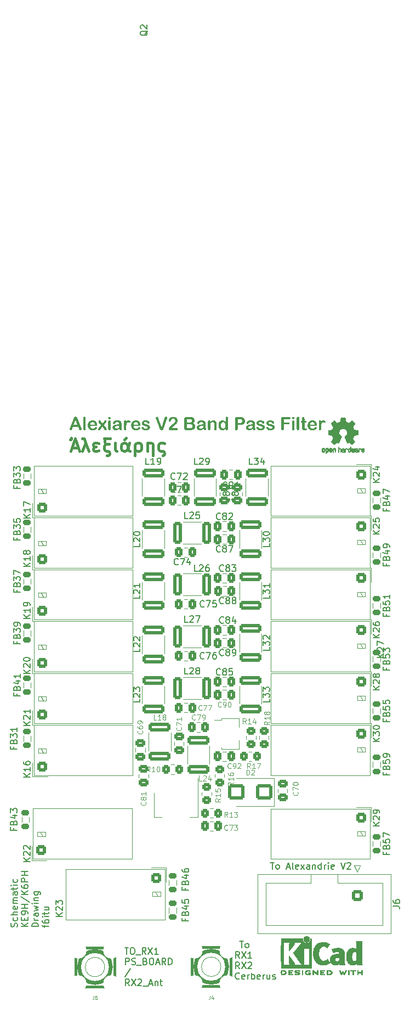
<source format=gto>
G04 #@! TF.GenerationSoftware,KiCad,Pcbnew,7.0.1*
G04 #@! TF.CreationDate,2023-04-17T14:19:34+02:00*
G04 #@! TF.ProjectId,Dual_BPF,4475616c-5f42-4504-962e-6b696361645f,rev?*
G04 #@! TF.SameCoordinates,Original*
G04 #@! TF.FileFunction,Legend,Top*
G04 #@! TF.FilePolarity,Positive*
%FSLAX46Y46*%
G04 Gerber Fmt 4.6, Leading zero omitted, Abs format (unit mm)*
G04 Created by KiCad (PCBNEW 7.0.1) date 2023-04-17 14:19:34*
%MOMM*%
%LPD*%
G01*
G04 APERTURE LIST*
G04 Aperture macros list*
%AMRoundRect*
0 Rectangle with rounded corners*
0 $1 Rounding radius*
0 $2 $3 $4 $5 $6 $7 $8 $9 X,Y pos of 4 corners*
0 Add a 4 corners polygon primitive as box body*
4,1,4,$2,$3,$4,$5,$6,$7,$8,$9,$2,$3,0*
0 Add four circle primitives for the rounded corners*
1,1,$1+$1,$2,$3*
1,1,$1+$1,$4,$5*
1,1,$1+$1,$6,$7*
1,1,$1+$1,$8,$9*
0 Add four rect primitives between the rounded corners*
20,1,$1+$1,$2,$3,$4,$5,0*
20,1,$1+$1,$4,$5,$6,$7,0*
20,1,$1+$1,$6,$7,$8,$9,0*
20,1,$1+$1,$8,$9,$2,$3,0*%
%AMFreePoly0*
4,1,9,3.862500,-0.866500,0.737500,-0.866500,0.737500,-0.450000,-0.737500,-0.450000,-0.737500,0.450000,0.737500,0.450000,0.737500,0.866500,3.862500,0.866500,3.862500,-0.866500,3.862500,-0.866500,$1*%
G04 Aperture macros list end*
%ADD10C,0.150000*%
%ADD11C,0.400000*%
%ADD12C,0.100000*%
%ADD13C,0.120000*%
%ADD14C,0.381000*%
%ADD15C,0.099060*%
%ADD16C,0.010000*%
%ADD17C,1.998980*%
%ADD18C,2.499360*%
%ADD19RoundRect,0.250500X-0.499500X0.499500X-0.499500X-0.499500X0.499500X-0.499500X0.499500X0.499500X0*%
%ADD20C,1.500000*%
%ADD21RoundRect,0.250000X-0.475000X0.337500X-0.475000X-0.337500X0.475000X-0.337500X0.475000X0.337500X0*%
%ADD22RoundRect,0.250000X-0.337500X-0.475000X0.337500X-0.475000X0.337500X0.475000X-0.337500X0.475000X0*%
%ADD23RoundRect,0.250000X1.450000X-0.400000X1.450000X0.400000X-1.450000X0.400000X-1.450000X-0.400000X0*%
%ADD24RoundRect,0.250000X-0.450000X0.350000X-0.450000X-0.350000X0.450000X-0.350000X0.450000X0.350000X0*%
%ADD25RoundRect,0.250000X0.475000X-0.337500X0.475000X0.337500X-0.475000X0.337500X-0.475000X-0.337500X0*%
%ADD26RoundRect,0.218750X-0.381250X0.218750X-0.381250X-0.218750X0.381250X-0.218750X0.381250X0.218750X0*%
%ADD27RoundRect,0.250000X-0.400000X-1.450000X0.400000X-1.450000X0.400000X1.450000X-0.400000X1.450000X0*%
%ADD28RoundRect,0.250500X0.499500X-0.499500X0.499500X0.499500X-0.499500X0.499500X-0.499500X-0.499500X0*%
%ADD29RoundRect,0.250000X0.450000X-0.350000X0.450000X0.350000X-0.450000X0.350000X-0.450000X-0.350000X0*%
%ADD30RoundRect,0.250000X0.337500X0.475000X-0.337500X0.475000X-0.337500X-0.475000X0.337500X-0.475000X0*%
%ADD31C,5.500000*%
%ADD32RoundRect,0.250000X0.350000X0.450000X-0.350000X0.450000X-0.350000X-0.450000X0.350000X-0.450000X0*%
%ADD33RoundRect,0.250000X-1.450000X0.400000X-1.450000X-0.400000X1.450000X-0.400000X1.450000X0.400000X0*%
%ADD34RoundRect,0.250000X-0.350000X-0.450000X0.350000X-0.450000X0.350000X0.450000X-0.350000X0.450000X0*%
%ADD35RoundRect,0.250000X-0.600000X0.600000X-0.600000X-0.600000X0.600000X-0.600000X0.600000X0.600000X0*%
%ADD36C,1.700000*%
%ADD37R,1.500000X2.000000*%
%ADD38R,3.800000X2.000000*%
%ADD39RoundRect,0.218750X0.381250X-0.218750X0.381250X0.218750X-0.381250X0.218750X-0.381250X-0.218750X0*%
%ADD40RoundRect,0.250000X1.000000X0.900000X-1.000000X0.900000X-1.000000X-0.900000X1.000000X-0.900000X0*%
%ADD41R,1.300000X0.900000*%
%ADD42FreePoly0,0.000000*%
G04 APERTURE END LIST*
D10*
X81595238Y-97877619D02*
X82166666Y-97877619D01*
X81880952Y-98877619D02*
X81880952Y-97877619D01*
X82642857Y-98877619D02*
X82547619Y-98830000D01*
X82547619Y-98830000D02*
X82500000Y-98782380D01*
X82500000Y-98782380D02*
X82452381Y-98687142D01*
X82452381Y-98687142D02*
X82452381Y-98401428D01*
X82452381Y-98401428D02*
X82500000Y-98306190D01*
X82500000Y-98306190D02*
X82547619Y-98258571D01*
X82547619Y-98258571D02*
X82642857Y-98210952D01*
X82642857Y-98210952D02*
X82785714Y-98210952D01*
X82785714Y-98210952D02*
X82880952Y-98258571D01*
X82880952Y-98258571D02*
X82928571Y-98306190D01*
X82928571Y-98306190D02*
X82976190Y-98401428D01*
X82976190Y-98401428D02*
X82976190Y-98687142D01*
X82976190Y-98687142D02*
X82928571Y-98782380D01*
X82928571Y-98782380D02*
X82880952Y-98830000D01*
X82880952Y-98830000D02*
X82785714Y-98877619D01*
X82785714Y-98877619D02*
X82642857Y-98877619D01*
X84119048Y-98591904D02*
X84595238Y-98591904D01*
X84023810Y-98877619D02*
X84357143Y-97877619D01*
X84357143Y-97877619D02*
X84690476Y-98877619D01*
X85166667Y-98877619D02*
X85071429Y-98830000D01*
X85071429Y-98830000D02*
X85023810Y-98734761D01*
X85023810Y-98734761D02*
X85023810Y-97877619D01*
X85928572Y-98830000D02*
X85833334Y-98877619D01*
X85833334Y-98877619D02*
X85642858Y-98877619D01*
X85642858Y-98877619D02*
X85547620Y-98830000D01*
X85547620Y-98830000D02*
X85500001Y-98734761D01*
X85500001Y-98734761D02*
X85500001Y-98353809D01*
X85500001Y-98353809D02*
X85547620Y-98258571D01*
X85547620Y-98258571D02*
X85642858Y-98210952D01*
X85642858Y-98210952D02*
X85833334Y-98210952D01*
X85833334Y-98210952D02*
X85928572Y-98258571D01*
X85928572Y-98258571D02*
X85976191Y-98353809D01*
X85976191Y-98353809D02*
X85976191Y-98449047D01*
X85976191Y-98449047D02*
X85500001Y-98544285D01*
X86309525Y-98877619D02*
X86833334Y-98210952D01*
X86309525Y-98210952D02*
X86833334Y-98877619D01*
X87642858Y-98877619D02*
X87642858Y-98353809D01*
X87642858Y-98353809D02*
X87595239Y-98258571D01*
X87595239Y-98258571D02*
X87500001Y-98210952D01*
X87500001Y-98210952D02*
X87309525Y-98210952D01*
X87309525Y-98210952D02*
X87214287Y-98258571D01*
X87642858Y-98830000D02*
X87547620Y-98877619D01*
X87547620Y-98877619D02*
X87309525Y-98877619D01*
X87309525Y-98877619D02*
X87214287Y-98830000D01*
X87214287Y-98830000D02*
X87166668Y-98734761D01*
X87166668Y-98734761D02*
X87166668Y-98639523D01*
X87166668Y-98639523D02*
X87214287Y-98544285D01*
X87214287Y-98544285D02*
X87309525Y-98496666D01*
X87309525Y-98496666D02*
X87547620Y-98496666D01*
X87547620Y-98496666D02*
X87642858Y-98449047D01*
X88119049Y-98210952D02*
X88119049Y-98877619D01*
X88119049Y-98306190D02*
X88166668Y-98258571D01*
X88166668Y-98258571D02*
X88261906Y-98210952D01*
X88261906Y-98210952D02*
X88404763Y-98210952D01*
X88404763Y-98210952D02*
X88500001Y-98258571D01*
X88500001Y-98258571D02*
X88547620Y-98353809D01*
X88547620Y-98353809D02*
X88547620Y-98877619D01*
X89452382Y-98877619D02*
X89452382Y-97877619D01*
X89452382Y-98830000D02*
X89357144Y-98877619D01*
X89357144Y-98877619D02*
X89166668Y-98877619D01*
X89166668Y-98877619D02*
X89071430Y-98830000D01*
X89071430Y-98830000D02*
X89023811Y-98782380D01*
X89023811Y-98782380D02*
X88976192Y-98687142D01*
X88976192Y-98687142D02*
X88976192Y-98401428D01*
X88976192Y-98401428D02*
X89023811Y-98306190D01*
X89023811Y-98306190D02*
X89071430Y-98258571D01*
X89071430Y-98258571D02*
X89166668Y-98210952D01*
X89166668Y-98210952D02*
X89357144Y-98210952D01*
X89357144Y-98210952D02*
X89452382Y-98258571D01*
X89928573Y-98877619D02*
X89928573Y-98210952D01*
X89928573Y-98401428D02*
X89976192Y-98306190D01*
X89976192Y-98306190D02*
X90023811Y-98258571D01*
X90023811Y-98258571D02*
X90119049Y-98210952D01*
X90119049Y-98210952D02*
X90214287Y-98210952D01*
X90547621Y-98877619D02*
X90547621Y-98210952D01*
X90547621Y-97877619D02*
X90500002Y-97925238D01*
X90500002Y-97925238D02*
X90547621Y-97972857D01*
X90547621Y-97972857D02*
X90595240Y-97925238D01*
X90595240Y-97925238D02*
X90547621Y-97877619D01*
X90547621Y-97877619D02*
X90547621Y-97972857D01*
X91404763Y-98830000D02*
X91309525Y-98877619D01*
X91309525Y-98877619D02*
X91119049Y-98877619D01*
X91119049Y-98877619D02*
X91023811Y-98830000D01*
X91023811Y-98830000D02*
X90976192Y-98734761D01*
X90976192Y-98734761D02*
X90976192Y-98353809D01*
X90976192Y-98353809D02*
X91023811Y-98258571D01*
X91023811Y-98258571D02*
X91119049Y-98210952D01*
X91119049Y-98210952D02*
X91309525Y-98210952D01*
X91309525Y-98210952D02*
X91404763Y-98258571D01*
X91404763Y-98258571D02*
X91452382Y-98353809D01*
X91452382Y-98353809D02*
X91452382Y-98449047D01*
X91452382Y-98449047D02*
X90976192Y-98544285D01*
X92500002Y-97877619D02*
X92833335Y-98877619D01*
X92833335Y-98877619D02*
X93166668Y-97877619D01*
X93452383Y-97972857D02*
X93500002Y-97925238D01*
X93500002Y-97925238D02*
X93595240Y-97877619D01*
X93595240Y-97877619D02*
X93833335Y-97877619D01*
X93833335Y-97877619D02*
X93928573Y-97925238D01*
X93928573Y-97925238D02*
X93976192Y-97972857D01*
X93976192Y-97972857D02*
X94023811Y-98068095D01*
X94023811Y-98068095D02*
X94023811Y-98163333D01*
X94023811Y-98163333D02*
X93976192Y-98306190D01*
X93976192Y-98306190D02*
X93404764Y-98877619D01*
X93404764Y-98877619D02*
X94023811Y-98877619D01*
X42470000Y-107809523D02*
X42517619Y-107666666D01*
X42517619Y-107666666D02*
X42517619Y-107428571D01*
X42517619Y-107428571D02*
X42470000Y-107333333D01*
X42470000Y-107333333D02*
X42422380Y-107285714D01*
X42422380Y-107285714D02*
X42327142Y-107238095D01*
X42327142Y-107238095D02*
X42231904Y-107238095D01*
X42231904Y-107238095D02*
X42136666Y-107285714D01*
X42136666Y-107285714D02*
X42089047Y-107333333D01*
X42089047Y-107333333D02*
X42041428Y-107428571D01*
X42041428Y-107428571D02*
X41993809Y-107619047D01*
X41993809Y-107619047D02*
X41946190Y-107714285D01*
X41946190Y-107714285D02*
X41898571Y-107761904D01*
X41898571Y-107761904D02*
X41803333Y-107809523D01*
X41803333Y-107809523D02*
X41708095Y-107809523D01*
X41708095Y-107809523D02*
X41612857Y-107761904D01*
X41612857Y-107761904D02*
X41565238Y-107714285D01*
X41565238Y-107714285D02*
X41517619Y-107619047D01*
X41517619Y-107619047D02*
X41517619Y-107380952D01*
X41517619Y-107380952D02*
X41565238Y-107238095D01*
X42470000Y-106380952D02*
X42517619Y-106476190D01*
X42517619Y-106476190D02*
X42517619Y-106666666D01*
X42517619Y-106666666D02*
X42470000Y-106761904D01*
X42470000Y-106761904D02*
X42422380Y-106809523D01*
X42422380Y-106809523D02*
X42327142Y-106857142D01*
X42327142Y-106857142D02*
X42041428Y-106857142D01*
X42041428Y-106857142D02*
X41946190Y-106809523D01*
X41946190Y-106809523D02*
X41898571Y-106761904D01*
X41898571Y-106761904D02*
X41850952Y-106666666D01*
X41850952Y-106666666D02*
X41850952Y-106476190D01*
X41850952Y-106476190D02*
X41898571Y-106380952D01*
X42517619Y-105952380D02*
X41517619Y-105952380D01*
X42517619Y-105523809D02*
X41993809Y-105523809D01*
X41993809Y-105523809D02*
X41898571Y-105571428D01*
X41898571Y-105571428D02*
X41850952Y-105666666D01*
X41850952Y-105666666D02*
X41850952Y-105809523D01*
X41850952Y-105809523D02*
X41898571Y-105904761D01*
X41898571Y-105904761D02*
X41946190Y-105952380D01*
X42470000Y-104666666D02*
X42517619Y-104761904D01*
X42517619Y-104761904D02*
X42517619Y-104952380D01*
X42517619Y-104952380D02*
X42470000Y-105047618D01*
X42470000Y-105047618D02*
X42374761Y-105095237D01*
X42374761Y-105095237D02*
X41993809Y-105095237D01*
X41993809Y-105095237D02*
X41898571Y-105047618D01*
X41898571Y-105047618D02*
X41850952Y-104952380D01*
X41850952Y-104952380D02*
X41850952Y-104761904D01*
X41850952Y-104761904D02*
X41898571Y-104666666D01*
X41898571Y-104666666D02*
X41993809Y-104619047D01*
X41993809Y-104619047D02*
X42089047Y-104619047D01*
X42089047Y-104619047D02*
X42184285Y-105095237D01*
X42517619Y-104190475D02*
X41850952Y-104190475D01*
X41946190Y-104190475D02*
X41898571Y-104142856D01*
X41898571Y-104142856D02*
X41850952Y-104047618D01*
X41850952Y-104047618D02*
X41850952Y-103904761D01*
X41850952Y-103904761D02*
X41898571Y-103809523D01*
X41898571Y-103809523D02*
X41993809Y-103761904D01*
X41993809Y-103761904D02*
X42517619Y-103761904D01*
X41993809Y-103761904D02*
X41898571Y-103714285D01*
X41898571Y-103714285D02*
X41850952Y-103619047D01*
X41850952Y-103619047D02*
X41850952Y-103476190D01*
X41850952Y-103476190D02*
X41898571Y-103380951D01*
X41898571Y-103380951D02*
X41993809Y-103333332D01*
X41993809Y-103333332D02*
X42517619Y-103333332D01*
X42517619Y-102428571D02*
X41993809Y-102428571D01*
X41993809Y-102428571D02*
X41898571Y-102476190D01*
X41898571Y-102476190D02*
X41850952Y-102571428D01*
X41850952Y-102571428D02*
X41850952Y-102761904D01*
X41850952Y-102761904D02*
X41898571Y-102857142D01*
X42470000Y-102428571D02*
X42517619Y-102523809D01*
X42517619Y-102523809D02*
X42517619Y-102761904D01*
X42517619Y-102761904D02*
X42470000Y-102857142D01*
X42470000Y-102857142D02*
X42374761Y-102904761D01*
X42374761Y-102904761D02*
X42279523Y-102904761D01*
X42279523Y-102904761D02*
X42184285Y-102857142D01*
X42184285Y-102857142D02*
X42136666Y-102761904D01*
X42136666Y-102761904D02*
X42136666Y-102523809D01*
X42136666Y-102523809D02*
X42089047Y-102428571D01*
X41850952Y-102095237D02*
X41850952Y-101714285D01*
X41517619Y-101952380D02*
X42374761Y-101952380D01*
X42374761Y-101952380D02*
X42470000Y-101904761D01*
X42470000Y-101904761D02*
X42517619Y-101809523D01*
X42517619Y-101809523D02*
X42517619Y-101714285D01*
X42517619Y-101380951D02*
X41850952Y-101380951D01*
X41517619Y-101380951D02*
X41565238Y-101428570D01*
X41565238Y-101428570D02*
X41612857Y-101380951D01*
X41612857Y-101380951D02*
X41565238Y-101333332D01*
X41565238Y-101333332D02*
X41517619Y-101380951D01*
X41517619Y-101380951D02*
X41612857Y-101380951D01*
X42470000Y-100476190D02*
X42517619Y-100571428D01*
X42517619Y-100571428D02*
X42517619Y-100761904D01*
X42517619Y-100761904D02*
X42470000Y-100857142D01*
X42470000Y-100857142D02*
X42422380Y-100904761D01*
X42422380Y-100904761D02*
X42327142Y-100952380D01*
X42327142Y-100952380D02*
X42041428Y-100952380D01*
X42041428Y-100952380D02*
X41946190Y-100904761D01*
X41946190Y-100904761D02*
X41898571Y-100857142D01*
X41898571Y-100857142D02*
X41850952Y-100761904D01*
X41850952Y-100761904D02*
X41850952Y-100571428D01*
X41850952Y-100571428D02*
X41898571Y-100476190D01*
X44137619Y-107761904D02*
X43137619Y-107761904D01*
X44137619Y-107190476D02*
X43566190Y-107619047D01*
X43137619Y-107190476D02*
X43709047Y-107761904D01*
X43613809Y-106761904D02*
X43613809Y-106428571D01*
X44137619Y-106285714D02*
X44137619Y-106761904D01*
X44137619Y-106761904D02*
X43137619Y-106761904D01*
X43137619Y-106761904D02*
X43137619Y-106285714D01*
X44137619Y-105809523D02*
X44137619Y-105619047D01*
X44137619Y-105619047D02*
X44090000Y-105523809D01*
X44090000Y-105523809D02*
X44042380Y-105476190D01*
X44042380Y-105476190D02*
X43899523Y-105380952D01*
X43899523Y-105380952D02*
X43709047Y-105333333D01*
X43709047Y-105333333D02*
X43328095Y-105333333D01*
X43328095Y-105333333D02*
X43232857Y-105380952D01*
X43232857Y-105380952D02*
X43185238Y-105428571D01*
X43185238Y-105428571D02*
X43137619Y-105523809D01*
X43137619Y-105523809D02*
X43137619Y-105714285D01*
X43137619Y-105714285D02*
X43185238Y-105809523D01*
X43185238Y-105809523D02*
X43232857Y-105857142D01*
X43232857Y-105857142D02*
X43328095Y-105904761D01*
X43328095Y-105904761D02*
X43566190Y-105904761D01*
X43566190Y-105904761D02*
X43661428Y-105857142D01*
X43661428Y-105857142D02*
X43709047Y-105809523D01*
X43709047Y-105809523D02*
X43756666Y-105714285D01*
X43756666Y-105714285D02*
X43756666Y-105523809D01*
X43756666Y-105523809D02*
X43709047Y-105428571D01*
X43709047Y-105428571D02*
X43661428Y-105380952D01*
X43661428Y-105380952D02*
X43566190Y-105333333D01*
X44137619Y-104904761D02*
X43137619Y-104904761D01*
X43613809Y-104904761D02*
X43613809Y-104333333D01*
X44137619Y-104333333D02*
X43137619Y-104333333D01*
X43090000Y-103142857D02*
X44375714Y-103999999D01*
X44137619Y-102809523D02*
X43137619Y-102809523D01*
X44137619Y-102238095D02*
X43566190Y-102666666D01*
X43137619Y-102238095D02*
X43709047Y-102809523D01*
X43137619Y-101380952D02*
X43137619Y-101571428D01*
X43137619Y-101571428D02*
X43185238Y-101666666D01*
X43185238Y-101666666D02*
X43232857Y-101714285D01*
X43232857Y-101714285D02*
X43375714Y-101809523D01*
X43375714Y-101809523D02*
X43566190Y-101857142D01*
X43566190Y-101857142D02*
X43947142Y-101857142D01*
X43947142Y-101857142D02*
X44042380Y-101809523D01*
X44042380Y-101809523D02*
X44090000Y-101761904D01*
X44090000Y-101761904D02*
X44137619Y-101666666D01*
X44137619Y-101666666D02*
X44137619Y-101476190D01*
X44137619Y-101476190D02*
X44090000Y-101380952D01*
X44090000Y-101380952D02*
X44042380Y-101333333D01*
X44042380Y-101333333D02*
X43947142Y-101285714D01*
X43947142Y-101285714D02*
X43709047Y-101285714D01*
X43709047Y-101285714D02*
X43613809Y-101333333D01*
X43613809Y-101333333D02*
X43566190Y-101380952D01*
X43566190Y-101380952D02*
X43518571Y-101476190D01*
X43518571Y-101476190D02*
X43518571Y-101666666D01*
X43518571Y-101666666D02*
X43566190Y-101761904D01*
X43566190Y-101761904D02*
X43613809Y-101809523D01*
X43613809Y-101809523D02*
X43709047Y-101857142D01*
X44137619Y-100857142D02*
X43137619Y-100857142D01*
X43137619Y-100857142D02*
X43137619Y-100476190D01*
X43137619Y-100476190D02*
X43185238Y-100380952D01*
X43185238Y-100380952D02*
X43232857Y-100333333D01*
X43232857Y-100333333D02*
X43328095Y-100285714D01*
X43328095Y-100285714D02*
X43470952Y-100285714D01*
X43470952Y-100285714D02*
X43566190Y-100333333D01*
X43566190Y-100333333D02*
X43613809Y-100380952D01*
X43613809Y-100380952D02*
X43661428Y-100476190D01*
X43661428Y-100476190D02*
X43661428Y-100857142D01*
X44137619Y-99857142D02*
X43137619Y-99857142D01*
X43613809Y-99857142D02*
X43613809Y-99285714D01*
X44137619Y-99285714D02*
X43137619Y-99285714D01*
X45757619Y-107761904D02*
X44757619Y-107761904D01*
X44757619Y-107761904D02*
X44757619Y-107523809D01*
X44757619Y-107523809D02*
X44805238Y-107380952D01*
X44805238Y-107380952D02*
X44900476Y-107285714D01*
X44900476Y-107285714D02*
X44995714Y-107238095D01*
X44995714Y-107238095D02*
X45186190Y-107190476D01*
X45186190Y-107190476D02*
X45329047Y-107190476D01*
X45329047Y-107190476D02*
X45519523Y-107238095D01*
X45519523Y-107238095D02*
X45614761Y-107285714D01*
X45614761Y-107285714D02*
X45710000Y-107380952D01*
X45710000Y-107380952D02*
X45757619Y-107523809D01*
X45757619Y-107523809D02*
X45757619Y-107761904D01*
X45757619Y-106761904D02*
X45090952Y-106761904D01*
X45281428Y-106761904D02*
X45186190Y-106714285D01*
X45186190Y-106714285D02*
X45138571Y-106666666D01*
X45138571Y-106666666D02*
X45090952Y-106571428D01*
X45090952Y-106571428D02*
X45090952Y-106476190D01*
X45757619Y-105714285D02*
X45233809Y-105714285D01*
X45233809Y-105714285D02*
X45138571Y-105761904D01*
X45138571Y-105761904D02*
X45090952Y-105857142D01*
X45090952Y-105857142D02*
X45090952Y-106047618D01*
X45090952Y-106047618D02*
X45138571Y-106142856D01*
X45710000Y-105714285D02*
X45757619Y-105809523D01*
X45757619Y-105809523D02*
X45757619Y-106047618D01*
X45757619Y-106047618D02*
X45710000Y-106142856D01*
X45710000Y-106142856D02*
X45614761Y-106190475D01*
X45614761Y-106190475D02*
X45519523Y-106190475D01*
X45519523Y-106190475D02*
X45424285Y-106142856D01*
X45424285Y-106142856D02*
X45376666Y-106047618D01*
X45376666Y-106047618D02*
X45376666Y-105809523D01*
X45376666Y-105809523D02*
X45329047Y-105714285D01*
X45090952Y-105333332D02*
X45757619Y-105142856D01*
X45757619Y-105142856D02*
X45281428Y-104952380D01*
X45281428Y-104952380D02*
X45757619Y-104761904D01*
X45757619Y-104761904D02*
X45090952Y-104571428D01*
X45757619Y-104190475D02*
X45090952Y-104190475D01*
X44757619Y-104190475D02*
X44805238Y-104238094D01*
X44805238Y-104238094D02*
X44852857Y-104190475D01*
X44852857Y-104190475D02*
X44805238Y-104142856D01*
X44805238Y-104142856D02*
X44757619Y-104190475D01*
X44757619Y-104190475D02*
X44852857Y-104190475D01*
X45090952Y-103714285D02*
X45757619Y-103714285D01*
X45186190Y-103714285D02*
X45138571Y-103666666D01*
X45138571Y-103666666D02*
X45090952Y-103571428D01*
X45090952Y-103571428D02*
X45090952Y-103428571D01*
X45090952Y-103428571D02*
X45138571Y-103333333D01*
X45138571Y-103333333D02*
X45233809Y-103285714D01*
X45233809Y-103285714D02*
X45757619Y-103285714D01*
X45090952Y-102380952D02*
X45900476Y-102380952D01*
X45900476Y-102380952D02*
X45995714Y-102428571D01*
X45995714Y-102428571D02*
X46043333Y-102476190D01*
X46043333Y-102476190D02*
X46090952Y-102571428D01*
X46090952Y-102571428D02*
X46090952Y-102714285D01*
X46090952Y-102714285D02*
X46043333Y-102809523D01*
X45710000Y-102380952D02*
X45757619Y-102476190D01*
X45757619Y-102476190D02*
X45757619Y-102666666D01*
X45757619Y-102666666D02*
X45710000Y-102761904D01*
X45710000Y-102761904D02*
X45662380Y-102809523D01*
X45662380Y-102809523D02*
X45567142Y-102857142D01*
X45567142Y-102857142D02*
X45281428Y-102857142D01*
X45281428Y-102857142D02*
X45186190Y-102809523D01*
X45186190Y-102809523D02*
X45138571Y-102761904D01*
X45138571Y-102761904D02*
X45090952Y-102666666D01*
X45090952Y-102666666D02*
X45090952Y-102476190D01*
X45090952Y-102476190D02*
X45138571Y-102380952D01*
X46710952Y-107904761D02*
X46710952Y-107523809D01*
X47377619Y-107761904D02*
X46520476Y-107761904D01*
X46520476Y-107761904D02*
X46425238Y-107714285D01*
X46425238Y-107714285D02*
X46377619Y-107619047D01*
X46377619Y-107619047D02*
X46377619Y-107523809D01*
X46377619Y-106761904D02*
X46377619Y-106952380D01*
X46377619Y-106952380D02*
X46425238Y-107047618D01*
X46425238Y-107047618D02*
X46472857Y-107095237D01*
X46472857Y-107095237D02*
X46615714Y-107190475D01*
X46615714Y-107190475D02*
X46806190Y-107238094D01*
X46806190Y-107238094D02*
X47187142Y-107238094D01*
X47187142Y-107238094D02*
X47282380Y-107190475D01*
X47282380Y-107190475D02*
X47330000Y-107142856D01*
X47330000Y-107142856D02*
X47377619Y-107047618D01*
X47377619Y-107047618D02*
X47377619Y-106857142D01*
X47377619Y-106857142D02*
X47330000Y-106761904D01*
X47330000Y-106761904D02*
X47282380Y-106714285D01*
X47282380Y-106714285D02*
X47187142Y-106666666D01*
X47187142Y-106666666D02*
X46949047Y-106666666D01*
X46949047Y-106666666D02*
X46853809Y-106714285D01*
X46853809Y-106714285D02*
X46806190Y-106761904D01*
X46806190Y-106761904D02*
X46758571Y-106857142D01*
X46758571Y-106857142D02*
X46758571Y-107047618D01*
X46758571Y-107047618D02*
X46806190Y-107142856D01*
X46806190Y-107142856D02*
X46853809Y-107190475D01*
X46853809Y-107190475D02*
X46949047Y-107238094D01*
X47377619Y-106238094D02*
X46710952Y-106238094D01*
X46377619Y-106238094D02*
X46425238Y-106285713D01*
X46425238Y-106285713D02*
X46472857Y-106238094D01*
X46472857Y-106238094D02*
X46425238Y-106190475D01*
X46425238Y-106190475D02*
X46377619Y-106238094D01*
X46377619Y-106238094D02*
X46472857Y-106238094D01*
X46710952Y-105904761D02*
X46710952Y-105523809D01*
X46377619Y-105761904D02*
X47234761Y-105761904D01*
X47234761Y-105761904D02*
X47330000Y-105714285D01*
X47330000Y-105714285D02*
X47377619Y-105619047D01*
X47377619Y-105619047D02*
X47377619Y-105523809D01*
X46710952Y-104761904D02*
X47377619Y-104761904D01*
X46710952Y-105190475D02*
X47234761Y-105190475D01*
X47234761Y-105190475D02*
X47330000Y-105142856D01*
X47330000Y-105142856D02*
X47377619Y-105047618D01*
X47377619Y-105047618D02*
X47377619Y-104904761D01*
X47377619Y-104904761D02*
X47330000Y-104809523D01*
X47330000Y-104809523D02*
X47282380Y-104761904D01*
X59095238Y-111017619D02*
X59666666Y-111017619D01*
X59380952Y-112017619D02*
X59380952Y-111017619D01*
X60190476Y-111017619D02*
X60380952Y-111017619D01*
X60380952Y-111017619D02*
X60476190Y-111065238D01*
X60476190Y-111065238D02*
X60571428Y-111160476D01*
X60571428Y-111160476D02*
X60619047Y-111350952D01*
X60619047Y-111350952D02*
X60619047Y-111684285D01*
X60619047Y-111684285D02*
X60571428Y-111874761D01*
X60571428Y-111874761D02*
X60476190Y-111970000D01*
X60476190Y-111970000D02*
X60380952Y-112017619D01*
X60380952Y-112017619D02*
X60190476Y-112017619D01*
X60190476Y-112017619D02*
X60095238Y-111970000D01*
X60095238Y-111970000D02*
X60000000Y-111874761D01*
X60000000Y-111874761D02*
X59952381Y-111684285D01*
X59952381Y-111684285D02*
X59952381Y-111350952D01*
X59952381Y-111350952D02*
X60000000Y-111160476D01*
X60000000Y-111160476D02*
X60095238Y-111065238D01*
X60095238Y-111065238D02*
X60190476Y-111017619D01*
X60809524Y-112112857D02*
X61571428Y-112112857D01*
X62380952Y-112017619D02*
X62047619Y-111541428D01*
X61809524Y-112017619D02*
X61809524Y-111017619D01*
X61809524Y-111017619D02*
X62190476Y-111017619D01*
X62190476Y-111017619D02*
X62285714Y-111065238D01*
X62285714Y-111065238D02*
X62333333Y-111112857D01*
X62333333Y-111112857D02*
X62380952Y-111208095D01*
X62380952Y-111208095D02*
X62380952Y-111350952D01*
X62380952Y-111350952D02*
X62333333Y-111446190D01*
X62333333Y-111446190D02*
X62285714Y-111493809D01*
X62285714Y-111493809D02*
X62190476Y-111541428D01*
X62190476Y-111541428D02*
X61809524Y-111541428D01*
X62714286Y-111017619D02*
X63380952Y-112017619D01*
X63380952Y-111017619D02*
X62714286Y-112017619D01*
X64285714Y-112017619D02*
X63714286Y-112017619D01*
X64000000Y-112017619D02*
X64000000Y-111017619D01*
X64000000Y-111017619D02*
X63904762Y-111160476D01*
X63904762Y-111160476D02*
X63809524Y-111255714D01*
X63809524Y-111255714D02*
X63714286Y-111303333D01*
X59238095Y-113637619D02*
X59238095Y-112637619D01*
X59238095Y-112637619D02*
X59619047Y-112637619D01*
X59619047Y-112637619D02*
X59714285Y-112685238D01*
X59714285Y-112685238D02*
X59761904Y-112732857D01*
X59761904Y-112732857D02*
X59809523Y-112828095D01*
X59809523Y-112828095D02*
X59809523Y-112970952D01*
X59809523Y-112970952D02*
X59761904Y-113066190D01*
X59761904Y-113066190D02*
X59714285Y-113113809D01*
X59714285Y-113113809D02*
X59619047Y-113161428D01*
X59619047Y-113161428D02*
X59238095Y-113161428D01*
X60190476Y-113590000D02*
X60333333Y-113637619D01*
X60333333Y-113637619D02*
X60571428Y-113637619D01*
X60571428Y-113637619D02*
X60666666Y-113590000D01*
X60666666Y-113590000D02*
X60714285Y-113542380D01*
X60714285Y-113542380D02*
X60761904Y-113447142D01*
X60761904Y-113447142D02*
X60761904Y-113351904D01*
X60761904Y-113351904D02*
X60714285Y-113256666D01*
X60714285Y-113256666D02*
X60666666Y-113209047D01*
X60666666Y-113209047D02*
X60571428Y-113161428D01*
X60571428Y-113161428D02*
X60380952Y-113113809D01*
X60380952Y-113113809D02*
X60285714Y-113066190D01*
X60285714Y-113066190D02*
X60238095Y-113018571D01*
X60238095Y-113018571D02*
X60190476Y-112923333D01*
X60190476Y-112923333D02*
X60190476Y-112828095D01*
X60190476Y-112828095D02*
X60238095Y-112732857D01*
X60238095Y-112732857D02*
X60285714Y-112685238D01*
X60285714Y-112685238D02*
X60380952Y-112637619D01*
X60380952Y-112637619D02*
X60619047Y-112637619D01*
X60619047Y-112637619D02*
X60761904Y-112685238D01*
X60952381Y-113732857D02*
X61714285Y-113732857D01*
X62285714Y-113113809D02*
X62428571Y-113161428D01*
X62428571Y-113161428D02*
X62476190Y-113209047D01*
X62476190Y-113209047D02*
X62523809Y-113304285D01*
X62523809Y-113304285D02*
X62523809Y-113447142D01*
X62523809Y-113447142D02*
X62476190Y-113542380D01*
X62476190Y-113542380D02*
X62428571Y-113590000D01*
X62428571Y-113590000D02*
X62333333Y-113637619D01*
X62333333Y-113637619D02*
X61952381Y-113637619D01*
X61952381Y-113637619D02*
X61952381Y-112637619D01*
X61952381Y-112637619D02*
X62285714Y-112637619D01*
X62285714Y-112637619D02*
X62380952Y-112685238D01*
X62380952Y-112685238D02*
X62428571Y-112732857D01*
X62428571Y-112732857D02*
X62476190Y-112828095D01*
X62476190Y-112828095D02*
X62476190Y-112923333D01*
X62476190Y-112923333D02*
X62428571Y-113018571D01*
X62428571Y-113018571D02*
X62380952Y-113066190D01*
X62380952Y-113066190D02*
X62285714Y-113113809D01*
X62285714Y-113113809D02*
X61952381Y-113113809D01*
X63142857Y-112637619D02*
X63333333Y-112637619D01*
X63333333Y-112637619D02*
X63428571Y-112685238D01*
X63428571Y-112685238D02*
X63523809Y-112780476D01*
X63523809Y-112780476D02*
X63571428Y-112970952D01*
X63571428Y-112970952D02*
X63571428Y-113304285D01*
X63571428Y-113304285D02*
X63523809Y-113494761D01*
X63523809Y-113494761D02*
X63428571Y-113590000D01*
X63428571Y-113590000D02*
X63333333Y-113637619D01*
X63333333Y-113637619D02*
X63142857Y-113637619D01*
X63142857Y-113637619D02*
X63047619Y-113590000D01*
X63047619Y-113590000D02*
X62952381Y-113494761D01*
X62952381Y-113494761D02*
X62904762Y-113304285D01*
X62904762Y-113304285D02*
X62904762Y-112970952D01*
X62904762Y-112970952D02*
X62952381Y-112780476D01*
X62952381Y-112780476D02*
X63047619Y-112685238D01*
X63047619Y-112685238D02*
X63142857Y-112637619D01*
X63952381Y-113351904D02*
X64428571Y-113351904D01*
X63857143Y-113637619D02*
X64190476Y-112637619D01*
X64190476Y-112637619D02*
X64523809Y-113637619D01*
X65428571Y-113637619D02*
X65095238Y-113161428D01*
X64857143Y-113637619D02*
X64857143Y-112637619D01*
X64857143Y-112637619D02*
X65238095Y-112637619D01*
X65238095Y-112637619D02*
X65333333Y-112685238D01*
X65333333Y-112685238D02*
X65380952Y-112732857D01*
X65380952Y-112732857D02*
X65428571Y-112828095D01*
X65428571Y-112828095D02*
X65428571Y-112970952D01*
X65428571Y-112970952D02*
X65380952Y-113066190D01*
X65380952Y-113066190D02*
X65333333Y-113113809D01*
X65333333Y-113113809D02*
X65238095Y-113161428D01*
X65238095Y-113161428D02*
X64857143Y-113161428D01*
X65857143Y-113637619D02*
X65857143Y-112637619D01*
X65857143Y-112637619D02*
X66095238Y-112637619D01*
X66095238Y-112637619D02*
X66238095Y-112685238D01*
X66238095Y-112685238D02*
X66333333Y-112780476D01*
X66333333Y-112780476D02*
X66380952Y-112875714D01*
X66380952Y-112875714D02*
X66428571Y-113066190D01*
X66428571Y-113066190D02*
X66428571Y-113209047D01*
X66428571Y-113209047D02*
X66380952Y-113399523D01*
X66380952Y-113399523D02*
X66333333Y-113494761D01*
X66333333Y-113494761D02*
X66238095Y-113590000D01*
X66238095Y-113590000D02*
X66095238Y-113637619D01*
X66095238Y-113637619D02*
X65857143Y-113637619D01*
X59952380Y-114210000D02*
X59095238Y-115495714D01*
X59809523Y-116877619D02*
X59476190Y-116401428D01*
X59238095Y-116877619D02*
X59238095Y-115877619D01*
X59238095Y-115877619D02*
X59619047Y-115877619D01*
X59619047Y-115877619D02*
X59714285Y-115925238D01*
X59714285Y-115925238D02*
X59761904Y-115972857D01*
X59761904Y-115972857D02*
X59809523Y-116068095D01*
X59809523Y-116068095D02*
X59809523Y-116210952D01*
X59809523Y-116210952D02*
X59761904Y-116306190D01*
X59761904Y-116306190D02*
X59714285Y-116353809D01*
X59714285Y-116353809D02*
X59619047Y-116401428D01*
X59619047Y-116401428D02*
X59238095Y-116401428D01*
X60142857Y-115877619D02*
X60809523Y-116877619D01*
X60809523Y-115877619D02*
X60142857Y-116877619D01*
X61142857Y-115972857D02*
X61190476Y-115925238D01*
X61190476Y-115925238D02*
X61285714Y-115877619D01*
X61285714Y-115877619D02*
X61523809Y-115877619D01*
X61523809Y-115877619D02*
X61619047Y-115925238D01*
X61619047Y-115925238D02*
X61666666Y-115972857D01*
X61666666Y-115972857D02*
X61714285Y-116068095D01*
X61714285Y-116068095D02*
X61714285Y-116163333D01*
X61714285Y-116163333D02*
X61666666Y-116306190D01*
X61666666Y-116306190D02*
X61095238Y-116877619D01*
X61095238Y-116877619D02*
X61714285Y-116877619D01*
X61904762Y-116972857D02*
X62666666Y-116972857D01*
X62857143Y-116591904D02*
X63333333Y-116591904D01*
X62761905Y-116877619D02*
X63095238Y-115877619D01*
X63095238Y-115877619D02*
X63428571Y-116877619D01*
X63761905Y-116210952D02*
X63761905Y-116877619D01*
X63761905Y-116306190D02*
X63809524Y-116258571D01*
X63809524Y-116258571D02*
X63904762Y-116210952D01*
X63904762Y-116210952D02*
X64047619Y-116210952D01*
X64047619Y-116210952D02*
X64142857Y-116258571D01*
X64142857Y-116258571D02*
X64190476Y-116353809D01*
X64190476Y-116353809D02*
X64190476Y-116877619D01*
X64523810Y-116210952D02*
X64904762Y-116210952D01*
X64666667Y-115877619D02*
X64666667Y-116734761D01*
X64666667Y-116734761D02*
X64714286Y-116830000D01*
X64714286Y-116830000D02*
X64809524Y-116877619D01*
X64809524Y-116877619D02*
X64904762Y-116877619D01*
D11*
X50952380Y-33853809D02*
X51904761Y-33853809D01*
X50761904Y-34425238D02*
X51428571Y-32425238D01*
X51428571Y-32425238D02*
X52095237Y-34425238D01*
X50666666Y-32615714D02*
X50761904Y-32615714D01*
X50761904Y-32615714D02*
X50857142Y-32520476D01*
X50857142Y-32520476D02*
X50857142Y-32330000D01*
X53047618Y-33091904D02*
X52571428Y-34425238D01*
X52571428Y-32425238D02*
X52761904Y-32425238D01*
X52761904Y-32425238D02*
X52857142Y-32520476D01*
X52857142Y-32520476D02*
X53047618Y-33091904D01*
X53047618Y-33091904D02*
X53523809Y-34425238D01*
X54476190Y-33758571D02*
X54285714Y-33853809D01*
X54285714Y-33853809D02*
X54190476Y-34044285D01*
X54190476Y-34044285D02*
X54190476Y-34139523D01*
X54190476Y-34139523D02*
X54285714Y-34330000D01*
X54285714Y-34330000D02*
X54476190Y-34425238D01*
X54476190Y-34425238D02*
X54857143Y-34425238D01*
X54857143Y-34425238D02*
X55047619Y-34330000D01*
X54666666Y-33758571D02*
X54476190Y-33758571D01*
X54476190Y-33758571D02*
X54285714Y-33663333D01*
X54285714Y-33663333D02*
X54190476Y-33472857D01*
X54190476Y-33472857D02*
X54190476Y-33377619D01*
X54190476Y-33377619D02*
X54285714Y-33187142D01*
X54285714Y-33187142D02*
X54476190Y-33091904D01*
X54476190Y-33091904D02*
X54857143Y-33091904D01*
X54857143Y-33091904D02*
X55047619Y-33187142D01*
X55904762Y-32425238D02*
X56857143Y-32425238D01*
X56285714Y-32425238D02*
X56095238Y-32520476D01*
X56095238Y-32520476D02*
X56000000Y-32710952D01*
X56000000Y-32710952D02*
X56000000Y-32996666D01*
X56000000Y-32996666D02*
X56095238Y-33187142D01*
X56095238Y-33187142D02*
X56285714Y-33282380D01*
X56285714Y-33282380D02*
X56666667Y-33282380D01*
X56285714Y-33282380D02*
X56095238Y-33377619D01*
X56095238Y-33377619D02*
X56000000Y-33472857D01*
X56000000Y-33472857D02*
X55904762Y-33663333D01*
X55904762Y-33663333D02*
X55904762Y-34044285D01*
X55904762Y-34044285D02*
X56000000Y-34234761D01*
X56000000Y-34234761D02*
X56095238Y-34330000D01*
X56095238Y-34330000D02*
X56285714Y-34425238D01*
X56285714Y-34425238D02*
X56476191Y-34425238D01*
X56476191Y-34425238D02*
X56666667Y-34520476D01*
X56666667Y-34520476D02*
X56761905Y-34710952D01*
X56761905Y-34710952D02*
X56761905Y-34806190D01*
X56761905Y-34806190D02*
X56666667Y-34996666D01*
X56666667Y-34996666D02*
X56476191Y-35091904D01*
X56476191Y-35091904D02*
X56380952Y-35091904D01*
X57619048Y-33091904D02*
X57619048Y-34139523D01*
X57619048Y-34139523D02*
X57714286Y-34330000D01*
X57714286Y-34330000D02*
X57904762Y-34425238D01*
X59809524Y-33091904D02*
X59523810Y-34044285D01*
X59523810Y-34044285D02*
X59428572Y-34234761D01*
X59428572Y-34234761D02*
X59333334Y-34330000D01*
X59333334Y-34330000D02*
X59142857Y-34425238D01*
X59142857Y-34425238D02*
X58952381Y-34425238D01*
X58952381Y-34425238D02*
X58761905Y-34330000D01*
X58761905Y-34330000D02*
X58666667Y-34234761D01*
X58666667Y-34234761D02*
X58571429Y-33949047D01*
X58571429Y-33949047D02*
X58571429Y-33568095D01*
X58571429Y-33568095D02*
X58666667Y-33282380D01*
X58666667Y-33282380D02*
X58761905Y-33187142D01*
X58761905Y-33187142D02*
X58952381Y-33091904D01*
X58952381Y-33091904D02*
X59142857Y-33091904D01*
X59142857Y-33091904D02*
X59333334Y-33187142D01*
X59333334Y-33187142D02*
X59428572Y-33282380D01*
X59428572Y-33282380D02*
X59523810Y-33472857D01*
X59523810Y-33472857D02*
X59619048Y-34139523D01*
X59619048Y-34139523D02*
X59714286Y-34330000D01*
X59714286Y-34330000D02*
X59904762Y-34425238D01*
X59333334Y-32330000D02*
X59047619Y-32615714D01*
X60666667Y-35091904D02*
X60666667Y-33472857D01*
X60666667Y-33472857D02*
X60761905Y-33282380D01*
X60761905Y-33282380D02*
X60857143Y-33187142D01*
X60857143Y-33187142D02*
X61047619Y-33091904D01*
X61047619Y-33091904D02*
X61333334Y-33091904D01*
X61333334Y-33091904D02*
X61523810Y-33187142D01*
X61523810Y-33187142D02*
X61619048Y-33282380D01*
X61619048Y-33282380D02*
X61714286Y-33472857D01*
X61714286Y-33472857D02*
X61714286Y-34044285D01*
X61714286Y-34044285D02*
X61619048Y-34234761D01*
X61619048Y-34234761D02*
X61523810Y-34330000D01*
X61523810Y-34330000D02*
X61333334Y-34425238D01*
X61333334Y-34425238D02*
X61047619Y-34425238D01*
X61047619Y-34425238D02*
X60857143Y-34330000D01*
X60857143Y-34330000D02*
X60666667Y-34139523D01*
X62571429Y-33091904D02*
X62571429Y-34425238D01*
X62571429Y-33282380D02*
X62666667Y-33187142D01*
X62666667Y-33187142D02*
X62857143Y-33091904D01*
X62857143Y-33091904D02*
X63142858Y-33091904D01*
X63142858Y-33091904D02*
X63333334Y-33187142D01*
X63333334Y-33187142D02*
X63428572Y-33377619D01*
X63428572Y-33377619D02*
X63428572Y-35091904D01*
X65238096Y-33187142D02*
X65047620Y-33091904D01*
X65047620Y-33091904D02*
X64666667Y-33091904D01*
X64666667Y-33091904D02*
X64476191Y-33187142D01*
X64476191Y-33187142D02*
X64380953Y-33282380D01*
X64380953Y-33282380D02*
X64285715Y-33472857D01*
X64285715Y-33472857D02*
X64285715Y-34044285D01*
X64285715Y-34044285D02*
X64380953Y-34234761D01*
X64380953Y-34234761D02*
X64476191Y-34330000D01*
X64476191Y-34330000D02*
X64666667Y-34425238D01*
X64666667Y-34425238D02*
X64952382Y-34425238D01*
X64952382Y-34425238D02*
X65142858Y-34520476D01*
X65142858Y-34520476D02*
X65238096Y-34710952D01*
X65238096Y-34710952D02*
X65238096Y-34806190D01*
X65238096Y-34806190D02*
X65142858Y-34996666D01*
X65142858Y-34996666D02*
X64952382Y-35091904D01*
D10*
G36*
X51522690Y-29097147D02*
G01*
X51542611Y-29098681D01*
X51566267Y-29102037D01*
X51588540Y-29106991D01*
X51609430Y-29113544D01*
X51628936Y-29121694D01*
X51643545Y-29129364D01*
X51660868Y-29139905D01*
X51677118Y-29151375D01*
X51692295Y-29163776D01*
X51709091Y-29179884D01*
X51724341Y-29197332D01*
X51735868Y-29212896D01*
X51748662Y-29232238D01*
X51760667Y-29252165D01*
X51771881Y-29272676D01*
X51780622Y-29290214D01*
X51788816Y-29308158D01*
X51794975Y-29322805D01*
X51802777Y-29342077D01*
X51811223Y-29363258D01*
X51818443Y-29381576D01*
X51826076Y-29401115D01*
X51834121Y-29421876D01*
X51842578Y-29443858D01*
X51851447Y-29467061D01*
X51856036Y-29479120D01*
X52382135Y-30786308D01*
X52389647Y-30804672D01*
X52400007Y-30831016D01*
X52409276Y-30855917D01*
X52417455Y-30879376D01*
X52424543Y-30901392D01*
X52430541Y-30921966D01*
X52435449Y-30941097D01*
X52440295Y-30964361D01*
X52443203Y-30985061D01*
X52444173Y-31003196D01*
X52442741Y-31025032D01*
X52438448Y-31046272D01*
X52431293Y-31066916D01*
X52421275Y-31086963D01*
X52408395Y-31106414D01*
X52396030Y-31121546D01*
X52385554Y-31132644D01*
X52370640Y-31146383D01*
X52354963Y-31158290D01*
X52334293Y-31170597D01*
X52312430Y-31180043D01*
X52289375Y-31186626D01*
X52270072Y-31189831D01*
X52250006Y-31191205D01*
X52244870Y-31191263D01*
X52224558Y-31190468D01*
X52202889Y-31187613D01*
X52182868Y-31182683D01*
X52164497Y-31175676D01*
X52162316Y-31174654D01*
X52143932Y-31164346D01*
X52127248Y-31152105D01*
X52112265Y-31137933D01*
X52104675Y-31129225D01*
X52092951Y-31112922D01*
X52082292Y-31095551D01*
X52072859Y-31078355D01*
X52063150Y-31059029D01*
X52054849Y-31041297D01*
X52046633Y-31023020D01*
X52037244Y-31002000D01*
X52028372Y-30981976D01*
X52020014Y-30962948D01*
X52012171Y-30944916D01*
X52008443Y-30936273D01*
X51912700Y-30691053D01*
X51093510Y-30691053D01*
X50997278Y-30941646D01*
X50986887Y-30968374D01*
X50976779Y-30993418D01*
X50966954Y-31016780D01*
X50957413Y-31038458D01*
X50948155Y-31058454D01*
X50939181Y-31076766D01*
X50927655Y-31098565D01*
X50916634Y-31117371D01*
X50903565Y-31136672D01*
X50901046Y-31139972D01*
X50887429Y-31154748D01*
X50871308Y-31167020D01*
X50852682Y-31176787D01*
X50831552Y-31184050D01*
X50807917Y-31188808D01*
X50787206Y-31190812D01*
X50770621Y-31191263D01*
X50747084Y-31189879D01*
X50724405Y-31185729D01*
X50702586Y-31178812D01*
X50681625Y-31169128D01*
X50661522Y-31156677D01*
X50646059Y-31144725D01*
X50634822Y-31134598D01*
X50620968Y-31120196D01*
X50606249Y-31101527D01*
X50594417Y-31082118D01*
X50585470Y-31061971D01*
X50579409Y-31041084D01*
X50576234Y-31019457D01*
X50575715Y-31006127D01*
X50576570Y-30985213D01*
X50579134Y-30963995D01*
X50583408Y-30942471D01*
X50588551Y-30923387D01*
X50589392Y-30920642D01*
X50596241Y-30899557D01*
X50603488Y-30878881D01*
X50610498Y-30859814D01*
X50618391Y-30839077D01*
X50627166Y-30816670D01*
X50634822Y-30797543D01*
X50799015Y-30378422D01*
X51200488Y-30378422D01*
X51802302Y-30378422D01*
X51498953Y-29534319D01*
X51200488Y-30378422D01*
X50799015Y-30378422D01*
X51150174Y-29482051D01*
X51157258Y-29463795D01*
X51164771Y-29444442D01*
X51172714Y-29423991D01*
X51181086Y-29402443D01*
X51189887Y-29379798D01*
X51197237Y-29360892D01*
X51202930Y-29346252D01*
X51210693Y-29326774D01*
X51218592Y-29308150D01*
X51228660Y-29286073D01*
X51238943Y-29265331D01*
X51249440Y-29245926D01*
X51260152Y-29227855D01*
X51268876Y-29214361D01*
X51280392Y-29198375D01*
X51292957Y-29183392D01*
X51309420Y-29166734D01*
X51324294Y-29153954D01*
X51340218Y-29142176D01*
X51357191Y-29131400D01*
X51360711Y-29129364D01*
X51379227Y-29119936D01*
X51399056Y-29112105D01*
X51420195Y-29105873D01*
X51442647Y-29101238D01*
X51466411Y-29098202D01*
X51486366Y-29096924D01*
X51501884Y-29096636D01*
X51522690Y-29097147D01*
G37*
G36*
X52706489Y-30961674D02*
G01*
X52706489Y-29326224D01*
X52706927Y-29305460D01*
X52708241Y-29285667D01*
X52711355Y-29260784D01*
X52716026Y-29237627D01*
X52722254Y-29216195D01*
X52730040Y-29196487D01*
X52739382Y-29178505D01*
X52750281Y-29162248D01*
X52756315Y-29154766D01*
X52772885Y-29138019D01*
X52791148Y-29124111D01*
X52811105Y-29113042D01*
X52832755Y-29104810D01*
X52856099Y-29099418D01*
X52875993Y-29097147D01*
X52891625Y-29096636D01*
X52912363Y-29097537D01*
X52932078Y-29100239D01*
X52955284Y-29106149D01*
X52976891Y-29114874D01*
X52996900Y-29126414D01*
X53015312Y-29140768D01*
X53028890Y-29154277D01*
X53043948Y-29173545D01*
X53054156Y-29190985D01*
X53062731Y-29210227D01*
X53069673Y-29231270D01*
X53074982Y-29254114D01*
X53078657Y-29278760D01*
X53080341Y-29298426D01*
X53081107Y-29319106D01*
X53081158Y-29326224D01*
X53081158Y-30961674D01*
X53080694Y-30982696D01*
X53079303Y-31002713D01*
X53076006Y-31027839D01*
X53071060Y-31051180D01*
X53064465Y-31072734D01*
X53056222Y-31092503D01*
X53046330Y-31110485D01*
X53034790Y-31126681D01*
X53028401Y-31134110D01*
X53011152Y-31150575D01*
X52992376Y-31164249D01*
X52972073Y-31175133D01*
X52950244Y-31183225D01*
X52926888Y-31188528D01*
X52907104Y-31190760D01*
X52891625Y-31191263D01*
X52871582Y-31190339D01*
X52847859Y-31186587D01*
X52825615Y-31179949D01*
X52804850Y-31170425D01*
X52785563Y-31158015D01*
X52767755Y-31142719D01*
X52757780Y-31132156D01*
X52745759Y-31116456D01*
X52735341Y-31099153D01*
X52726525Y-31080247D01*
X52719312Y-31059738D01*
X52713702Y-31037626D01*
X52709695Y-31013912D01*
X52707291Y-30988594D01*
X52706539Y-30968555D01*
X52706489Y-30961674D01*
G37*
G36*
X54156681Y-29659742D02*
G01*
X54183426Y-29660852D01*
X54209682Y-29662703D01*
X54235450Y-29665294D01*
X54260729Y-29668626D01*
X54285519Y-29672698D01*
X54309822Y-29677510D01*
X54333635Y-29683063D01*
X54356960Y-29689356D01*
X54379797Y-29696390D01*
X54402145Y-29704163D01*
X54424005Y-29712677D01*
X54445376Y-29721932D01*
X54466259Y-29731927D01*
X54486653Y-29742662D01*
X54506559Y-29754138D01*
X54525912Y-29766199D01*
X54544646Y-29778692D01*
X54562762Y-29791616D01*
X54580259Y-29804971D01*
X54597139Y-29818757D01*
X54613400Y-29832975D01*
X54629043Y-29847624D01*
X54644068Y-29862704D01*
X54658474Y-29878215D01*
X54672263Y-29894158D01*
X54685433Y-29910531D01*
X54697984Y-29927336D01*
X54709918Y-29944573D01*
X54721233Y-29962240D01*
X54731930Y-29980339D01*
X54742009Y-29998869D01*
X54751533Y-30017638D01*
X54760442Y-30036452D01*
X54768737Y-30055312D01*
X54776417Y-30074218D01*
X54783483Y-30093170D01*
X54789934Y-30112167D01*
X54795771Y-30131210D01*
X54800994Y-30150300D01*
X54805602Y-30169434D01*
X54809596Y-30188615D01*
X54814434Y-30217472D01*
X54817891Y-30246432D01*
X54819964Y-30275495D01*
X54820655Y-30304661D01*
X54819943Y-30330879D01*
X54817805Y-30355311D01*
X54814241Y-30377957D01*
X54809252Y-30398817D01*
X54802838Y-30417891D01*
X54792069Y-30440544D01*
X54778765Y-30460022D01*
X54762927Y-30476326D01*
X54744556Y-30489454D01*
X54739567Y-30492240D01*
X54718264Y-30502200D01*
X54694901Y-30510833D01*
X54676026Y-30516435D01*
X54655992Y-30521291D01*
X54634799Y-30525400D01*
X54612446Y-30528761D01*
X54588934Y-30531376D01*
X54564263Y-30533244D01*
X54538433Y-30534364D01*
X54511444Y-30534738D01*
X53777739Y-30534738D01*
X53778438Y-30557565D01*
X53779988Y-30579886D01*
X53782388Y-30601701D01*
X53785638Y-30623009D01*
X53789738Y-30643810D01*
X53794689Y-30664104D01*
X53800489Y-30683892D01*
X53807139Y-30703174D01*
X53814640Y-30721949D01*
X53822990Y-30740217D01*
X53829030Y-30752114D01*
X53838751Y-30769296D01*
X53852608Y-30790950D01*
X53867488Y-30811168D01*
X53883390Y-30829952D01*
X53900316Y-30847301D01*
X53918264Y-30863215D01*
X53937234Y-30877694D01*
X53957228Y-30890738D01*
X53962386Y-30893775D01*
X53983422Y-30904880D01*
X54005006Y-30914505D01*
X54027141Y-30922649D01*
X54049825Y-30929312D01*
X54073059Y-30934495D01*
X54096842Y-30938196D01*
X54121174Y-30940418D01*
X54146057Y-30941158D01*
X54166696Y-30940788D01*
X54186786Y-30939679D01*
X54206328Y-30937831D01*
X54229054Y-30934636D01*
X54250990Y-30930377D01*
X54268667Y-30926015D01*
X54289429Y-30919735D01*
X54309951Y-30912253D01*
X54330233Y-30903569D01*
X54350274Y-30893683D01*
X54370075Y-30882595D01*
X54376622Y-30878632D01*
X54395931Y-30866204D01*
X54414655Y-30853467D01*
X54432796Y-30840421D01*
X54450353Y-30827066D01*
X54467326Y-30813402D01*
X54472854Y-30808778D01*
X54490250Y-30793929D01*
X54506138Y-30780138D01*
X54523290Y-30765059D01*
X54537921Y-30752068D01*
X54553362Y-30738253D01*
X54569612Y-30723614D01*
X54586671Y-30708150D01*
X54604853Y-30696580D01*
X54624324Y-30689474D01*
X54643915Y-30685710D01*
X54665891Y-30684238D01*
X54669225Y-30684214D01*
X54690068Y-30685314D01*
X54709365Y-30688611D01*
X54729924Y-30695236D01*
X54748381Y-30704853D01*
X54762526Y-30715478D01*
X54776611Y-30730204D01*
X54787236Y-30747454D01*
X54794402Y-30767229D01*
X54798109Y-30789529D01*
X54798674Y-30803405D01*
X54796757Y-30826022D01*
X54792063Y-30846710D01*
X54784552Y-30868600D01*
X54776142Y-30887760D01*
X54765776Y-30907755D01*
X54758618Y-30920153D01*
X54747970Y-30936800D01*
X54736056Y-30953278D01*
X54722874Y-30969589D01*
X54708426Y-30985732D01*
X54692710Y-31001707D01*
X54675728Y-31017514D01*
X54657478Y-31033154D01*
X54637962Y-31048625D01*
X54617285Y-31063684D01*
X54600926Y-31074547D01*
X54583837Y-31085042D01*
X54566018Y-31095167D01*
X54547470Y-31104923D01*
X54528191Y-31114309D01*
X54508183Y-31123327D01*
X54487445Y-31131975D01*
X54465977Y-31140254D01*
X54443779Y-31148164D01*
X54436217Y-31150718D01*
X54413176Y-31157964D01*
X54389483Y-31164497D01*
X54365137Y-31170317D01*
X54340138Y-31175425D01*
X54314487Y-31179820D01*
X54288183Y-31183502D01*
X54261227Y-31186472D01*
X54233618Y-31188729D01*
X54205356Y-31190273D01*
X54176442Y-31191104D01*
X54156803Y-31191263D01*
X54134368Y-31191061D01*
X54112246Y-31190455D01*
X54090439Y-31189447D01*
X54068945Y-31188034D01*
X54047765Y-31186218D01*
X54026899Y-31183998D01*
X54006346Y-31181375D01*
X53986108Y-31178348D01*
X53966184Y-31174918D01*
X53946573Y-31171084D01*
X53927277Y-31166846D01*
X53908294Y-31162205D01*
X53871270Y-31151712D01*
X53835502Y-31139605D01*
X53800989Y-31125884D01*
X53767732Y-31110548D01*
X53735731Y-31093598D01*
X53704985Y-31075034D01*
X53675494Y-31054855D01*
X53647259Y-31033062D01*
X53620280Y-31009655D01*
X53594556Y-30984633D01*
X53570304Y-30958228D01*
X53547616Y-30930671D01*
X53526493Y-30901961D01*
X53506934Y-30872098D01*
X53488940Y-30841083D01*
X53472511Y-30808916D01*
X53457647Y-30775596D01*
X53444347Y-30741123D01*
X53432612Y-30705498D01*
X53422441Y-30668720D01*
X53413836Y-30630790D01*
X53410120Y-30611393D01*
X53406795Y-30591707D01*
X53403861Y-30571734D01*
X53401318Y-30551472D01*
X53399167Y-30530922D01*
X53397407Y-30510085D01*
X53396038Y-30488958D01*
X53395060Y-30467544D01*
X53394473Y-30445842D01*
X53394277Y-30423852D01*
X53394470Y-30403123D01*
X53395048Y-30382582D01*
X53396012Y-30362228D01*
X53397361Y-30342061D01*
X53399095Y-30322081D01*
X53399757Y-30315896D01*
X53777739Y-30315896D01*
X54457711Y-30315896D01*
X54455701Y-30292758D01*
X54453093Y-30270360D01*
X54449885Y-30248703D01*
X54446079Y-30227786D01*
X54441673Y-30207609D01*
X54436668Y-30188172D01*
X54428037Y-30160406D01*
X54418057Y-30134305D01*
X54406730Y-30109871D01*
X54394055Y-30087102D01*
X54380031Y-30065999D01*
X54364660Y-30046561D01*
X54353663Y-30034528D01*
X54336312Y-30017767D01*
X54317966Y-30002655D01*
X54298623Y-29989191D01*
X54278284Y-29977376D01*
X54256949Y-29967209D01*
X54234618Y-29958691D01*
X54211291Y-29951822D01*
X54186967Y-29946601D01*
X54161648Y-29943029D01*
X54135333Y-29941106D01*
X54117236Y-29940739D01*
X54091387Y-29941572D01*
X54066414Y-29944071D01*
X54042317Y-29948235D01*
X54019096Y-29954066D01*
X53996751Y-29961562D01*
X53975281Y-29970724D01*
X53954688Y-29981552D01*
X53934970Y-29994045D01*
X53916128Y-30008205D01*
X53898162Y-30024030D01*
X53886671Y-30035505D01*
X53870441Y-30054073D01*
X53855455Y-30074237D01*
X53841715Y-30095998D01*
X53829220Y-30119357D01*
X53817970Y-30144313D01*
X53807965Y-30170866D01*
X53799206Y-30199016D01*
X53794057Y-30218669D01*
X53789463Y-30239033D01*
X53785421Y-30260107D01*
X53781933Y-30281890D01*
X53778998Y-30304383D01*
X53777739Y-30315896D01*
X53399757Y-30315896D01*
X53401215Y-30302287D01*
X53403721Y-30282681D01*
X53406612Y-30263262D01*
X53411670Y-30234484D01*
X53417597Y-30206126D01*
X53424390Y-30178190D01*
X53432051Y-30150674D01*
X53440579Y-30123578D01*
X53443614Y-30114640D01*
X53453352Y-30088256D01*
X53463879Y-30062593D01*
X53475196Y-30037652D01*
X53487303Y-30013432D01*
X53500200Y-29989933D01*
X53513888Y-29967156D01*
X53528365Y-29945099D01*
X53543632Y-29923764D01*
X53559689Y-29903151D01*
X53576536Y-29883258D01*
X53588206Y-29870397D01*
X53606361Y-29851675D01*
X53625289Y-29833795D01*
X53644990Y-29816756D01*
X53665463Y-29800559D01*
X53686709Y-29785203D01*
X53708728Y-29770689D01*
X53731520Y-29757016D01*
X53755085Y-29744185D01*
X53779422Y-29732195D01*
X53804533Y-29721047D01*
X53821702Y-29714082D01*
X53847980Y-29704304D01*
X53874791Y-29695489D01*
X53902133Y-29687635D01*
X53930009Y-29680743D01*
X53958416Y-29674812D01*
X53987356Y-29669843D01*
X54006945Y-29667065D01*
X54026771Y-29664714D01*
X54046833Y-29662791D01*
X54067132Y-29661295D01*
X54087667Y-29660226D01*
X54108440Y-29659585D01*
X54129448Y-29659371D01*
X54156681Y-29659742D01*
G37*
G36*
X55922679Y-31033970D02*
G01*
X55651081Y-30628527D01*
X55372156Y-31033970D01*
X55357303Y-31054456D01*
X55343030Y-31073415D01*
X55329337Y-31090848D01*
X55316224Y-31106755D01*
X55300649Y-31124491D01*
X55285980Y-31139842D01*
X55269574Y-31155115D01*
X55253179Y-31167399D01*
X55235136Y-31177142D01*
X55215443Y-31184344D01*
X55194103Y-31189003D01*
X55171113Y-31191121D01*
X55163084Y-31191263D01*
X55141310Y-31190177D01*
X55120561Y-31186922D01*
X55100838Y-31181495D01*
X55082140Y-31173898D01*
X55064469Y-31164131D01*
X55047822Y-31152193D01*
X55041451Y-31146810D01*
X55027097Y-31132456D01*
X55013084Y-31114413D01*
X55002573Y-31095476D01*
X54995567Y-31075647D01*
X54992063Y-31054925D01*
X54991625Y-31044228D01*
X54993498Y-31024517D01*
X54999115Y-31002325D01*
X55006305Y-30982786D01*
X55015891Y-30961659D01*
X55027875Y-30938944D01*
X55038435Y-30920867D01*
X55050343Y-30901896D01*
X55063599Y-30882032D01*
X55068318Y-30875212D01*
X55407815Y-30388681D01*
X55106908Y-29979818D01*
X55092940Y-29961003D01*
X55080347Y-29942661D01*
X55069127Y-29924790D01*
X55059281Y-29907392D01*
X55048290Y-29884930D01*
X55039741Y-29863307D01*
X55033635Y-29842523D01*
X55029972Y-29822579D01*
X55028750Y-29803475D01*
X55030382Y-29782208D01*
X55035276Y-29762007D01*
X55043434Y-29742870D01*
X55054854Y-29724798D01*
X55069537Y-29707791D01*
X55075157Y-29702358D01*
X55090515Y-29689974D01*
X55107280Y-29679689D01*
X55125453Y-29671503D01*
X55145033Y-29665416D01*
X55166020Y-29661428D01*
X55188415Y-29659539D01*
X55197766Y-29659371D01*
X55217814Y-29660302D01*
X55240391Y-29663874D01*
X55261354Y-29670125D01*
X55280703Y-29679055D01*
X55298437Y-29690664D01*
X55306699Y-29697473D01*
X55323500Y-29713307D01*
X55338262Y-29728863D01*
X55353715Y-29746566D01*
X55366576Y-29762274D01*
X55379880Y-29779356D01*
X55393626Y-29797811D01*
X55407815Y-29817641D01*
X55651081Y-30159581D01*
X55887508Y-29817641D01*
X55901919Y-29797147D01*
X55915840Y-29778165D01*
X55929274Y-29760694D01*
X55942219Y-29744734D01*
X55957713Y-29726910D01*
X55972444Y-29711447D01*
X55989113Y-29696008D01*
X56006172Y-29683557D01*
X56024742Y-29673683D01*
X56044824Y-29666384D01*
X56066416Y-29661661D01*
X56089520Y-29659515D01*
X56097557Y-29659371D01*
X56119999Y-29660409D01*
X56141225Y-29663522D01*
X56161234Y-29668709D01*
X56180027Y-29675972D01*
X56197604Y-29685310D01*
X56213964Y-29696723D01*
X56220167Y-29701870D01*
X56234240Y-29715427D01*
X56247978Y-29732829D01*
X56258282Y-29751468D01*
X56265152Y-29771343D01*
X56268586Y-29792455D01*
X56269016Y-29803475D01*
X56267764Y-29824754D01*
X56264009Y-29845607D01*
X56257750Y-29866031D01*
X56248988Y-29886029D01*
X56239220Y-29904041D01*
X56227443Y-29923455D01*
X56215748Y-29941212D01*
X56202576Y-29960000D01*
X56190471Y-29976444D01*
X56187927Y-29979818D01*
X55887020Y-30388681D01*
X56226517Y-30875212D01*
X56240747Y-30896064D01*
X56253577Y-30915936D01*
X56265007Y-30934830D01*
X56275038Y-30952744D01*
X56286235Y-30975108D01*
X56294943Y-30995731D01*
X56301164Y-31014614D01*
X56305441Y-31035771D01*
X56306140Y-31047159D01*
X56304406Y-31068740D01*
X56299202Y-31089154D01*
X56290530Y-31108399D01*
X56278388Y-31126477D01*
X56262778Y-31143387D01*
X56256803Y-31148764D01*
X56240813Y-31161007D01*
X56223678Y-31171176D01*
X56205398Y-31179268D01*
X56185973Y-31185286D01*
X56165403Y-31189229D01*
X56143688Y-31191097D01*
X56134682Y-31191263D01*
X56114880Y-31190344D01*
X56092440Y-31186818D01*
X56071443Y-31180647D01*
X56051888Y-31171831D01*
X56033776Y-31160371D01*
X56025261Y-31153649D01*
X56008111Y-31137981D01*
X55993084Y-31122537D01*
X55977390Y-31104923D01*
X55964353Y-31089268D01*
X55950889Y-31072225D01*
X55936998Y-31053792D01*
X55922679Y-31033970D01*
G37*
G36*
X56924563Y-29873328D02*
G01*
X56924563Y-30962163D01*
X56924091Y-30982927D01*
X56922674Y-31002720D01*
X56919316Y-31027603D01*
X56914278Y-31050760D01*
X56907562Y-31072192D01*
X56899166Y-31091900D01*
X56889091Y-31109882D01*
X56877337Y-31126139D01*
X56870830Y-31133621D01*
X56853475Y-31150227D01*
X56834690Y-31164018D01*
X56814473Y-31174995D01*
X56792825Y-31183157D01*
X56769746Y-31188504D01*
X56750252Y-31190756D01*
X56735031Y-31191263D01*
X56714988Y-31190339D01*
X56691265Y-31186587D01*
X56669020Y-31179949D01*
X56648255Y-31170425D01*
X56628968Y-31158015D01*
X56611161Y-31142719D01*
X56601186Y-31132156D01*
X56589164Y-31116463D01*
X56578746Y-31099183D01*
X56569930Y-31080315D01*
X56562718Y-31059860D01*
X56557108Y-31037817D01*
X56553101Y-31014187D01*
X56550696Y-30988968D01*
X56549945Y-30969013D01*
X56549895Y-30962163D01*
X56549895Y-29884563D01*
X56550346Y-29864074D01*
X56551698Y-29844555D01*
X56554904Y-29820039D01*
X56559712Y-29797248D01*
X56566124Y-29776182D01*
X56574138Y-29756842D01*
X56583755Y-29739226D01*
X56598030Y-29719631D01*
X56601186Y-29716036D01*
X56618106Y-29699712D01*
X56636506Y-29686154D01*
X56656384Y-29675364D01*
X56677741Y-29667340D01*
X56700576Y-29662083D01*
X56724891Y-29659593D01*
X56735031Y-29659371D01*
X56755211Y-29660257D01*
X56779149Y-29663854D01*
X56801656Y-29670217D01*
X56822731Y-29679348D01*
X56842376Y-29691245D01*
X56860589Y-29705909D01*
X56870830Y-29716036D01*
X56886310Y-29734817D01*
X56896805Y-29751387D01*
X56905620Y-29769331D01*
X56912757Y-29788649D01*
X56918214Y-29809341D01*
X56921992Y-29831407D01*
X56924091Y-29854847D01*
X56924563Y-29873328D01*
G37*
G36*
X56739427Y-29471793D02*
G01*
X56715552Y-29470696D01*
X56692773Y-29467404D01*
X56671092Y-29461918D01*
X56650508Y-29454238D01*
X56631021Y-29444363D01*
X56612631Y-29432294D01*
X56605582Y-29426852D01*
X56589539Y-29411761D01*
X56576216Y-29394881D01*
X56565611Y-29376212D01*
X56557726Y-29355755D01*
X56552560Y-29333508D01*
X56550112Y-29309473D01*
X56549895Y-29299357D01*
X56551278Y-29276646D01*
X56555428Y-29255222D01*
X56562345Y-29235086D01*
X56572029Y-29216239D01*
X56584480Y-29198679D01*
X56599697Y-29182407D01*
X56606559Y-29176259D01*
X56624873Y-29162327D01*
X56644092Y-29150757D01*
X56664219Y-29141548D01*
X56685251Y-29134700D01*
X56707190Y-29130213D01*
X56730035Y-29128088D01*
X56739427Y-29127899D01*
X56761767Y-29128972D01*
X56783296Y-29132192D01*
X56804013Y-29137559D01*
X56823920Y-29145072D01*
X56843016Y-29154732D01*
X56861301Y-29166539D01*
X56868387Y-29171863D01*
X56884571Y-29186439D01*
X56898011Y-29202994D01*
X56908709Y-29221529D01*
X56916664Y-29242044D01*
X56921875Y-29264539D01*
X56924070Y-29283960D01*
X56924563Y-29299357D01*
X56923701Y-29319080D01*
X56920197Y-29342188D01*
X56913998Y-29363578D01*
X56905104Y-29383251D01*
X56893514Y-29401207D01*
X56879229Y-29417445D01*
X56869364Y-29426364D01*
X56851767Y-29439451D01*
X56833167Y-29450321D01*
X56813565Y-29458972D01*
X56792962Y-29465404D01*
X56771357Y-29469619D01*
X56748750Y-29471615D01*
X56739427Y-29471793D01*
G37*
G36*
X57982391Y-29659600D02*
G01*
X58012100Y-29660287D01*
X58040978Y-29661432D01*
X58069024Y-29663035D01*
X58096238Y-29665096D01*
X58122620Y-29667615D01*
X58148170Y-29670591D01*
X58172889Y-29674026D01*
X58196775Y-29677919D01*
X58219829Y-29682269D01*
X58242051Y-29687078D01*
X58263442Y-29692344D01*
X58284000Y-29698069D01*
X58303726Y-29704251D01*
X58322621Y-29710891D01*
X58340683Y-29717990D01*
X58366511Y-29729582D01*
X58390870Y-29742376D01*
X58413760Y-29756372D01*
X58435182Y-29771571D01*
X58455136Y-29787971D01*
X58473622Y-29805574D01*
X58490639Y-29824378D01*
X58506188Y-29844385D01*
X58520269Y-29865594D01*
X58532882Y-29888006D01*
X58540474Y-29903614D01*
X58550950Y-29928154D01*
X58560395Y-29954144D01*
X58568810Y-29981585D01*
X58573848Y-30000686D01*
X58578427Y-30020432D01*
X58582549Y-30040822D01*
X58586212Y-30061857D01*
X58589418Y-30083538D01*
X58592166Y-30105863D01*
X58594456Y-30128833D01*
X58596287Y-30152449D01*
X58597661Y-30176709D01*
X58598577Y-30201614D01*
X58599035Y-30227164D01*
X58599092Y-30240181D01*
X58599088Y-30264650D01*
X58599075Y-30288415D01*
X58599054Y-30311476D01*
X58599024Y-30333833D01*
X58598985Y-30355486D01*
X58598938Y-30376434D01*
X58598882Y-30396679D01*
X58598818Y-30416219D01*
X58598718Y-30441178D01*
X58598604Y-30464884D01*
X58598466Y-30488294D01*
X58598299Y-30512359D01*
X58598100Y-30537081D01*
X58597871Y-30562459D01*
X58597612Y-30588494D01*
X58597397Y-30608451D01*
X58597165Y-30628777D01*
X58596916Y-30649472D01*
X58596650Y-30670537D01*
X58596955Y-30690489D01*
X58597869Y-30710596D01*
X58599393Y-30730858D01*
X58601527Y-30751274D01*
X58604271Y-30771845D01*
X58607624Y-30792570D01*
X58611586Y-30813450D01*
X58616159Y-30834485D01*
X58621341Y-30855674D01*
X58627133Y-30877017D01*
X58631332Y-30891332D01*
X58637618Y-30912052D01*
X58643285Y-30931346D01*
X58649880Y-30954855D01*
X58655375Y-30975829D01*
X58660699Y-30998483D01*
X58664820Y-31020442D01*
X58666503Y-31038855D01*
X58664597Y-31060110D01*
X58658878Y-31080643D01*
X58649347Y-31100456D01*
X58636004Y-31119547D01*
X58621971Y-31134905D01*
X58612281Y-31143879D01*
X58594979Y-31157530D01*
X58576962Y-31168867D01*
X58558228Y-31177890D01*
X58538780Y-31184599D01*
X58518615Y-31188995D01*
X58497735Y-31191077D01*
X58489183Y-31191263D01*
X58467602Y-31189322D01*
X58446089Y-31183500D01*
X58424646Y-31173797D01*
X58406828Y-31162747D01*
X58389059Y-31149001D01*
X58374877Y-31136064D01*
X58360727Y-31121493D01*
X58346362Y-31105381D01*
X58331784Y-31087727D01*
X58316992Y-31068531D01*
X58301986Y-31047793D01*
X58290592Y-31031228D01*
X58279077Y-31013795D01*
X58267442Y-30995496D01*
X58255687Y-30976329D01*
X58238744Y-30989552D01*
X58221867Y-31002356D01*
X58205054Y-31014740D01*
X58188306Y-31026704D01*
X58171623Y-31038248D01*
X58155005Y-31049373D01*
X58138452Y-31060077D01*
X58113744Y-31075347D01*
X58089182Y-31089673D01*
X58064766Y-31103054D01*
X58040496Y-31115490D01*
X58016371Y-31126982D01*
X57992393Y-31137529D01*
X57968309Y-31147132D01*
X57943684Y-31155790D01*
X57918518Y-31163504D01*
X57892811Y-31170273D01*
X57866563Y-31176098D01*
X57839774Y-31180978D01*
X57812444Y-31184913D01*
X57784573Y-31187904D01*
X57756161Y-31189951D01*
X57727208Y-31191053D01*
X57707606Y-31191263D01*
X57680891Y-31190765D01*
X57654786Y-31189270D01*
X57629291Y-31186780D01*
X57604406Y-31183294D01*
X57580130Y-31178812D01*
X57556463Y-31173334D01*
X57533407Y-31166859D01*
X57510960Y-31159389D01*
X57489123Y-31150922D01*
X57467895Y-31141460D01*
X57454082Y-31134598D01*
X57434095Y-31123622D01*
X57414984Y-31111941D01*
X57396749Y-31099556D01*
X57379389Y-31086467D01*
X57362906Y-31072674D01*
X57347298Y-31058177D01*
X57332566Y-31042976D01*
X57318710Y-31027070D01*
X57305730Y-31010461D01*
X57293626Y-30993147D01*
X57286043Y-30981214D01*
X57275480Y-30962933D01*
X57265956Y-30944360D01*
X57257471Y-30925495D01*
X57250025Y-30906338D01*
X57243617Y-30886889D01*
X57238249Y-30867149D01*
X57233920Y-30847116D01*
X57230630Y-30826791D01*
X57228379Y-30806175D01*
X57227167Y-30785266D01*
X57226936Y-30771165D01*
X57227790Y-30742896D01*
X57228069Y-30739902D01*
X57603070Y-30739902D01*
X57604077Y-30760403D01*
X57607100Y-30780141D01*
X57612137Y-30799115D01*
X57621268Y-30821760D01*
X57630839Y-30839018D01*
X57642426Y-30855512D01*
X57656027Y-30871242D01*
X57667550Y-30882540D01*
X57684403Y-30896278D01*
X57702477Y-30908185D01*
X57721772Y-30918260D01*
X57742288Y-30926503D01*
X57764026Y-30932915D01*
X57786985Y-30937494D01*
X57811165Y-30940242D01*
X57836566Y-30941158D01*
X57857299Y-30940737D01*
X57877731Y-30939475D01*
X57897862Y-30937371D01*
X57917693Y-30934426D01*
X57937223Y-30930639D01*
X57956453Y-30926011D01*
X57975382Y-30920541D01*
X57994011Y-30914230D01*
X58012339Y-30907077D01*
X58030367Y-30899083D01*
X58042219Y-30893286D01*
X58059453Y-30884066D01*
X58081058Y-30871010D01*
X58101089Y-30857084D01*
X58119549Y-30842289D01*
X58136436Y-30826623D01*
X58151751Y-30810087D01*
X58165493Y-30792681D01*
X58177663Y-30774404D01*
X58180460Y-30769699D01*
X58192367Y-30747008D01*
X58200255Y-30727775D01*
X58207250Y-30706645D01*
X58213353Y-30683617D01*
X58218562Y-30658691D01*
X58222878Y-30631868D01*
X58226301Y-30603147D01*
X58228087Y-30582945D01*
X58229477Y-30561900D01*
X58230469Y-30540012D01*
X58231064Y-30517280D01*
X58231263Y-30493705D01*
X58231263Y-30440949D01*
X58209456Y-30448451D01*
X58185314Y-30456061D01*
X58165675Y-30461838D01*
X58144722Y-30467676D01*
X58122456Y-30473574D01*
X58098875Y-30479531D01*
X58073981Y-30485549D01*
X58047773Y-30491627D01*
X58020252Y-30497765D01*
X57991416Y-30503963D01*
X57972132Y-30507987D01*
X57944624Y-30513773D01*
X57918815Y-30519259D01*
X57894706Y-30524444D01*
X57872298Y-30529328D01*
X57851590Y-30533912D01*
X57826624Y-30539556D01*
X57804680Y-30544666D01*
X57781501Y-30550303D01*
X57773551Y-30552323D01*
X57754754Y-30557936D01*
X57736219Y-30565003D01*
X57717946Y-30573525D01*
X57699935Y-30583502D01*
X57682187Y-30594935D01*
X57664701Y-30607822D01*
X57657780Y-30613384D01*
X57642019Y-30628451D01*
X57628929Y-30645260D01*
X57618511Y-30663809D01*
X57610764Y-30684100D01*
X57605688Y-30706132D01*
X57603284Y-30729905D01*
X57603070Y-30739902D01*
X57228069Y-30739902D01*
X57230353Y-30715426D01*
X57234625Y-30688754D01*
X57240606Y-30662881D01*
X57248295Y-30637807D01*
X57257693Y-30613531D01*
X57268800Y-30590054D01*
X57281616Y-30567375D01*
X57296140Y-30545495D01*
X57312373Y-30524413D01*
X57324145Y-30510802D01*
X57343103Y-30491187D01*
X57363340Y-30472826D01*
X57384857Y-30455719D01*
X57407653Y-30439865D01*
X57431728Y-30425265D01*
X57457083Y-30411918D01*
X57483718Y-30399825D01*
X57502185Y-30392460D01*
X57521220Y-30385651D01*
X57540825Y-30379400D01*
X57560998Y-30373706D01*
X57581739Y-30368570D01*
X57592323Y-30366210D01*
X57612997Y-30361832D01*
X57633974Y-30357532D01*
X57654483Y-30353387D01*
X57678304Y-30348617D01*
X57698344Y-30344629D01*
X57720247Y-30340288D01*
X57744014Y-30335595D01*
X57769644Y-30330551D01*
X57795844Y-30325281D01*
X57821324Y-30320098D01*
X57846082Y-30315000D01*
X57870119Y-30309989D01*
X57893435Y-30305063D01*
X57916029Y-30300223D01*
X57937902Y-30295469D01*
X57959054Y-30290800D01*
X57979484Y-30286218D01*
X57999194Y-30281721D01*
X58011933Y-30278771D01*
X58031042Y-30274289D01*
X58050452Y-30269635D01*
X58070163Y-30264809D01*
X58090174Y-30259812D01*
X58110486Y-30254643D01*
X58131098Y-30249302D01*
X58152011Y-30243789D01*
X58173224Y-30238105D01*
X58194738Y-30232249D01*
X58216553Y-30226221D01*
X58231263Y-30222107D01*
X58229572Y-30195495D01*
X58227067Y-30170249D01*
X58223745Y-30146368D01*
X58219608Y-30123853D01*
X58214655Y-30102702D01*
X58208886Y-30082917D01*
X58202301Y-30064497D01*
X58192253Y-30042061D01*
X58180754Y-30022053D01*
X58171179Y-30008639D01*
X58156219Y-29992725D01*
X58137718Y-29978933D01*
X58115675Y-29967262D01*
X58096818Y-29959902D01*
X58075970Y-29953736D01*
X58053129Y-29948762D01*
X58028297Y-29944983D01*
X58001472Y-29942397D01*
X57972655Y-29941004D01*
X57952337Y-29940739D01*
X57926124Y-29941083D01*
X57901155Y-29942113D01*
X57877432Y-29943830D01*
X57854953Y-29946235D01*
X57833720Y-29949326D01*
X57813731Y-29953104D01*
X57789017Y-29959210D01*
X57766516Y-29966537D01*
X57746229Y-29975086D01*
X57736915Y-29979818D01*
X57719276Y-29990198D01*
X57702263Y-30001800D01*
X57685876Y-30014623D01*
X57670115Y-30028667D01*
X57654979Y-30043932D01*
X57640470Y-30060418D01*
X57626586Y-30078126D01*
X57613328Y-30097055D01*
X57600971Y-30115648D01*
X57589545Y-30132592D01*
X57576572Y-30151454D01*
X57565054Y-30167740D01*
X57553153Y-30183883D01*
X57540544Y-30199637D01*
X57524628Y-30211679D01*
X57504059Y-30219075D01*
X57484664Y-30222579D01*
X57461869Y-30224330D01*
X57449197Y-30224549D01*
X57426150Y-30223090D01*
X57404272Y-30218710D01*
X57383561Y-30211412D01*
X57364017Y-30201194D01*
X57345642Y-30188056D01*
X57339776Y-30183028D01*
X57324171Y-30166633D01*
X57311795Y-30148590D01*
X57302647Y-30128898D01*
X57296728Y-30107557D01*
X57294038Y-30084568D01*
X57293859Y-30076538D01*
X57294950Y-30051229D01*
X57298224Y-30026102D01*
X57303682Y-30001159D01*
X57311322Y-29976399D01*
X57318485Y-29957949D01*
X57326875Y-29939602D01*
X57336494Y-29921358D01*
X57347340Y-29903217D01*
X57359414Y-29885180D01*
X57363712Y-29879190D01*
X57377584Y-29861534D01*
X57392821Y-29844471D01*
X57409423Y-29828001D01*
X57427391Y-29812122D01*
X57446724Y-29796837D01*
X57467422Y-29782144D01*
X57489485Y-29768043D01*
X57512914Y-29754535D01*
X57537708Y-29741619D01*
X57563867Y-29729296D01*
X57582065Y-29721409D01*
X57600912Y-29713897D01*
X57620327Y-29706869D01*
X57640311Y-29700326D01*
X57660864Y-29694268D01*
X57681985Y-29688694D01*
X57703675Y-29683605D01*
X57725934Y-29679001D01*
X57748761Y-29674881D01*
X57772157Y-29671246D01*
X57796121Y-29668095D01*
X57820654Y-29665430D01*
X57845756Y-29663249D01*
X57871426Y-29661552D01*
X57897665Y-29660341D01*
X57924473Y-29659614D01*
X57951849Y-29659371D01*
X57982391Y-29659600D01*
G37*
G36*
X59343056Y-30642205D02*
G01*
X59343056Y-30959720D01*
X59342584Y-30980921D01*
X59341167Y-31001108D01*
X59337809Y-31026448D01*
X59332771Y-31049987D01*
X59326054Y-31071725D01*
X59317659Y-31091661D01*
X59307584Y-31109796D01*
X59295829Y-31126130D01*
X59289323Y-31133621D01*
X59271968Y-31150227D01*
X59253182Y-31164018D01*
X59232965Y-31174995D01*
X59211318Y-31183157D01*
X59188238Y-31188504D01*
X59168745Y-31190756D01*
X59153524Y-31191263D01*
X59133702Y-31190362D01*
X59110191Y-31186703D01*
X59088087Y-31180230D01*
X59067391Y-31170942D01*
X59048102Y-31158839D01*
X59030221Y-31143922D01*
X59020167Y-31133621D01*
X59007917Y-31118226D01*
X58997300Y-31101106D01*
X58988316Y-31082262D01*
X58980966Y-31061692D01*
X58975249Y-31039397D01*
X58971166Y-31015377D01*
X58968716Y-30989632D01*
X58967950Y-30969192D01*
X58967899Y-30962163D01*
X58967899Y-29913384D01*
X58968613Y-29882625D01*
X58970754Y-29853850D01*
X58974322Y-29827059D01*
X58979317Y-29802254D01*
X58985740Y-29779432D01*
X58993590Y-29758595D01*
X59002868Y-29739743D01*
X59013572Y-29722875D01*
X59032306Y-29701293D01*
X59054250Y-29684177D01*
X59079406Y-29671526D01*
X59107774Y-29663340D01*
X59128470Y-29660364D01*
X59150593Y-29659371D01*
X59173101Y-29660264D01*
X59193976Y-29662943D01*
X59213218Y-29667409D01*
X59234973Y-29675501D01*
X59254176Y-29686385D01*
X59270827Y-29700059D01*
X59284926Y-29716524D01*
X59296983Y-29735720D01*
X59307204Y-29757588D01*
X59314058Y-29777005D01*
X59319737Y-29798132D01*
X59324240Y-29820969D01*
X59327568Y-29845515D01*
X59329292Y-29865047D01*
X59330355Y-29885540D01*
X59343025Y-29865047D01*
X59355755Y-29845515D01*
X59368545Y-29826945D01*
X59381395Y-29809337D01*
X59394305Y-29792690D01*
X59407275Y-29777005D01*
X59420305Y-29762282D01*
X59437772Y-29744147D01*
X59455346Y-29727721D01*
X59468597Y-29716524D01*
X59487045Y-29703129D01*
X59506974Y-29691520D01*
X59528383Y-29681697D01*
X59551273Y-29673660D01*
X59575644Y-29667409D01*
X59594894Y-29663892D01*
X59614977Y-29661381D01*
X59635892Y-29659874D01*
X59657641Y-29659371D01*
X59679741Y-29659878D01*
X59701713Y-29661398D01*
X59723556Y-29663931D01*
X59745271Y-29667477D01*
X59766856Y-29672037D01*
X59788313Y-29677610D01*
X59809640Y-29684195D01*
X59830840Y-29691795D01*
X59851910Y-29700407D01*
X59872851Y-29710033D01*
X59886741Y-29717013D01*
X59906644Y-29728060D01*
X59924591Y-29739767D01*
X59940579Y-29752137D01*
X59958851Y-29769657D01*
X59973643Y-29788353D01*
X59984955Y-29808225D01*
X59992786Y-29829271D01*
X59997136Y-29851494D01*
X59998115Y-29868932D01*
X59996959Y-29889273D01*
X59992516Y-29912170D01*
X59984743Y-29933420D01*
X59973637Y-29953020D01*
X59959200Y-29970972D01*
X59950732Y-29979330D01*
X59932706Y-29994104D01*
X59914164Y-30005822D01*
X59895108Y-30014483D01*
X59875536Y-30020088D01*
X59855449Y-30022635D01*
X59848639Y-30022805D01*
X59827607Y-30019803D01*
X59807011Y-30014768D01*
X59784891Y-30008517D01*
X59763310Y-30001943D01*
X59748988Y-29997404D01*
X59729494Y-29991450D01*
X59710580Y-29986290D01*
X59687754Y-29980957D01*
X59665834Y-29976864D01*
X59644821Y-29974012D01*
X59624714Y-29972399D01*
X59609281Y-29972002D01*
X59589230Y-29972689D01*
X59565476Y-29975480D01*
X59543177Y-29980417D01*
X59522333Y-29987501D01*
X59502943Y-29996732D01*
X59485009Y-30008109D01*
X59474947Y-30015966D01*
X59459186Y-30030742D01*
X59444569Y-30047594D01*
X59431098Y-30066520D01*
X59418771Y-30087522D01*
X59409734Y-30105817D01*
X59401430Y-30125440D01*
X59393859Y-30146392D01*
X59386928Y-30168404D01*
X59380547Y-30191454D01*
X59374716Y-30215543D01*
X59369434Y-30240669D01*
X59365834Y-30260195D01*
X59362542Y-30280305D01*
X59359560Y-30300999D01*
X59356886Y-30322277D01*
X59354522Y-30344139D01*
X59353803Y-30351556D01*
X59351882Y-30374363D01*
X59350151Y-30398090D01*
X59348608Y-30422735D01*
X59347254Y-30448299D01*
X59346089Y-30474781D01*
X59345113Y-30502183D01*
X59344326Y-30530503D01*
X59343728Y-30559742D01*
X59343434Y-30579745D01*
X59343224Y-30600157D01*
X59343098Y-30620977D01*
X59343056Y-30642205D01*
G37*
G36*
X60852843Y-29659742D02*
G01*
X60879588Y-29660852D01*
X60905844Y-29662703D01*
X60931612Y-29665294D01*
X60956891Y-29668626D01*
X60981681Y-29672698D01*
X61005983Y-29677510D01*
X61029797Y-29683063D01*
X61053122Y-29689356D01*
X61075959Y-29696390D01*
X61098307Y-29704163D01*
X61120167Y-29712677D01*
X61141538Y-29721932D01*
X61162421Y-29731927D01*
X61182815Y-29742662D01*
X61202721Y-29754138D01*
X61222073Y-29766199D01*
X61240808Y-29778692D01*
X61258924Y-29791616D01*
X61276421Y-29804971D01*
X61293301Y-29818757D01*
X61309562Y-29832975D01*
X61325205Y-29847624D01*
X61340230Y-29862704D01*
X61354636Y-29878215D01*
X61368425Y-29894158D01*
X61381595Y-29910531D01*
X61394146Y-29927336D01*
X61406080Y-29944573D01*
X61417395Y-29962240D01*
X61428092Y-29980339D01*
X61438171Y-29998869D01*
X61447695Y-30017638D01*
X61456604Y-30036452D01*
X61464899Y-30055312D01*
X61472579Y-30074218D01*
X61479645Y-30093170D01*
X61486096Y-30112167D01*
X61491933Y-30131210D01*
X61497156Y-30150300D01*
X61501764Y-30169434D01*
X61505758Y-30188615D01*
X61510596Y-30217472D01*
X61514052Y-30246432D01*
X61516126Y-30275495D01*
X61516817Y-30304661D01*
X61516105Y-30330879D01*
X61513967Y-30355311D01*
X61510403Y-30377957D01*
X61505414Y-30398817D01*
X61499000Y-30417891D01*
X61488230Y-30440544D01*
X61474927Y-30460022D01*
X61459089Y-30476326D01*
X61440718Y-30489454D01*
X61435729Y-30492240D01*
X61414426Y-30502200D01*
X61391063Y-30510833D01*
X61372188Y-30516435D01*
X61352154Y-30521291D01*
X61330960Y-30525400D01*
X61308608Y-30528761D01*
X61285096Y-30531376D01*
X61260425Y-30533244D01*
X61234595Y-30534364D01*
X61207606Y-30534738D01*
X60473900Y-30534738D01*
X60474600Y-30557565D01*
X60476150Y-30579886D01*
X60478550Y-30601701D01*
X60481800Y-30623009D01*
X60485900Y-30643810D01*
X60490850Y-30664104D01*
X60496651Y-30683892D01*
X60503301Y-30703174D01*
X60510802Y-30721949D01*
X60519152Y-30740217D01*
X60525191Y-30752114D01*
X60534913Y-30769296D01*
X60548770Y-30790950D01*
X60563650Y-30811168D01*
X60579552Y-30829952D01*
X60596477Y-30847301D01*
X60614425Y-30863215D01*
X60633396Y-30877694D01*
X60653390Y-30890738D01*
X60658548Y-30893775D01*
X60679583Y-30904880D01*
X60701168Y-30914505D01*
X60723303Y-30922649D01*
X60745987Y-30929312D01*
X60769221Y-30934495D01*
X60793004Y-30938196D01*
X60817336Y-30940418D01*
X60842219Y-30941158D01*
X60862858Y-30940788D01*
X60882948Y-30939679D01*
X60902490Y-30937831D01*
X60925216Y-30934636D01*
X60947152Y-30930377D01*
X60964829Y-30926015D01*
X60985591Y-30919735D01*
X61006113Y-30912253D01*
X61026395Y-30903569D01*
X61046436Y-30893683D01*
X61066237Y-30882595D01*
X61072784Y-30878632D01*
X61092092Y-30866204D01*
X61110817Y-30853467D01*
X61128958Y-30840421D01*
X61146515Y-30827066D01*
X61163488Y-30813402D01*
X61169016Y-30808778D01*
X61186412Y-30793929D01*
X61202300Y-30780138D01*
X61219452Y-30765059D01*
X61234083Y-30752068D01*
X61249524Y-30738253D01*
X61265774Y-30723614D01*
X61282833Y-30708150D01*
X61301015Y-30696580D01*
X61320486Y-30689474D01*
X61340077Y-30685710D01*
X61362053Y-30684238D01*
X61365387Y-30684214D01*
X61386229Y-30685314D01*
X61405527Y-30688611D01*
X61426086Y-30695236D01*
X61444542Y-30704853D01*
X61458688Y-30715478D01*
X61472773Y-30730204D01*
X61483398Y-30747454D01*
X61490564Y-30767229D01*
X61494271Y-30789529D01*
X61494836Y-30803405D01*
X61492919Y-30826022D01*
X61488225Y-30846710D01*
X61480714Y-30868600D01*
X61472304Y-30887760D01*
X61461938Y-30907755D01*
X61454780Y-30920153D01*
X61444132Y-30936800D01*
X61432218Y-30953278D01*
X61419036Y-30969589D01*
X61404588Y-30985732D01*
X61388872Y-31001707D01*
X61371890Y-31017514D01*
X61353640Y-31033154D01*
X61334124Y-31048625D01*
X61313447Y-31063684D01*
X61297088Y-31074547D01*
X61279999Y-31085042D01*
X61262180Y-31095167D01*
X61243632Y-31104923D01*
X61224353Y-31114309D01*
X61204345Y-31123327D01*
X61183607Y-31131975D01*
X61162139Y-31140254D01*
X61139941Y-31148164D01*
X61132379Y-31150718D01*
X61109338Y-31157964D01*
X61085645Y-31164497D01*
X61061299Y-31170317D01*
X61036300Y-31175425D01*
X61010649Y-31179820D01*
X60984345Y-31183502D01*
X60957389Y-31186472D01*
X60929780Y-31188729D01*
X60901518Y-31190273D01*
X60872604Y-31191104D01*
X60852965Y-31191263D01*
X60830530Y-31191061D01*
X60808408Y-31190455D01*
X60786600Y-31189447D01*
X60765107Y-31188034D01*
X60743927Y-31186218D01*
X60723061Y-31183998D01*
X60702508Y-31181375D01*
X60682270Y-31178348D01*
X60662346Y-31174918D01*
X60642735Y-31171084D01*
X60623439Y-31166846D01*
X60604456Y-31162205D01*
X60567432Y-31151712D01*
X60531664Y-31139605D01*
X60497151Y-31125884D01*
X60463894Y-31110548D01*
X60431893Y-31093598D01*
X60401147Y-31075034D01*
X60371656Y-31054855D01*
X60343421Y-31033062D01*
X60316442Y-31009655D01*
X60290718Y-30984633D01*
X60266466Y-30958228D01*
X60243778Y-30930671D01*
X60222655Y-30901961D01*
X60203096Y-30872098D01*
X60185102Y-30841083D01*
X60168673Y-30808916D01*
X60153809Y-30775596D01*
X60140509Y-30741123D01*
X60128774Y-30705498D01*
X60118603Y-30668720D01*
X60109998Y-30630790D01*
X60106282Y-30611393D01*
X60102957Y-30591707D01*
X60100023Y-30571734D01*
X60097480Y-30551472D01*
X60095329Y-30530922D01*
X60093568Y-30510085D01*
X60092199Y-30488958D01*
X60091221Y-30467544D01*
X60090635Y-30445842D01*
X60090439Y-30423852D01*
X60090632Y-30403123D01*
X60091210Y-30382582D01*
X60092174Y-30362228D01*
X60093523Y-30342061D01*
X60095257Y-30322081D01*
X60095919Y-30315896D01*
X60473900Y-30315896D01*
X61153872Y-30315896D01*
X61151863Y-30292758D01*
X61149255Y-30270360D01*
X61146047Y-30248703D01*
X61142240Y-30227786D01*
X61137835Y-30207609D01*
X61132829Y-30188172D01*
X61124198Y-30160406D01*
X61114219Y-30134305D01*
X61102892Y-30109871D01*
X61090217Y-30087102D01*
X61076193Y-30065999D01*
X61060822Y-30046561D01*
X61049825Y-30034528D01*
X61032474Y-30017767D01*
X61014127Y-30002655D01*
X60994785Y-29989191D01*
X60974446Y-29977376D01*
X60953111Y-29967209D01*
X60930780Y-29958691D01*
X60907452Y-29951822D01*
X60883129Y-29946601D01*
X60857810Y-29943029D01*
X60831495Y-29941106D01*
X60813398Y-29940739D01*
X60787549Y-29941572D01*
X60762576Y-29944071D01*
X60738479Y-29948235D01*
X60715258Y-29954066D01*
X60692913Y-29961562D01*
X60671443Y-29970724D01*
X60650850Y-29981552D01*
X60631132Y-29994045D01*
X60612290Y-30008205D01*
X60594324Y-30024030D01*
X60582833Y-30035505D01*
X60566602Y-30054073D01*
X60551617Y-30074237D01*
X60537877Y-30095998D01*
X60525382Y-30119357D01*
X60514132Y-30144313D01*
X60504127Y-30170866D01*
X60495368Y-30199016D01*
X60490219Y-30218669D01*
X60485625Y-30239033D01*
X60481583Y-30260107D01*
X60478095Y-30281890D01*
X60475160Y-30304383D01*
X60473900Y-30315896D01*
X60095919Y-30315896D01*
X60097377Y-30302287D01*
X60099883Y-30282681D01*
X60102773Y-30263262D01*
X60107832Y-30234484D01*
X60113759Y-30206126D01*
X60120552Y-30178190D01*
X60128213Y-30150674D01*
X60136741Y-30123578D01*
X60139776Y-30114640D01*
X60149513Y-30088256D01*
X60160041Y-30062593D01*
X60171358Y-30037652D01*
X60183465Y-30013432D01*
X60196362Y-29989933D01*
X60210049Y-29967156D01*
X60224527Y-29945099D01*
X60239794Y-29923764D01*
X60255851Y-29903151D01*
X60272698Y-29883258D01*
X60284368Y-29870397D01*
X60302523Y-29851675D01*
X60321451Y-29833795D01*
X60341152Y-29816756D01*
X60361625Y-29800559D01*
X60382871Y-29785203D01*
X60404890Y-29770689D01*
X60427682Y-29757016D01*
X60451247Y-29744185D01*
X60475584Y-29732195D01*
X60500695Y-29721047D01*
X60517864Y-29714082D01*
X60544142Y-29704304D01*
X60570953Y-29695489D01*
X60598295Y-29687635D01*
X60626171Y-29680743D01*
X60654578Y-29674812D01*
X60683518Y-29669843D01*
X60703107Y-29667065D01*
X60722933Y-29664714D01*
X60742995Y-29662791D01*
X60763294Y-29661295D01*
X60783829Y-29660226D01*
X60804601Y-29659585D01*
X60825610Y-29659371D01*
X60852843Y-29659742D01*
G37*
G36*
X62995952Y-30696427D02*
G01*
X62995287Y-30725428D01*
X62993290Y-30753631D01*
X62989963Y-30781035D01*
X62985305Y-30807641D01*
X62979315Y-30833448D01*
X62971995Y-30858457D01*
X62963344Y-30882667D01*
X62953362Y-30906079D01*
X62942049Y-30928692D01*
X62929405Y-30950506D01*
X62920237Y-30964605D01*
X62905492Y-30985016D01*
X62889468Y-31004482D01*
X62872164Y-31023003D01*
X62853581Y-31040580D01*
X62833719Y-31057212D01*
X62812577Y-31072900D01*
X62790156Y-31087644D01*
X62766455Y-31101442D01*
X62741475Y-31114297D01*
X62715216Y-31126206D01*
X62696999Y-31133621D01*
X62678308Y-31140601D01*
X62659118Y-31147131D01*
X62639428Y-31153210D01*
X62619238Y-31158839D01*
X62598548Y-31164018D01*
X62577358Y-31168746D01*
X62555668Y-31173025D01*
X62533478Y-31176852D01*
X62510788Y-31180230D01*
X62487599Y-31183157D01*
X62463909Y-31185634D01*
X62439719Y-31187660D01*
X62415030Y-31189236D01*
X62389841Y-31190362D01*
X62364151Y-31191037D01*
X62337962Y-31191263D01*
X62312908Y-31191020D01*
X62288304Y-31190293D01*
X62264151Y-31189082D01*
X62240448Y-31187385D01*
X62217195Y-31185204D01*
X62194393Y-31182539D01*
X62172041Y-31179388D01*
X62150139Y-31175753D01*
X62128688Y-31171633D01*
X62107687Y-31167029D01*
X62087136Y-31161940D01*
X62067035Y-31156366D01*
X62047385Y-31150308D01*
X62028186Y-31143765D01*
X62009436Y-31136737D01*
X61991137Y-31129225D01*
X61964779Y-31117231D01*
X61939743Y-31104696D01*
X61916029Y-31091620D01*
X61893638Y-31078003D01*
X61872569Y-31063845D01*
X61852823Y-31049146D01*
X61834399Y-31033906D01*
X61817297Y-31018125D01*
X61801518Y-31001803D01*
X61787061Y-30984940D01*
X61778157Y-30973398D01*
X61765936Y-30955900D01*
X61754916Y-30938393D01*
X61745099Y-30920878D01*
X61733879Y-30897510D01*
X61724796Y-30874128D01*
X61717850Y-30850730D01*
X61713042Y-30827317D01*
X61710370Y-30803889D01*
X61709769Y-30786308D01*
X61711315Y-30763513D01*
X61715952Y-30742024D01*
X61723680Y-30721839D01*
X61734499Y-30702960D01*
X61748409Y-30685386D01*
X61753733Y-30679818D01*
X61771044Y-30664711D01*
X61790003Y-30652730D01*
X61810611Y-30643874D01*
X61832868Y-30638144D01*
X61852674Y-30635757D01*
X61865108Y-30635366D01*
X61886294Y-30636379D01*
X61908537Y-30640122D01*
X61928115Y-30646624D01*
X61947227Y-30657432D01*
X61955478Y-30664187D01*
X61971170Y-30679818D01*
X61984601Y-30695900D01*
X61997751Y-30714226D01*
X62008799Y-30731720D01*
X62016050Y-30744298D01*
X62027055Y-30762449D01*
X62038455Y-30779715D01*
X62050250Y-30796097D01*
X62062441Y-30811595D01*
X62079309Y-30830882D01*
X62096879Y-30848598D01*
X62115151Y-30864740D01*
X62134126Y-30879311D01*
X62153803Y-30892309D01*
X62174869Y-30903758D01*
X62197766Y-30913681D01*
X62222496Y-30922076D01*
X62242245Y-30927372D01*
X62263025Y-30931808D01*
X62284835Y-30935386D01*
X62307676Y-30938105D01*
X62331547Y-30939965D01*
X62356448Y-30940967D01*
X62373621Y-30941158D01*
X62394335Y-30940724D01*
X62414345Y-30939423D01*
X62439929Y-30936340D01*
X62464262Y-30931714D01*
X62487343Y-30925547D01*
X62509172Y-30917838D01*
X62529750Y-30908588D01*
X62549075Y-30897795D01*
X62558269Y-30891821D01*
X62575213Y-30879143D01*
X62589898Y-30866023D01*
X62605078Y-30849000D01*
X62616727Y-30831285D01*
X62624846Y-30812878D01*
X62629435Y-30793780D01*
X62630565Y-30778004D01*
X62629389Y-30754404D01*
X62625863Y-30732452D01*
X62619986Y-30712150D01*
X62611758Y-30693496D01*
X62601179Y-30676490D01*
X62588250Y-30661133D01*
X62572969Y-30647425D01*
X62555338Y-30635366D01*
X62535142Y-30624199D01*
X62511924Y-30613170D01*
X62492527Y-30604989D01*
X62471429Y-30596884D01*
X62448631Y-30588857D01*
X62424134Y-30580907D01*
X62397936Y-30573035D01*
X62370038Y-30565240D01*
X62350495Y-30560086D01*
X62330196Y-30554966D01*
X62309141Y-30549881D01*
X62285182Y-30543817D01*
X62261789Y-30537715D01*
X62238960Y-30531574D01*
X62216695Y-30525396D01*
X62194996Y-30519179D01*
X62173861Y-30512924D01*
X62153291Y-30506631D01*
X62133286Y-30500300D01*
X62113846Y-30493930D01*
X62094971Y-30487523D01*
X62067717Y-30477840D01*
X62041733Y-30468071D01*
X62017021Y-30458216D01*
X61993579Y-30448276D01*
X61971203Y-30437996D01*
X61949684Y-30427124D01*
X61929025Y-30415659D01*
X61909224Y-30403602D01*
X61890282Y-30390953D01*
X61872198Y-30377711D01*
X61854973Y-30363876D01*
X61838607Y-30349449D01*
X61823100Y-30334430D01*
X61808451Y-30318818D01*
X61799162Y-30308080D01*
X61786155Y-30291425D01*
X61774427Y-30274066D01*
X61763978Y-30256002D01*
X61754809Y-30237235D01*
X61746919Y-30217763D01*
X61740309Y-30197587D01*
X61734978Y-30176707D01*
X61730927Y-30155123D01*
X61728155Y-30132835D01*
X61726662Y-30109843D01*
X61726378Y-30094124D01*
X61726970Y-30073074D01*
X61728748Y-30052238D01*
X61731710Y-30031617D01*
X61735857Y-30011211D01*
X61741190Y-29991019D01*
X61747707Y-29971042D01*
X61755409Y-29951280D01*
X61764296Y-29931733D01*
X61774369Y-29912400D01*
X61785626Y-29893282D01*
X61793789Y-29880655D01*
X61806986Y-29862057D01*
X61821300Y-29844179D01*
X61836731Y-29827023D01*
X61853277Y-29810588D01*
X61870940Y-29794875D01*
X61889719Y-29779882D01*
X61909614Y-29765611D01*
X61930626Y-29752062D01*
X61952754Y-29739233D01*
X61975998Y-29727126D01*
X61992114Y-29719455D01*
X62017229Y-29708718D01*
X62043296Y-29699036D01*
X62070317Y-29690411D01*
X62098291Y-29682842D01*
X62117470Y-29678382D01*
X62137072Y-29674392D01*
X62157098Y-29670872D01*
X62177548Y-29667821D01*
X62198421Y-29665239D01*
X62219718Y-29663127D01*
X62241438Y-29661484D01*
X62263582Y-29660310D01*
X62286150Y-29659606D01*
X62309141Y-29659371D01*
X62336173Y-29659646D01*
X62362682Y-29660471D01*
X62388667Y-29661844D01*
X62414127Y-29663768D01*
X62439065Y-29666241D01*
X62463478Y-29669263D01*
X62487367Y-29672835D01*
X62510733Y-29676957D01*
X62533575Y-29681628D01*
X62555893Y-29686849D01*
X62570481Y-29690635D01*
X62591941Y-29696589D01*
X62612722Y-29702913D01*
X62632824Y-29709607D01*
X62652249Y-29716669D01*
X62670995Y-29724101D01*
X62689063Y-29731902D01*
X62712098Y-29742878D01*
X62733927Y-29754510D01*
X62754550Y-29766798D01*
X62764410Y-29773189D01*
X62783247Y-29786317D01*
X62800924Y-29799811D01*
X62817441Y-29813672D01*
X62832798Y-29827899D01*
X62846994Y-29842493D01*
X62860031Y-29857452D01*
X62874695Y-29876667D01*
X62882623Y-29888471D01*
X62894304Y-29908104D01*
X62904004Y-29927617D01*
X62911725Y-29947011D01*
X62917466Y-29966285D01*
X62921742Y-29989258D01*
X62923168Y-30012058D01*
X62922106Y-30032094D01*
X62918030Y-30054625D01*
X62910898Y-30075508D01*
X62900708Y-30094742D01*
X62887462Y-30112327D01*
X62879692Y-30120502D01*
X62862267Y-30134779D01*
X62842232Y-30146102D01*
X62823541Y-30153281D01*
X62803038Y-30158409D01*
X62780723Y-30161486D01*
X62756594Y-30162512D01*
X62735580Y-30161344D01*
X62715767Y-30157841D01*
X62694172Y-30150801D01*
X62674214Y-30140583D01*
X62658408Y-30129295D01*
X62642792Y-30115505D01*
X62626352Y-30099413D01*
X62612021Y-30084246D01*
X62597119Y-30067480D01*
X62581644Y-30049117D01*
X62568851Y-30033275D01*
X62565596Y-30029155D01*
X62551946Y-30012736D01*
X62537556Y-29997365D01*
X62522427Y-29983045D01*
X62506558Y-29969774D01*
X62489950Y-29957552D01*
X62472603Y-29946380D01*
X62465457Y-29942205D01*
X62446430Y-29932776D01*
X62425376Y-29924945D01*
X62402295Y-29918713D01*
X62382370Y-29914878D01*
X62361147Y-29912065D01*
X62338627Y-29910275D01*
X62314810Y-29909508D01*
X62308653Y-29909476D01*
X62283786Y-29910148D01*
X62259987Y-29912163D01*
X62237257Y-29915521D01*
X62215596Y-29920223D01*
X62195003Y-29926268D01*
X62175479Y-29933656D01*
X62157024Y-29942388D01*
X62139637Y-29952463D01*
X62120357Y-29966268D01*
X62104345Y-29981123D01*
X62091601Y-29997028D01*
X62080622Y-30017498D01*
X62074348Y-30039480D01*
X62072714Y-30058953D01*
X62074449Y-30080196D01*
X62079652Y-30099963D01*
X62088325Y-30118252D01*
X62100466Y-30135065D01*
X62116077Y-30150401D01*
X62122051Y-30155184D01*
X62138304Y-30166476D01*
X62156226Y-30177147D01*
X62175818Y-30187198D01*
X62197079Y-30196629D01*
X62215291Y-30203728D01*
X62234571Y-30210429D01*
X62254919Y-30216734D01*
X62276909Y-30223008D01*
X62300867Y-30229617D01*
X62320129Y-30234795D01*
X62340498Y-30240162D01*
X62361974Y-30245717D01*
X62384559Y-30251462D01*
X62408251Y-30257395D01*
X62433051Y-30263518D01*
X62458958Y-30269829D01*
X62485973Y-30276329D01*
X62507522Y-30281645D01*
X62528570Y-30287091D01*
X62549119Y-30292666D01*
X62569168Y-30298372D01*
X62588717Y-30304207D01*
X62607766Y-30310172D01*
X62635402Y-30319362D01*
X62661914Y-30328845D01*
X62687300Y-30338619D01*
X62711562Y-30348686D01*
X62734699Y-30359044D01*
X62756710Y-30369695D01*
X62770760Y-30376957D01*
X62791079Y-30388132D01*
X62810453Y-30399677D01*
X62828883Y-30411591D01*
X62846369Y-30423874D01*
X62862909Y-30436527D01*
X62878506Y-30449549D01*
X62893157Y-30462939D01*
X62911224Y-30481368D01*
X62927611Y-30500454D01*
X62938799Y-30515198D01*
X62952194Y-30535341D01*
X62963804Y-30556201D01*
X62973627Y-30577778D01*
X62981664Y-30600073D01*
X62987915Y-30623085D01*
X62992380Y-30646815D01*
X62995059Y-30671262D01*
X62995952Y-30696427D01*
G37*
G36*
X64328541Y-29365792D02*
G01*
X64784298Y-30722316D01*
X65242009Y-29356022D01*
X65248537Y-29336447D01*
X65256745Y-29312137D01*
X65264389Y-29289873D01*
X65271469Y-29269654D01*
X65279523Y-29247257D01*
X65286696Y-29228057D01*
X65294137Y-29209235D01*
X65295254Y-29206545D01*
X65304260Y-29188373D01*
X65315463Y-29171042D01*
X65328864Y-29154553D01*
X65344462Y-29138905D01*
X65354361Y-29130341D01*
X65370979Y-29118887D01*
X65389692Y-29109802D01*
X65410501Y-29103087D01*
X65433404Y-29098743D01*
X65454091Y-29096932D01*
X65467201Y-29096636D01*
X65489694Y-29097898D01*
X65511440Y-29101685D01*
X65532437Y-29107996D01*
X65552686Y-29116832D01*
X65563921Y-29123014D01*
X65582648Y-29135206D01*
X65599504Y-29149127D01*
X65614491Y-29164778D01*
X65627608Y-29182159D01*
X65634263Y-29192868D01*
X65644161Y-29211911D01*
X65651627Y-29231002D01*
X65656663Y-29250139D01*
X65659441Y-29272068D01*
X65659665Y-29280307D01*
X65658683Y-29301763D01*
X65656088Y-29322371D01*
X65652366Y-29341816D01*
X65651360Y-29346252D01*
X65646380Y-29365920D01*
X65640782Y-29385356D01*
X65634565Y-29404560D01*
X65630844Y-29415129D01*
X65623936Y-29434281D01*
X65616951Y-29453820D01*
X65609888Y-29473745D01*
X65605931Y-29484982D01*
X65118422Y-30808778D01*
X65111835Y-30827593D01*
X65105264Y-30846178D01*
X65097071Y-30869088D01*
X65088901Y-30891640D01*
X65080756Y-30913834D01*
X65072634Y-30935670D01*
X65066154Y-30952882D01*
X65057849Y-30973847D01*
X65049115Y-30994002D01*
X65039951Y-31013346D01*
X65030358Y-31031879D01*
X65020335Y-31049601D01*
X65009883Y-31066512D01*
X65005582Y-31073049D01*
X64991952Y-31091814D01*
X64976708Y-31109273D01*
X64959850Y-31125428D01*
X64944568Y-31137893D01*
X64928165Y-31149451D01*
X64914235Y-31158046D01*
X64895896Y-31167615D01*
X64876292Y-31175562D01*
X64855424Y-31181888D01*
X64833292Y-31186591D01*
X64809895Y-31189673D01*
X64790268Y-31190971D01*
X64775017Y-31191263D01*
X64754775Y-31190759D01*
X64730590Y-31188712D01*
X64707644Y-31185092D01*
X64685939Y-31179897D01*
X64665474Y-31173128D01*
X64646249Y-31164784D01*
X64635310Y-31159023D01*
X64618127Y-31148294D01*
X64601994Y-31136564D01*
X64586910Y-31123832D01*
X64572875Y-31110098D01*
X64559891Y-31095362D01*
X64547955Y-31079625D01*
X64543475Y-31073049D01*
X64532698Y-31056064D01*
X64522352Y-31038388D01*
X64512434Y-31020019D01*
X64502946Y-31000959D01*
X64493887Y-30981208D01*
X64485257Y-30960764D01*
X64481926Y-30952393D01*
X64473835Y-30930984D01*
X64465744Y-30909193D01*
X64457654Y-30887020D01*
X64449563Y-30864466D01*
X64441473Y-30841530D01*
X64435000Y-30822906D01*
X64430146Y-30808778D01*
X63950453Y-29495729D01*
X63943506Y-29475748D01*
X63936405Y-29455921D01*
X63929150Y-29436249D01*
X63925052Y-29425387D01*
X63918178Y-29405453D01*
X63911846Y-29384669D01*
X63906671Y-29365481D01*
X63903070Y-29350648D01*
X63899223Y-29331414D01*
X63896209Y-29311674D01*
X63894492Y-29292096D01*
X63894277Y-29283237D01*
X63895649Y-29261554D01*
X63899763Y-29240466D01*
X63906621Y-29219975D01*
X63916221Y-29200080D01*
X63928564Y-29180782D01*
X63943651Y-29162080D01*
X63950453Y-29154766D01*
X63965062Y-29141142D01*
X63984568Y-29126666D01*
X64005457Y-29115029D01*
X64027730Y-29106230D01*
X64051386Y-29100269D01*
X64071308Y-29097544D01*
X64092114Y-29096636D01*
X64117286Y-29097643D01*
X64140535Y-29100666D01*
X64161861Y-29105703D01*
X64181263Y-29112756D01*
X64198741Y-29121823D01*
X64217885Y-29135991D01*
X64234023Y-29153308D01*
X64239637Y-29161116D01*
X64250536Y-29178312D01*
X64261496Y-29197905D01*
X64272518Y-29219895D01*
X64280824Y-29237960D01*
X64289164Y-29257373D01*
X64297539Y-29278134D01*
X64305949Y-29300243D01*
X64314392Y-29323700D01*
X64322870Y-29348506D01*
X64328541Y-29365792D01*
G37*
G36*
X66364549Y-30847369D02*
G01*
X67081646Y-30847369D01*
X67101346Y-30847742D01*
X67126209Y-30849402D01*
X67149469Y-30852390D01*
X67171127Y-30856707D01*
X67191181Y-30862351D01*
X67209633Y-30869323D01*
X67230444Y-30879906D01*
X67245289Y-30889867D01*
X67261473Y-30903887D01*
X67274913Y-30919386D01*
X67285611Y-30936364D01*
X67293565Y-30954820D01*
X67298777Y-30974756D01*
X67301246Y-30996170D01*
X67301465Y-31005150D01*
X67300368Y-31024963D01*
X67296155Y-31047449D01*
X67288782Y-31068526D01*
X67278249Y-31088195D01*
X67264556Y-31106456D01*
X67256524Y-31115059D01*
X67241512Y-31128006D01*
X67224258Y-31138758D01*
X67204761Y-31147316D01*
X67183022Y-31153680D01*
X67159042Y-31157849D01*
X67138243Y-31159605D01*
X67121702Y-31160000D01*
X66110537Y-31160000D01*
X66085479Y-31159129D01*
X66061841Y-31156519D01*
X66039622Y-31152168D01*
X66018824Y-31146078D01*
X65999445Y-31138247D01*
X65981485Y-31128675D01*
X65964945Y-31117364D01*
X65949825Y-31104312D01*
X65936315Y-31090085D01*
X65921961Y-31071442D01*
X65910422Y-31051846D01*
X65901697Y-31031295D01*
X65895786Y-31009790D01*
X65892690Y-30987331D01*
X65892184Y-30973398D01*
X65893960Y-30950744D01*
X65898311Y-30928946D01*
X65903930Y-30909101D01*
X65911363Y-30887730D01*
X65918613Y-30869534D01*
X65927025Y-30850361D01*
X65929309Y-30845415D01*
X65938697Y-30825929D01*
X65948299Y-30807527D01*
X65958114Y-30790208D01*
X65970684Y-30770084D01*
X65983588Y-30751654D01*
X65996826Y-30734917D01*
X66010397Y-30719874D01*
X66033095Y-30696152D01*
X66055514Y-30672857D01*
X66077654Y-30649990D01*
X66099515Y-30627550D01*
X66121098Y-30605538D01*
X66142403Y-30583953D01*
X66163429Y-30562795D01*
X66184176Y-30542065D01*
X66204645Y-30521762D01*
X66224835Y-30501887D01*
X66244746Y-30482439D01*
X66264379Y-30463419D01*
X66283734Y-30444826D01*
X66302809Y-30426660D01*
X66321607Y-30408922D01*
X66340125Y-30391612D01*
X66358176Y-30374881D01*
X66375571Y-30358883D01*
X66392309Y-30343618D01*
X66408391Y-30329085D01*
X66423816Y-30315286D01*
X66438586Y-30302219D01*
X66459508Y-30283992D01*
X66478954Y-30267414D01*
X66496923Y-30252485D01*
X66513415Y-30239204D01*
X66533107Y-30224061D01*
X66550174Y-30211849D01*
X66570997Y-30196732D01*
X66591150Y-30181607D01*
X66610633Y-30166473D01*
X66629446Y-30151330D01*
X66647590Y-30136179D01*
X66665064Y-30121019D01*
X66681868Y-30105851D01*
X66698002Y-30090674D01*
X66713467Y-30075488D01*
X66728261Y-30060294D01*
X66737752Y-30050160D01*
X66751452Y-30034917D01*
X66764526Y-30019597D01*
X66776972Y-30004200D01*
X66792592Y-29983550D01*
X66807098Y-29962763D01*
X66820489Y-29941838D01*
X66832766Y-29920776D01*
X66843929Y-29899576D01*
X66851570Y-29883586D01*
X66860843Y-29862269D01*
X66868880Y-29841058D01*
X66875681Y-29819953D01*
X66881245Y-29798956D01*
X66885573Y-29778066D01*
X66888664Y-29757282D01*
X66890519Y-29736606D01*
X66891137Y-29716036D01*
X66890481Y-29694107D01*
X66888511Y-29672774D01*
X66885229Y-29652037D01*
X66880635Y-29631894D01*
X66874727Y-29612347D01*
X66867506Y-29593395D01*
X66858973Y-29575039D01*
X66849127Y-29557278D01*
X66838152Y-29540189D01*
X66826229Y-29524091D01*
X66813361Y-29508987D01*
X66799546Y-29494874D01*
X66784784Y-29481753D01*
X66769077Y-29469625D01*
X66752422Y-29458489D01*
X66734822Y-29448346D01*
X66716656Y-29439187D01*
X66698063Y-29431249D01*
X66679043Y-29424532D01*
X66659595Y-29419036D01*
X66639719Y-29414762D01*
X66619417Y-29411709D01*
X66598687Y-29409877D01*
X66577529Y-29409267D01*
X66555358Y-29409891D01*
X66533787Y-29411763D01*
X66512814Y-29414882D01*
X66492441Y-29419250D01*
X66472667Y-29424866D01*
X66453492Y-29431729D01*
X66434916Y-29439841D01*
X66416939Y-29449200D01*
X66399562Y-29459808D01*
X66382784Y-29471663D01*
X66366604Y-29484766D01*
X66351024Y-29499118D01*
X66336044Y-29514717D01*
X66321662Y-29531564D01*
X66307879Y-29549659D01*
X66294696Y-29569002D01*
X66285534Y-29586299D01*
X66276378Y-29607714D01*
X66268750Y-29627275D01*
X66260216Y-29650390D01*
X66252736Y-29671440D01*
X66248778Y-29682819D01*
X66240589Y-29705358D01*
X66232139Y-29726569D01*
X66223430Y-29746452D01*
X66214462Y-29765006D01*
X66205234Y-29782233D01*
X66193335Y-29801899D01*
X66181030Y-29819490D01*
X66175994Y-29825945D01*
X66162394Y-29840299D01*
X66143617Y-29854313D01*
X66125924Y-29863314D01*
X66106370Y-29869883D01*
X66084956Y-29874019D01*
X66061682Y-29875722D01*
X66056803Y-29875771D01*
X66035993Y-29874661D01*
X66016303Y-29871334D01*
X65994155Y-29864413D01*
X65973622Y-29854298D01*
X65954702Y-29840989D01*
X65942986Y-29830341D01*
X65929899Y-29815181D01*
X65919029Y-29798399D01*
X65910378Y-29779995D01*
X65903946Y-29759969D01*
X65899731Y-29738321D01*
X65897735Y-29715051D01*
X65897557Y-29705289D01*
X65898221Y-29681224D01*
X65900213Y-29656898D01*
X65903533Y-29632314D01*
X65908182Y-29607470D01*
X65914158Y-29582366D01*
X65919512Y-29563368D01*
X65925613Y-29544224D01*
X65932460Y-29524934D01*
X65940055Y-29505498D01*
X65948393Y-29486161D01*
X65957469Y-29467168D01*
X65967284Y-29448517D01*
X65977837Y-29430211D01*
X65989128Y-29412247D01*
X66001158Y-29394627D01*
X66013926Y-29377351D01*
X66027433Y-29360418D01*
X66041678Y-29343829D01*
X66056662Y-29327583D01*
X66067062Y-29316943D01*
X66083306Y-29301298D01*
X66100349Y-29286237D01*
X66118191Y-29271760D01*
X66136831Y-29257867D01*
X66156270Y-29244557D01*
X66176507Y-29231832D01*
X66197543Y-29219690D01*
X66219378Y-29208133D01*
X66242011Y-29197159D01*
X66265442Y-29186769D01*
X66281507Y-29180167D01*
X66306261Y-29170826D01*
X66331796Y-29162404D01*
X66358113Y-29154901D01*
X66385211Y-29148316D01*
X66413090Y-29142650D01*
X66441751Y-29137903D01*
X66461292Y-29135249D01*
X66481181Y-29133003D01*
X66501417Y-29131166D01*
X66522000Y-29129737D01*
X66542931Y-29128716D01*
X66564208Y-29128103D01*
X66585833Y-29127899D01*
X66611849Y-29128159D01*
X66637384Y-29128937D01*
X66662438Y-29130235D01*
X66687011Y-29132051D01*
X66711103Y-29134387D01*
X66734715Y-29137241D01*
X66757845Y-29140615D01*
X66780495Y-29144508D01*
X66802664Y-29148919D01*
X66824352Y-29153850D01*
X66845559Y-29159299D01*
X66866285Y-29165268D01*
X66886531Y-29171756D01*
X66906295Y-29178763D01*
X66925579Y-29186288D01*
X66944382Y-29194333D01*
X66962219Y-29202960D01*
X66979644Y-29212170D01*
X66996658Y-29221965D01*
X67013258Y-29232343D01*
X67029447Y-29243306D01*
X67045224Y-29254852D01*
X67060588Y-29266982D01*
X67075540Y-29279696D01*
X67090080Y-29292994D01*
X67104208Y-29306876D01*
X67113398Y-29316454D01*
X67126762Y-29331232D01*
X67139559Y-29346439D01*
X67151789Y-29362075D01*
X67163452Y-29378141D01*
X67174549Y-29394636D01*
X67185079Y-29411560D01*
X67195043Y-29428914D01*
X67204439Y-29446697D01*
X67213269Y-29464909D01*
X67221533Y-29483551D01*
X67226727Y-29496217D01*
X67233972Y-29515424D01*
X67240505Y-29534760D01*
X67246326Y-29554224D01*
X67251433Y-29573818D01*
X67255828Y-29593540D01*
X67259511Y-29613391D01*
X67262480Y-29633371D01*
X67264737Y-29653479D01*
X67266281Y-29673716D01*
X67267113Y-29694083D01*
X67267271Y-29707732D01*
X67266941Y-29729105D01*
X67265951Y-29750237D01*
X67264300Y-29771130D01*
X67261989Y-29791782D01*
X67259018Y-29812193D01*
X67255387Y-29832364D01*
X67251096Y-29852295D01*
X67246144Y-29871985D01*
X67240532Y-29891435D01*
X67234260Y-29910644D01*
X67227328Y-29929613D01*
X67219735Y-29948341D01*
X67211482Y-29966829D01*
X67202570Y-29985077D01*
X67192996Y-30003084D01*
X67182763Y-30020851D01*
X67172186Y-30038200D01*
X67161582Y-30055075D01*
X67150952Y-30071478D01*
X67134957Y-30095194D01*
X67118901Y-30117846D01*
X67102785Y-30139433D01*
X67086609Y-30159955D01*
X67070374Y-30179412D01*
X67054077Y-30197805D01*
X67037721Y-30215133D01*
X67021305Y-30231396D01*
X67010327Y-30241646D01*
X66992798Y-30257379D01*
X66973182Y-30274716D01*
X66951479Y-30293660D01*
X66935851Y-30307181D01*
X66919296Y-30321416D01*
X66901814Y-30336364D01*
X66883404Y-30352027D01*
X66864067Y-30368402D01*
X66843802Y-30385492D01*
X66822610Y-30403295D01*
X66800491Y-30421811D01*
X66777444Y-30441042D01*
X66753470Y-30460986D01*
X66728569Y-30481643D01*
X66715771Y-30492240D01*
X66690448Y-30513252D01*
X66666136Y-30533669D01*
X66642835Y-30553491D01*
X66620546Y-30572718D01*
X66599269Y-30591349D01*
X66579002Y-30609385D01*
X66559747Y-30626825D01*
X66541503Y-30643670D01*
X66524271Y-30659920D01*
X66508050Y-30675574D01*
X66492840Y-30690633D01*
X66478641Y-30705097D01*
X66459240Y-30725677D01*
X66442114Y-30744916D01*
X66431960Y-30756999D01*
X66417548Y-30774179D01*
X66405046Y-30790059D01*
X66392406Y-30807003D01*
X66379629Y-30825012D01*
X66366715Y-30844086D01*
X66364549Y-30847369D01*
G37*
G36*
X69243009Y-29159325D02*
G01*
X69269011Y-29159815D01*
X69294334Y-29160630D01*
X69318980Y-29161772D01*
X69342946Y-29163241D01*
X69366235Y-29165035D01*
X69388845Y-29167156D01*
X69410777Y-29169603D01*
X69432030Y-29172377D01*
X69452605Y-29175477D01*
X69465945Y-29177725D01*
X69485627Y-29181410D01*
X69504923Y-29185687D01*
X69530049Y-29192312D01*
X69554489Y-29199991D01*
X69578241Y-29208722D01*
X69601307Y-29218507D01*
X69623686Y-29229346D01*
X69645378Y-29241237D01*
X69655966Y-29247578D01*
X69673536Y-29258309D01*
X69690587Y-29269743D01*
X69707120Y-29281879D01*
X69723133Y-29294717D01*
X69738627Y-29308257D01*
X69753602Y-29322500D01*
X69768058Y-29337444D01*
X69781995Y-29353091D01*
X69795383Y-29369180D01*
X69807946Y-29385697D01*
X69819685Y-29402642D01*
X69830600Y-29420013D01*
X69840690Y-29437813D01*
X69849956Y-29456039D01*
X69858398Y-29474693D01*
X69866015Y-29493775D01*
X69872770Y-29513200D01*
X69878624Y-29532884D01*
X69883577Y-29552828D01*
X69887630Y-29573032D01*
X69890783Y-29593495D01*
X69893034Y-29614217D01*
X69894385Y-29635199D01*
X69894836Y-29656441D01*
X69893654Y-29692703D01*
X69890111Y-29727729D01*
X69884205Y-29761518D01*
X69875937Y-29794071D01*
X69865307Y-29825388D01*
X69852314Y-29855468D01*
X69836959Y-29884311D01*
X69819242Y-29911919D01*
X69799163Y-29938289D01*
X69776721Y-29963423D01*
X69751917Y-29987321D01*
X69724751Y-30009982D01*
X69695222Y-30031407D01*
X69663331Y-30051595D01*
X69629078Y-30070547D01*
X69611066Y-30079559D01*
X69592463Y-30088262D01*
X69616896Y-30096434D01*
X69640554Y-30105075D01*
X69663436Y-30114184D01*
X69685542Y-30123761D01*
X69706873Y-30133807D01*
X69727428Y-30144321D01*
X69747207Y-30155304D01*
X69766211Y-30166755D01*
X69784439Y-30178675D01*
X69801892Y-30191063D01*
X69818568Y-30203920D01*
X69834469Y-30217245D01*
X69849595Y-30231039D01*
X69863945Y-30245300D01*
X69877519Y-30260031D01*
X69890317Y-30275230D01*
X69902340Y-30290897D01*
X69913587Y-30307033D01*
X69924058Y-30323637D01*
X69933754Y-30340710D01*
X69942674Y-30358251D01*
X69950819Y-30376260D01*
X69958187Y-30394738D01*
X69964781Y-30413685D01*
X69970598Y-30433100D01*
X69975640Y-30452983D01*
X69979906Y-30473335D01*
X69983396Y-30494155D01*
X69986111Y-30515444D01*
X69988050Y-30537201D01*
X69989214Y-30559427D01*
X69989602Y-30582121D01*
X69989264Y-30603236D01*
X69988251Y-30624085D01*
X69986562Y-30644666D01*
X69984198Y-30664980D01*
X69981158Y-30685027D01*
X69977443Y-30704807D01*
X69973052Y-30724320D01*
X69967986Y-30743565D01*
X69962245Y-30762544D01*
X69955828Y-30781255D01*
X69948735Y-30799699D01*
X69940967Y-30817876D01*
X69932523Y-30835786D01*
X69923404Y-30853429D01*
X69913610Y-30870805D01*
X69903140Y-30887913D01*
X69892095Y-30904611D01*
X69880578Y-30920756D01*
X69868587Y-30936347D01*
X69849714Y-30958697D01*
X69829775Y-30979802D01*
X69808772Y-30999661D01*
X69786705Y-31018276D01*
X69763572Y-31035645D01*
X69739375Y-31051769D01*
X69714113Y-31066649D01*
X69696680Y-31075876D01*
X69678774Y-31084551D01*
X69669644Y-31088681D01*
X69646250Y-31098092D01*
X69621986Y-31106785D01*
X69603217Y-31112834D01*
X69583958Y-31118480D01*
X69564210Y-31123722D01*
X69543973Y-31128561D01*
X69523246Y-31132996D01*
X69502030Y-31137027D01*
X69480324Y-31140655D01*
X69458129Y-31143879D01*
X69435342Y-31146760D01*
X69411859Y-31149358D01*
X69387680Y-31151672D01*
X69362806Y-31153703D01*
X69337236Y-31155450D01*
X69310971Y-31156914D01*
X69284010Y-31158095D01*
X69256354Y-31158992D01*
X69228002Y-31159606D01*
X69198955Y-31159937D01*
X69179204Y-31160000D01*
X68563224Y-31160000D01*
X68538889Y-31159480D01*
X68515894Y-31157922D01*
X68494238Y-31155324D01*
X68473922Y-31151688D01*
X68454946Y-31147012D01*
X68431727Y-31139162D01*
X68410890Y-31129465D01*
X68392435Y-31117921D01*
X68376361Y-31104529D01*
X68372714Y-31100893D01*
X68359433Y-31084895D01*
X68347923Y-31066699D01*
X68338184Y-31046304D01*
X68330216Y-31023712D01*
X68324018Y-30998921D01*
X68320532Y-30978886D01*
X68318042Y-30957614D01*
X68316548Y-30935105D01*
X68316050Y-30911360D01*
X68316050Y-30253370D01*
X68724424Y-30253370D01*
X68724424Y-30847369D01*
X69162595Y-30847369D01*
X69188021Y-30847074D01*
X69212639Y-30846191D01*
X69236449Y-30844720D01*
X69259453Y-30842659D01*
X69281650Y-30840010D01*
X69303039Y-30836773D01*
X69323621Y-30832946D01*
X69343396Y-30828531D01*
X69362364Y-30823528D01*
X69397879Y-30811755D01*
X69430164Y-30797627D01*
X69459222Y-30781144D01*
X69485050Y-30762307D01*
X69507650Y-30741115D01*
X69527022Y-30717568D01*
X69543165Y-30691667D01*
X69556079Y-30663411D01*
X69565765Y-30632801D01*
X69572222Y-30599836D01*
X69575451Y-30564516D01*
X69575854Y-30545973D01*
X69574910Y-30517865D01*
X69572076Y-30491242D01*
X69567354Y-30466104D01*
X69560742Y-30442452D01*
X69552241Y-30420286D01*
X69541851Y-30399605D01*
X69529572Y-30380409D01*
X69515404Y-30362699D01*
X69499347Y-30346475D01*
X69481401Y-30331736D01*
X69468387Y-30322735D01*
X69447402Y-30310339D01*
X69424561Y-30299162D01*
X69399866Y-30289204D01*
X69373316Y-30280466D01*
X69344911Y-30272947D01*
X69324944Y-30268611D01*
X69304153Y-30264818D01*
X69282538Y-30261566D01*
X69260098Y-30258857D01*
X69236834Y-30256689D01*
X69212745Y-30255064D01*
X69187833Y-30253980D01*
X69162096Y-30253438D01*
X69148918Y-30253370D01*
X68724424Y-30253370D01*
X68316050Y-30253370D01*
X68316050Y-29471793D01*
X68724424Y-29471793D01*
X68724424Y-29972002D01*
X69098115Y-29972002D01*
X69126082Y-29971762D01*
X69152830Y-29971041D01*
X69178358Y-29969838D01*
X69202667Y-29968155D01*
X69225756Y-29965992D01*
X69247626Y-29963347D01*
X69268277Y-29960221D01*
X69287709Y-29956615D01*
X69311721Y-29951058D01*
X69333565Y-29944647D01*
X69353715Y-29936900D01*
X69372644Y-29927581D01*
X69390352Y-29916689D01*
X69406838Y-29904225D01*
X69422103Y-29890189D01*
X69436147Y-29874580D01*
X69448970Y-29857399D01*
X69460572Y-29838646D01*
X69470563Y-29821062D01*
X69478861Y-29802811D01*
X69485466Y-29783891D01*
X69490377Y-29764304D01*
X69493595Y-29744049D01*
X69495119Y-29723126D01*
X69495254Y-29714570D01*
X69494301Y-29687960D01*
X69491442Y-29663085D01*
X69486676Y-29639944D01*
X69480004Y-29618537D01*
X69471426Y-29598865D01*
X69460942Y-29580928D01*
X69448551Y-29564724D01*
X69434255Y-29550256D01*
X69418052Y-29537522D01*
X69399942Y-29526522D01*
X69386810Y-29520153D01*
X69365473Y-29511511D01*
X69342125Y-29503718D01*
X69316769Y-29496776D01*
X69289403Y-29490684D01*
X69270043Y-29487094D01*
X69249790Y-29483883D01*
X69228644Y-29481049D01*
X69206605Y-29478594D01*
X69183673Y-29476516D01*
X69159848Y-29474815D01*
X69135130Y-29473493D01*
X69109518Y-29472549D01*
X69083014Y-29471982D01*
X69055617Y-29471793D01*
X68724424Y-29471793D01*
X68316050Y-29471793D01*
X68316050Y-29407801D01*
X68316561Y-29383550D01*
X68318093Y-29360620D01*
X68320648Y-29339014D01*
X68324224Y-29318729D01*
X68330582Y-29293740D01*
X68338757Y-29271102D01*
X68348748Y-29250814D01*
X68360555Y-29232878D01*
X68374180Y-29217292D01*
X68389956Y-29203668D01*
X68407977Y-29191860D01*
X68428241Y-29181869D01*
X68450750Y-29173695D01*
X68475502Y-29167337D01*
X68495539Y-29163760D01*
X68516838Y-29161206D01*
X68539400Y-29159673D01*
X68563224Y-29159162D01*
X69216329Y-29159162D01*
X69243009Y-29159325D01*
G37*
G36*
X70980018Y-29659600D02*
G01*
X71009728Y-29660287D01*
X71038606Y-29661432D01*
X71066652Y-29663035D01*
X71093866Y-29665096D01*
X71120248Y-29667615D01*
X71145798Y-29670591D01*
X71170516Y-29674026D01*
X71194402Y-29677919D01*
X71217456Y-29682269D01*
X71239679Y-29687078D01*
X71261069Y-29692344D01*
X71281627Y-29698069D01*
X71301354Y-29704251D01*
X71320248Y-29710891D01*
X71338311Y-29717990D01*
X71364138Y-29729582D01*
X71388497Y-29742376D01*
X71411388Y-29756372D01*
X71432810Y-29771571D01*
X71452764Y-29787971D01*
X71471249Y-29805574D01*
X71488267Y-29824378D01*
X71503816Y-29844385D01*
X71517896Y-29865594D01*
X71530509Y-29888006D01*
X71538101Y-29903614D01*
X71548577Y-29928154D01*
X71558022Y-29954144D01*
X71566437Y-29981585D01*
X71571475Y-30000686D01*
X71576054Y-30020432D01*
X71580176Y-30040822D01*
X71583840Y-30061857D01*
X71587045Y-30083538D01*
X71589793Y-30105863D01*
X71592083Y-30128833D01*
X71593915Y-30152449D01*
X71595289Y-30176709D01*
X71596204Y-30201614D01*
X71596662Y-30227164D01*
X71596720Y-30240181D01*
X71596715Y-30264650D01*
X71596702Y-30288415D01*
X71596681Y-30311476D01*
X71596651Y-30333833D01*
X71596612Y-30355486D01*
X71596565Y-30376434D01*
X71596509Y-30396679D01*
X71596445Y-30416219D01*
X71596346Y-30441178D01*
X71596231Y-30464884D01*
X71596094Y-30488294D01*
X71595926Y-30512359D01*
X71595727Y-30537081D01*
X71595498Y-30562459D01*
X71595239Y-30588494D01*
X71595024Y-30608451D01*
X71594792Y-30628777D01*
X71594543Y-30649472D01*
X71594277Y-30670537D01*
X71594582Y-30690489D01*
X71595497Y-30710596D01*
X71597021Y-30730858D01*
X71599154Y-30751274D01*
X71601898Y-30771845D01*
X71605251Y-30792570D01*
X71609214Y-30813450D01*
X71613786Y-30834485D01*
X71618968Y-30855674D01*
X71624760Y-30877017D01*
X71628960Y-30891332D01*
X71635245Y-30912052D01*
X71640912Y-30931346D01*
X71647507Y-30954855D01*
X71653002Y-30975829D01*
X71658326Y-30998483D01*
X71662448Y-31020442D01*
X71664131Y-31038855D01*
X71662224Y-31060110D01*
X71656506Y-31080643D01*
X71646975Y-31100456D01*
X71633631Y-31119547D01*
X71619599Y-31134905D01*
X71609909Y-31143879D01*
X71592607Y-31157530D01*
X71574589Y-31168867D01*
X71555856Y-31177890D01*
X71536407Y-31184599D01*
X71516243Y-31188995D01*
X71495363Y-31191077D01*
X71486810Y-31191263D01*
X71465229Y-31189322D01*
X71443717Y-31183500D01*
X71422273Y-31173797D01*
X71404456Y-31162747D01*
X71386686Y-31149001D01*
X71372505Y-31136064D01*
X71358354Y-31121493D01*
X71343989Y-31105381D01*
X71329411Y-31087727D01*
X71314619Y-31068531D01*
X71299614Y-31047793D01*
X71288219Y-31031228D01*
X71276704Y-31013795D01*
X71265069Y-30995496D01*
X71253314Y-30976329D01*
X71236372Y-30989552D01*
X71219494Y-31002356D01*
X71202682Y-31014740D01*
X71185934Y-31026704D01*
X71169251Y-31038248D01*
X71152633Y-31049373D01*
X71136080Y-31060077D01*
X71111371Y-31075347D01*
X71086809Y-31089673D01*
X71062393Y-31103054D01*
X71038123Y-31115490D01*
X71013999Y-31126982D01*
X70990020Y-31137529D01*
X70965936Y-31147132D01*
X70941311Y-31155790D01*
X70916145Y-31163504D01*
X70890438Y-31170273D01*
X70864190Y-31176098D01*
X70837401Y-31180978D01*
X70810071Y-31184913D01*
X70782200Y-31187904D01*
X70753788Y-31189951D01*
X70724836Y-31191053D01*
X70705233Y-31191263D01*
X70678519Y-31190765D01*
X70652414Y-31189270D01*
X70626919Y-31186780D01*
X70602033Y-31183294D01*
X70577757Y-31178812D01*
X70554091Y-31173334D01*
X70531034Y-31166859D01*
X70508587Y-31159389D01*
X70486750Y-31150922D01*
X70465522Y-31141460D01*
X70451709Y-31134598D01*
X70431722Y-31123622D01*
X70412611Y-31111941D01*
X70394376Y-31099556D01*
X70377017Y-31086467D01*
X70360533Y-31072674D01*
X70344925Y-31058177D01*
X70330194Y-31042976D01*
X70316338Y-31027070D01*
X70303357Y-31010461D01*
X70291253Y-30993147D01*
X70283670Y-30981214D01*
X70273107Y-30962933D01*
X70263583Y-30944360D01*
X70255098Y-30925495D01*
X70247652Y-30906338D01*
X70241245Y-30886889D01*
X70235877Y-30867149D01*
X70231548Y-30847116D01*
X70228258Y-30826791D01*
X70226006Y-30806175D01*
X70224794Y-30785266D01*
X70224563Y-30771165D01*
X70225418Y-30742896D01*
X70225697Y-30739902D01*
X70600697Y-30739902D01*
X70601705Y-30760403D01*
X70604727Y-30780141D01*
X70609765Y-30799115D01*
X70618895Y-30821760D01*
X70628467Y-30839018D01*
X70640053Y-30855512D01*
X70653654Y-30871242D01*
X70665177Y-30882540D01*
X70682030Y-30896278D01*
X70700104Y-30908185D01*
X70719399Y-30918260D01*
X70739916Y-30926503D01*
X70761653Y-30932915D01*
X70784612Y-30937494D01*
X70808792Y-30940242D01*
X70834193Y-30941158D01*
X70854926Y-30940737D01*
X70875358Y-30939475D01*
X70895489Y-30937371D01*
X70915320Y-30934426D01*
X70934851Y-30930639D01*
X70954080Y-30926011D01*
X70973010Y-30920541D01*
X70991639Y-30914230D01*
X71009967Y-30907077D01*
X71027994Y-30899083D01*
X71039846Y-30893286D01*
X71057081Y-30884066D01*
X71078685Y-30871010D01*
X71098717Y-30857084D01*
X71117176Y-30842289D01*
X71134063Y-30826623D01*
X71149378Y-30810087D01*
X71163120Y-30792681D01*
X71175291Y-30774404D01*
X71178087Y-30769699D01*
X71189994Y-30747008D01*
X71197883Y-30727775D01*
X71204878Y-30706645D01*
X71210980Y-30683617D01*
X71216189Y-30658691D01*
X71220506Y-30631868D01*
X71223929Y-30603147D01*
X71225715Y-30582945D01*
X71227104Y-30561900D01*
X71228096Y-30540012D01*
X71228691Y-30517280D01*
X71228890Y-30493705D01*
X71228890Y-30440949D01*
X71207084Y-30448451D01*
X71182942Y-30456061D01*
X71163303Y-30461838D01*
X71142350Y-30467676D01*
X71120083Y-30473574D01*
X71096503Y-30479531D01*
X71071609Y-30485549D01*
X71045401Y-30491627D01*
X71017879Y-30497765D01*
X70989043Y-30503963D01*
X70969760Y-30507987D01*
X70942251Y-30513773D01*
X70916442Y-30519259D01*
X70892334Y-30524444D01*
X70869925Y-30529328D01*
X70849217Y-30533912D01*
X70824251Y-30539556D01*
X70802307Y-30544666D01*
X70779128Y-30550303D01*
X70771179Y-30552323D01*
X70752381Y-30557936D01*
X70733846Y-30565003D01*
X70715573Y-30573525D01*
X70697563Y-30583502D01*
X70679814Y-30594935D01*
X70662329Y-30607822D01*
X70655408Y-30613384D01*
X70639646Y-30628451D01*
X70626557Y-30645260D01*
X70616138Y-30663809D01*
X70608391Y-30684100D01*
X70603315Y-30706132D01*
X70600911Y-30729905D01*
X70600697Y-30739902D01*
X70225697Y-30739902D01*
X70227981Y-30715426D01*
X70232253Y-30688754D01*
X70238233Y-30662881D01*
X70245923Y-30637807D01*
X70255321Y-30613531D01*
X70266428Y-30590054D01*
X70279243Y-30567375D01*
X70293768Y-30545495D01*
X70310001Y-30524413D01*
X70321772Y-30510802D01*
X70340730Y-30491187D01*
X70360967Y-30472826D01*
X70382484Y-30455719D01*
X70405280Y-30439865D01*
X70429356Y-30425265D01*
X70454711Y-30411918D01*
X70481345Y-30399825D01*
X70499812Y-30392460D01*
X70518848Y-30385651D01*
X70538452Y-30379400D01*
X70558625Y-30373706D01*
X70579367Y-30368570D01*
X70589951Y-30366210D01*
X70610624Y-30361832D01*
X70631602Y-30357532D01*
X70652110Y-30353387D01*
X70675932Y-30348617D01*
X70695972Y-30344629D01*
X70717875Y-30340288D01*
X70741641Y-30335595D01*
X70767271Y-30330551D01*
X70793472Y-30325281D01*
X70818951Y-30320098D01*
X70843709Y-30315000D01*
X70867746Y-30309989D01*
X70891062Y-30305063D01*
X70913656Y-30300223D01*
X70935529Y-30295469D01*
X70956681Y-30290800D01*
X70977112Y-30286218D01*
X70996821Y-30281721D01*
X71009560Y-30278771D01*
X71028669Y-30274289D01*
X71048080Y-30269635D01*
X71067790Y-30264809D01*
X71087802Y-30259812D01*
X71108113Y-30254643D01*
X71128726Y-30249302D01*
X71149638Y-30243789D01*
X71170852Y-30238105D01*
X71192366Y-30232249D01*
X71214180Y-30226221D01*
X71228890Y-30222107D01*
X71227200Y-30195495D01*
X71224694Y-30170249D01*
X71221372Y-30146368D01*
X71217235Y-30123853D01*
X71212282Y-30102702D01*
X71206513Y-30082917D01*
X71199929Y-30064497D01*
X71189880Y-30042061D01*
X71178382Y-30022053D01*
X71168806Y-30008639D01*
X71153846Y-29992725D01*
X71135345Y-29978933D01*
X71113302Y-29967262D01*
X71094446Y-29959902D01*
X71073597Y-29953736D01*
X71050757Y-29948762D01*
X71025924Y-29944983D01*
X70999099Y-29942397D01*
X70970283Y-29941004D01*
X70949965Y-29940739D01*
X70923751Y-29941083D01*
X70898782Y-29942113D01*
X70875059Y-29943830D01*
X70852580Y-29946235D01*
X70831347Y-29949326D01*
X70811359Y-29953104D01*
X70786644Y-29959210D01*
X70764144Y-29966537D01*
X70743856Y-29975086D01*
X70734542Y-29979818D01*
X70716904Y-29990198D01*
X70699890Y-30001800D01*
X70683503Y-30014623D01*
X70667742Y-30028667D01*
X70652607Y-30043932D01*
X70638097Y-30060418D01*
X70624213Y-30078126D01*
X70610956Y-30097055D01*
X70598598Y-30115648D01*
X70587172Y-30132592D01*
X70574199Y-30151454D01*
X70562681Y-30167740D01*
X70550780Y-30183883D01*
X70538171Y-30199637D01*
X70522256Y-30211679D01*
X70501686Y-30219075D01*
X70482292Y-30222579D01*
X70459497Y-30224330D01*
X70446824Y-30224549D01*
X70423778Y-30223090D01*
X70401899Y-30218710D01*
X70381188Y-30211412D01*
X70361645Y-30201194D01*
X70343269Y-30188056D01*
X70337404Y-30183028D01*
X70321799Y-30166633D01*
X70309422Y-30148590D01*
X70300275Y-30128898D01*
X70294356Y-30107557D01*
X70291665Y-30084568D01*
X70291486Y-30076538D01*
X70292577Y-30051229D01*
X70295852Y-30026102D01*
X70301309Y-30001159D01*
X70308949Y-29976399D01*
X70316112Y-29957949D01*
X70324503Y-29939602D01*
X70334121Y-29921358D01*
X70344967Y-29903217D01*
X70357042Y-29885180D01*
X70361339Y-29879190D01*
X70375211Y-29861534D01*
X70390448Y-29844471D01*
X70407050Y-29828001D01*
X70425018Y-29812122D01*
X70444351Y-29796837D01*
X70465049Y-29782144D01*
X70487112Y-29768043D01*
X70510541Y-29754535D01*
X70535335Y-29741619D01*
X70561494Y-29729296D01*
X70579692Y-29721409D01*
X70598539Y-29713897D01*
X70617955Y-29706869D01*
X70637939Y-29700326D01*
X70658491Y-29694268D01*
X70679613Y-29688694D01*
X70701302Y-29683605D01*
X70723561Y-29679001D01*
X70746388Y-29674881D01*
X70769784Y-29671246D01*
X70793748Y-29668095D01*
X70818281Y-29665430D01*
X70843383Y-29663249D01*
X70869053Y-29661552D01*
X70895292Y-29660341D01*
X70922100Y-29659614D01*
X70949476Y-29659371D01*
X70980018Y-29659600D01*
G37*
G36*
X72308932Y-29860628D02*
G01*
X72308932Y-29904591D01*
X72321398Y-29889040D01*
X72334005Y-29874015D01*
X72353180Y-29852465D01*
X72372673Y-29832101D01*
X72392484Y-29812921D01*
X72412613Y-29794926D01*
X72433059Y-29778116D01*
X72453823Y-29762492D01*
X72474905Y-29748052D01*
X72496304Y-29734797D01*
X72518021Y-29722727D01*
X72525331Y-29718967D01*
X72547709Y-29708316D01*
X72570697Y-29698714D01*
X72594295Y-29690158D01*
X72618502Y-29682651D01*
X72643319Y-29676191D01*
X72668745Y-29670778D01*
X72694782Y-29666413D01*
X72721427Y-29663096D01*
X72748683Y-29660826D01*
X72776548Y-29659604D01*
X72795464Y-29659371D01*
X72823028Y-29659921D01*
X72850035Y-29661570D01*
X72876483Y-29664317D01*
X72902373Y-29668164D01*
X72927705Y-29673110D01*
X72952479Y-29679155D01*
X72976695Y-29686299D01*
X73000353Y-29694542D01*
X73023452Y-29703885D01*
X73045994Y-29714326D01*
X73060711Y-29721898D01*
X73082082Y-29734081D01*
X73102414Y-29747182D01*
X73121707Y-29761203D01*
X73139960Y-29776142D01*
X73157175Y-29792001D01*
X73173351Y-29808777D01*
X73188488Y-29826473D01*
X73202586Y-29845088D01*
X73215645Y-29864621D01*
X73227665Y-29885073D01*
X73235101Y-29899218D01*
X73243970Y-29916735D01*
X73252015Y-29934603D01*
X73259235Y-29952822D01*
X73265631Y-29971392D01*
X73271203Y-29990313D01*
X73275950Y-30009585D01*
X73279873Y-30029209D01*
X73282972Y-30049183D01*
X73285606Y-30070028D01*
X73287888Y-30092261D01*
X73289819Y-30115884D01*
X73291399Y-30140896D01*
X73292353Y-30160567D01*
X73293110Y-30181019D01*
X73293670Y-30202252D01*
X73294032Y-30224267D01*
X73294196Y-30247063D01*
X73294207Y-30254836D01*
X73294207Y-30960697D01*
X73293752Y-30981553D01*
X73292387Y-31001438D01*
X73289151Y-31026443D01*
X73284297Y-31049722D01*
X73277824Y-31071276D01*
X73269734Y-31091106D01*
X73260025Y-31109210D01*
X73248698Y-31125590D01*
X73242428Y-31133133D01*
X73225636Y-31149879D01*
X73207318Y-31163787D01*
X73187473Y-31174857D01*
X73166102Y-31183088D01*
X73143204Y-31188481D01*
X73123787Y-31190752D01*
X73108583Y-31191263D01*
X73088189Y-31190331D01*
X73068771Y-31187538D01*
X73045874Y-31181427D01*
X73024502Y-31172406D01*
X73004658Y-31160476D01*
X72986339Y-31145635D01*
X72972784Y-31131667D01*
X72960534Y-31115845D01*
X72949917Y-31098420D01*
X72940933Y-31079392D01*
X72933583Y-31058761D01*
X72927866Y-31036527D01*
X72923783Y-31012691D01*
X72921333Y-30987251D01*
X72920567Y-30967120D01*
X72920516Y-30960209D01*
X72920516Y-30327620D01*
X72920314Y-30304459D01*
X72919707Y-30281992D01*
X72918696Y-30260220D01*
X72917280Y-30239143D01*
X72915459Y-30218760D01*
X72913234Y-30199072D01*
X72909139Y-30170842D01*
X72904133Y-30144174D01*
X72898216Y-30119070D01*
X72891390Y-30095528D01*
X72883653Y-30073549D01*
X72875007Y-30053133D01*
X72868736Y-30040390D01*
X72858218Y-30022582D01*
X72845896Y-30006524D01*
X72831771Y-29992219D01*
X72815843Y-29979665D01*
X72798111Y-29968863D01*
X72778576Y-29959813D01*
X72757239Y-29952514D01*
X72734098Y-29946967D01*
X72709153Y-29943172D01*
X72682406Y-29941128D01*
X72663572Y-29940739D01*
X72638812Y-29941686D01*
X72614602Y-29944525D01*
X72590941Y-29949257D01*
X72567829Y-29955882D01*
X72545267Y-29964400D01*
X72523255Y-29974811D01*
X72501792Y-29987115D01*
X72480879Y-30001311D01*
X72460927Y-30017157D01*
X72442349Y-30034406D01*
X72425146Y-30053060D01*
X72409316Y-30073119D01*
X72394859Y-30094582D01*
X72384919Y-30111600D01*
X72375751Y-30129409D01*
X72367356Y-30148008D01*
X72359734Y-30167397D01*
X72353323Y-30190943D01*
X72349075Y-30211618D01*
X72345309Y-30234878D01*
X72342023Y-30260723D01*
X72339218Y-30289152D01*
X72337615Y-30309540D01*
X72336226Y-30331077D01*
X72335051Y-30353763D01*
X72334089Y-30377598D01*
X72333341Y-30402581D01*
X72332807Y-30428714D01*
X72332486Y-30455994D01*
X72332379Y-30484424D01*
X72332379Y-30960209D01*
X72331911Y-30981405D01*
X72330507Y-31001579D01*
X72327179Y-31026889D01*
X72322188Y-31050382D01*
X72315532Y-31072059D01*
X72307213Y-31091919D01*
X72297229Y-31109962D01*
X72285582Y-31126189D01*
X72279134Y-31133621D01*
X72261896Y-31150227D01*
X72243156Y-31164018D01*
X72222913Y-31174995D01*
X72201167Y-31183157D01*
X72177919Y-31188504D01*
X72158238Y-31190756D01*
X72142847Y-31191263D01*
X72123025Y-31190339D01*
X72099514Y-31186587D01*
X72077411Y-31179949D01*
X72056714Y-31170425D01*
X72037425Y-31158015D01*
X72019544Y-31142719D01*
X72009490Y-31132156D01*
X71997240Y-31116463D01*
X71986623Y-31099183D01*
X71977639Y-31080315D01*
X71970289Y-31059860D01*
X71964572Y-31037817D01*
X71960489Y-31014187D01*
X71958039Y-30988968D01*
X71957273Y-30969013D01*
X71957222Y-30962163D01*
X71957222Y-29873328D01*
X71957630Y-29853655D01*
X71959443Y-29828906D01*
X71962706Y-29805852D01*
X71967419Y-29784492D01*
X71973582Y-29764827D01*
X71983326Y-29742628D01*
X71995335Y-29723076D01*
X72003628Y-29712616D01*
X72019118Y-29697277D01*
X72036277Y-29684538D01*
X72055105Y-29674399D01*
X72075604Y-29666859D01*
X72097771Y-29661919D01*
X72121609Y-29659579D01*
X72131612Y-29659371D01*
X72152752Y-29660470D01*
X72173005Y-29663766D01*
X72192369Y-29669259D01*
X72210845Y-29676949D01*
X72221004Y-29682330D01*
X72237757Y-29693260D01*
X72252968Y-29706386D01*
X72266635Y-29721710D01*
X72278760Y-29739231D01*
X72284996Y-29750230D01*
X72294323Y-29770873D01*
X72300494Y-29790130D01*
X72304981Y-29810830D01*
X72307786Y-29832972D01*
X72308838Y-29852526D01*
X72308932Y-29860628D01*
G37*
G36*
X74883862Y-29097491D02*
G01*
X74903279Y-29100055D01*
X74925834Y-29105665D01*
X74946480Y-29113947D01*
X74965218Y-29124899D01*
X74982048Y-29138524D01*
X74994138Y-29151346D01*
X75007507Y-29169567D01*
X75018610Y-29190339D01*
X75025861Y-29208795D01*
X75031661Y-29228884D01*
X75036012Y-29250606D01*
X75038912Y-29273962D01*
X75040363Y-29298951D01*
X75040544Y-29312058D01*
X75040544Y-30975840D01*
X75040106Y-30995522D01*
X75038160Y-31020309D01*
X75034656Y-31043432D01*
X75029596Y-31064891D01*
X75022978Y-31084686D01*
X75014804Y-31102818D01*
X75002396Y-31123142D01*
X74990718Y-31137529D01*
X74974597Y-31153009D01*
X74957068Y-31165865D01*
X74938132Y-31176098D01*
X74917789Y-31183706D01*
X74896038Y-31188691D01*
X74872881Y-31191053D01*
X74863224Y-31191263D01*
X74839760Y-31189951D01*
X74817609Y-31186015D01*
X74796770Y-31179456D01*
X74777242Y-31170273D01*
X74759027Y-31158466D01*
X74742123Y-31144036D01*
X74735729Y-31137529D01*
X74721375Y-31119464D01*
X74709454Y-31099156D01*
X74699965Y-31076607D01*
X74694126Y-31056953D01*
X74689844Y-31035864D01*
X74687120Y-31013340D01*
X74685952Y-30989382D01*
X74685903Y-30983168D01*
X74685903Y-30947020D01*
X74671724Y-30962499D01*
X74657579Y-30977428D01*
X74643468Y-30991808D01*
X74629392Y-31005638D01*
X74610676Y-31023224D01*
X74592022Y-31039832D01*
X74573429Y-31055464D01*
X74554897Y-31070118D01*
X74536427Y-31083796D01*
X74517910Y-31096588D01*
X74498996Y-31108586D01*
X74479686Y-31119791D01*
X74459979Y-31130202D01*
X74439874Y-31139819D01*
X74419373Y-31148642D01*
X74398475Y-31156672D01*
X74377180Y-31163907D01*
X74355557Y-31170319D01*
X74333430Y-31175875D01*
X74310800Y-31180577D01*
X74287665Y-31184424D01*
X74264027Y-31187416D01*
X74239885Y-31189553D01*
X74215240Y-31190835D01*
X74190090Y-31191263D01*
X74164987Y-31190760D01*
X74140236Y-31189253D01*
X74115837Y-31186742D01*
X74091790Y-31183225D01*
X74068095Y-31178705D01*
X74044752Y-31173179D01*
X74021762Y-31166649D01*
X73999123Y-31159114D01*
X73976836Y-31150575D01*
X73954902Y-31141031D01*
X73940474Y-31134110D01*
X73919221Y-31122873D01*
X73898508Y-31110777D01*
X73878337Y-31097823D01*
X73858706Y-31084009D01*
X73839617Y-31069338D01*
X73821068Y-31053807D01*
X73803060Y-31037418D01*
X73785594Y-31020170D01*
X73768668Y-31002064D01*
X73752283Y-30983099D01*
X73741660Y-30969979D01*
X73726350Y-30949685D01*
X73711744Y-30928740D01*
X73697843Y-30907141D01*
X73684645Y-30884890D01*
X73672151Y-30861987D01*
X73660362Y-30838431D01*
X73649276Y-30814222D01*
X73638895Y-30789361D01*
X73629218Y-30763847D01*
X73620245Y-30737681D01*
X73614654Y-30719874D01*
X73606972Y-30692736D01*
X73600045Y-30665177D01*
X73593874Y-30637197D01*
X73588459Y-30608797D01*
X73583799Y-30579976D01*
X73581113Y-30560528D01*
X73578762Y-30540893D01*
X73576747Y-30521071D01*
X73575068Y-30501062D01*
X73573724Y-30480867D01*
X73572717Y-30460484D01*
X73572045Y-30439914D01*
X73571840Y-30427271D01*
X73948290Y-30427271D01*
X73948706Y-30455902D01*
X73949956Y-30483725D01*
X73952038Y-30510742D01*
X73954953Y-30536951D01*
X73958701Y-30562353D01*
X73963282Y-30586949D01*
X73968696Y-30610736D01*
X73974943Y-30633717D01*
X73982023Y-30655891D01*
X73989935Y-30677257D01*
X73995673Y-30691053D01*
X74004866Y-30710918D01*
X74014678Y-30729848D01*
X74025108Y-30747841D01*
X74036156Y-30764899D01*
X74047823Y-30781020D01*
X74064339Y-30801059D01*
X74081956Y-30819435D01*
X74100671Y-30836146D01*
X74120485Y-30851194D01*
X74125610Y-30854696D01*
X74146478Y-30867633D01*
X74167803Y-30878845D01*
X74189586Y-30888333D01*
X74211828Y-30896095D01*
X74234527Y-30902132D01*
X74257684Y-30906445D01*
X74281300Y-30909032D01*
X74305373Y-30909895D01*
X74329889Y-30909078D01*
X74353855Y-30906628D01*
X74377272Y-30902545D01*
X74400139Y-30896828D01*
X74422457Y-30889478D01*
X74444225Y-30880494D01*
X74465443Y-30869877D01*
X74486113Y-30857627D01*
X74505995Y-30843690D01*
X74524856Y-30828012D01*
X74542693Y-30810595D01*
X74559508Y-30791437D01*
X74571447Y-30775927D01*
X74582812Y-30759437D01*
X74593601Y-30741969D01*
X74603815Y-30723522D01*
X74613453Y-30704096D01*
X74616538Y-30697404D01*
X74625268Y-30676602D01*
X74633139Y-30654865D01*
X74640152Y-30632192D01*
X74646305Y-30608583D01*
X74651600Y-30584038D01*
X74656037Y-30558557D01*
X74659615Y-30532140D01*
X74662334Y-30504788D01*
X74664194Y-30476499D01*
X74665196Y-30447274D01*
X74665387Y-30427271D01*
X74664957Y-30399160D01*
X74663669Y-30371795D01*
X74661523Y-30345178D01*
X74658517Y-30319308D01*
X74654653Y-30294185D01*
X74649931Y-30269809D01*
X74644349Y-30246180D01*
X74637909Y-30223298D01*
X74630611Y-30201163D01*
X74622453Y-30179775D01*
X74616538Y-30165931D01*
X74607079Y-30145870D01*
X74597018Y-30126719D01*
X74586356Y-30108478D01*
X74575093Y-30091147D01*
X74563229Y-30074726D01*
X74550764Y-30059216D01*
X74537698Y-30044616D01*
X74519342Y-30026565D01*
X74499917Y-30010132D01*
X74484647Y-29998869D01*
X74463642Y-29985245D01*
X74442149Y-29973437D01*
X74420167Y-29963446D01*
X74397697Y-29955272D01*
X74374738Y-29948914D01*
X74351290Y-29944372D01*
X74327355Y-29941647D01*
X74302930Y-29940739D01*
X74277506Y-29941670D01*
X74252769Y-29944464D01*
X74228719Y-29949120D01*
X74205355Y-29955638D01*
X74182679Y-29964019D01*
X74160689Y-29974262D01*
X74139387Y-29986367D01*
X74118771Y-30000334D01*
X74099064Y-30015920D01*
X74080486Y-30033124D01*
X74063038Y-30051946D01*
X74050693Y-30067124D01*
X74038984Y-30083213D01*
X74027910Y-30100212D01*
X74017472Y-30118121D01*
X74007668Y-30136940D01*
X73998501Y-30156669D01*
X73992742Y-30170327D01*
X73984798Y-30191428D01*
X73977635Y-30213146D01*
X73971254Y-30235483D01*
X73965654Y-30258438D01*
X73960835Y-30282011D01*
X73956798Y-30306203D01*
X73953542Y-30331013D01*
X73951068Y-30356441D01*
X73949375Y-30382487D01*
X73948463Y-30409151D01*
X73948290Y-30427271D01*
X73571840Y-30427271D01*
X73571709Y-30419157D01*
X73571667Y-30408709D01*
X73571835Y-30386727D01*
X73572337Y-30365052D01*
X73573174Y-30343683D01*
X73574346Y-30322621D01*
X73575853Y-30301864D01*
X73577695Y-30281414D01*
X73579872Y-30261270D01*
X73582383Y-30241433D01*
X73585230Y-30221901D01*
X73591928Y-30183758D01*
X73599965Y-30146839D01*
X73609341Y-30111145D01*
X73620057Y-30076676D01*
X73632113Y-30043432D01*
X73645508Y-30011414D01*
X73660243Y-29980620D01*
X73676317Y-29951051D01*
X73693731Y-29922708D01*
X73712484Y-29895589D01*
X73732577Y-29869696D01*
X73743126Y-29857208D01*
X73765043Y-29833251D01*
X73787807Y-29810840D01*
X73811418Y-29789975D01*
X73835877Y-29770655D01*
X73861183Y-29752880D01*
X73887336Y-29736651D01*
X73914336Y-29721968D01*
X73942184Y-29708831D01*
X73970878Y-29697239D01*
X74000420Y-29687192D01*
X74030810Y-29678691D01*
X74062046Y-29671736D01*
X74094129Y-29666327D01*
X74127060Y-29662463D01*
X74160838Y-29660144D01*
X74195464Y-29659371D01*
X74215535Y-29659593D01*
X74235206Y-29660257D01*
X74263962Y-29662083D01*
X74291815Y-29664905D01*
X74318768Y-29668723D01*
X74344818Y-29673538D01*
X74369967Y-29679348D01*
X74394214Y-29686154D01*
X74417560Y-29693957D01*
X74440004Y-29702755D01*
X74461547Y-29712550D01*
X74468527Y-29716036D01*
X74489363Y-29727101D01*
X74510104Y-29739231D01*
X74530750Y-29752426D01*
X74551302Y-29766686D01*
X74571760Y-29782010D01*
X74592123Y-29798399D01*
X74612392Y-29815853D01*
X74632567Y-29834371D01*
X74652647Y-29853955D01*
X74672632Y-29874603D01*
X74685903Y-29888960D01*
X74685903Y-29331598D01*
X74686307Y-29310301D01*
X74687517Y-29290009D01*
X74690387Y-29264517D01*
X74694692Y-29240810D01*
X74700432Y-29218889D01*
X74707606Y-29198754D01*
X74716216Y-29180405D01*
X74728996Y-29159981D01*
X74731821Y-29156231D01*
X74747265Y-29139063D01*
X74764593Y-29124804D01*
X74783806Y-29113455D01*
X74804903Y-29105017D01*
X74827884Y-29099488D01*
X74847626Y-29097160D01*
X74863224Y-29096636D01*
X74883862Y-29097491D01*
G37*
G36*
X76943449Y-29159305D02*
G01*
X76971200Y-29159735D01*
X76998114Y-29160450D01*
X77024193Y-29161452D01*
X77049436Y-29162740D01*
X77073843Y-29164314D01*
X77097414Y-29166175D01*
X77120150Y-29168321D01*
X77142049Y-29170754D01*
X77163113Y-29173473D01*
X77183342Y-29176479D01*
X77202734Y-29179770D01*
X77230256Y-29185244D01*
X77255897Y-29191362D01*
X77271946Y-29195799D01*
X77294823Y-29202605D01*
X77317107Y-29210201D01*
X77338798Y-29218588D01*
X77359897Y-29227764D01*
X77380403Y-29237730D01*
X77400317Y-29248486D01*
X77419638Y-29260032D01*
X77438367Y-29272369D01*
X77456504Y-29285495D01*
X77474048Y-29299411D01*
X77485415Y-29309127D01*
X77501885Y-29324187D01*
X77517592Y-29339873D01*
X77532534Y-29356186D01*
X77546712Y-29373126D01*
X77560126Y-29390693D01*
X77572775Y-29408887D01*
X77584661Y-29427708D01*
X77595782Y-29447155D01*
X77606139Y-29467229D01*
X77615732Y-29487930D01*
X77621702Y-29502079D01*
X77630083Y-29523760D01*
X77637639Y-29545940D01*
X77644371Y-29568617D01*
X77650279Y-29591793D01*
X77655362Y-29615466D01*
X77659621Y-29639637D01*
X77663056Y-29664307D01*
X77665666Y-29689474D01*
X77667452Y-29715140D01*
X77668414Y-29741303D01*
X77668597Y-29759023D01*
X77667856Y-29796548D01*
X77665635Y-29832921D01*
X77661934Y-29868142D01*
X77656751Y-29902210D01*
X77650088Y-29935125D01*
X77641944Y-29966888D01*
X77632319Y-29997499D01*
X77621214Y-30026957D01*
X77608628Y-30055262D01*
X77594561Y-30082415D01*
X77579013Y-30108416D01*
X77561985Y-30133264D01*
X77543476Y-30156959D01*
X77523486Y-30179502D01*
X77502016Y-30200892D01*
X77479064Y-30221130D01*
X77454648Y-30240177D01*
X77428781Y-30257995D01*
X77401464Y-30274585D01*
X77372697Y-30289945D01*
X77342479Y-30304077D01*
X77310812Y-30316980D01*
X77277694Y-30328654D01*
X77243126Y-30339099D01*
X77207108Y-30348316D01*
X77169639Y-30356303D01*
X77150361Y-30359836D01*
X77130721Y-30363062D01*
X77110718Y-30365980D01*
X77090352Y-30368592D01*
X77069624Y-30370896D01*
X77048533Y-30372893D01*
X77027080Y-30374582D01*
X77005264Y-30375965D01*
X76983085Y-30377040D01*
X76960544Y-30377808D01*
X76937641Y-30378269D01*
X76914375Y-30378422D01*
X76540683Y-30378422D01*
X76540683Y-30944577D01*
X76540177Y-30966781D01*
X76538657Y-30987963D01*
X76536124Y-31008123D01*
X76531170Y-31033413D01*
X76524415Y-31056888D01*
X76515859Y-31078545D01*
X76505502Y-31098386D01*
X76493343Y-31116410D01*
X76483042Y-31128736D01*
X76468159Y-31143391D01*
X76452329Y-31156092D01*
X76435552Y-31166838D01*
X76417829Y-31175631D01*
X76399160Y-31182470D01*
X76379544Y-31187355D01*
X76358982Y-31190286D01*
X76337473Y-31191263D01*
X76315064Y-31190293D01*
X76293754Y-31187385D01*
X76273543Y-31182539D01*
X76254431Y-31175753D01*
X76236418Y-31167029D01*
X76219504Y-31156366D01*
X76203689Y-31143765D01*
X76188974Y-31129225D01*
X76175807Y-31112815D01*
X76164397Y-31094603D01*
X76154742Y-31074591D01*
X76146842Y-31052777D01*
X76140698Y-31029162D01*
X76136309Y-31003745D01*
X76134169Y-30983501D01*
X76133017Y-30962243D01*
X76132798Y-30947508D01*
X76132798Y-29471793D01*
X76540683Y-29471793D01*
X76540683Y-30065792D01*
X76815701Y-30065792D01*
X76842304Y-30065538D01*
X76868074Y-30064778D01*
X76893011Y-30063512D01*
X76917115Y-30061739D01*
X76940386Y-30059459D01*
X76962825Y-30056673D01*
X76984430Y-30053380D01*
X77005203Y-30049580D01*
X77025142Y-30045274D01*
X77044249Y-30040461D01*
X77056524Y-30036971D01*
X77080101Y-30029064D01*
X77102228Y-30019996D01*
X77122905Y-30009768D01*
X77142131Y-29998381D01*
X77159908Y-29985833D01*
X77176234Y-29972124D01*
X77191110Y-29957256D01*
X77204535Y-29941228D01*
X77216442Y-29923978D01*
X77226762Y-29905446D01*
X77235493Y-29885632D01*
X77242637Y-29864535D01*
X77248194Y-29842157D01*
X77252163Y-29818496D01*
X77254544Y-29793552D01*
X77255288Y-29774003D01*
X77255338Y-29767327D01*
X77254651Y-29743655D01*
X77252590Y-29720816D01*
X77249156Y-29698810D01*
X77244347Y-29677636D01*
X77238165Y-29657296D01*
X77230608Y-29637788D01*
X77221678Y-29619114D01*
X77211374Y-29601272D01*
X77199696Y-29584263D01*
X77186645Y-29568088D01*
X77177180Y-29557766D01*
X77159062Y-29542402D01*
X77137682Y-29528549D01*
X77113038Y-29516207D01*
X77094796Y-29508819D01*
X77075104Y-29502102D01*
X77053962Y-29496057D01*
X77031369Y-29490684D01*
X77007327Y-29485982D01*
X76981834Y-29481952D01*
X76954891Y-29478594D01*
X76926497Y-29475907D01*
X76896654Y-29473892D01*
X76865360Y-29472549D01*
X76832617Y-29471877D01*
X76815701Y-29471793D01*
X76540683Y-29471793D01*
X76132798Y-29471793D01*
X76132798Y-29407313D01*
X76133339Y-29382891D01*
X76134962Y-29359817D01*
X76137666Y-29338091D01*
X76141453Y-29317714D01*
X76146322Y-29298684D01*
X76154496Y-29275409D01*
X76164594Y-29254530D01*
X76176616Y-29236048D01*
X76190560Y-29219962D01*
X76194347Y-29216315D01*
X76210994Y-29202920D01*
X76229915Y-29191311D01*
X76251111Y-29181487D01*
X76274581Y-29173450D01*
X76293676Y-29168595D01*
X76314051Y-29164743D01*
X76335705Y-29161897D01*
X76358639Y-29160055D01*
X76382851Y-29159218D01*
X76391207Y-29159162D01*
X76914863Y-29159162D01*
X76943449Y-29159305D01*
G37*
G36*
X78594533Y-29659600D02*
G01*
X78624243Y-29660287D01*
X78653121Y-29661432D01*
X78681167Y-29663035D01*
X78708381Y-29665096D01*
X78734763Y-29667615D01*
X78760313Y-29670591D01*
X78785031Y-29674026D01*
X78808917Y-29677919D01*
X78831971Y-29682269D01*
X78854194Y-29687078D01*
X78875584Y-29692344D01*
X78896142Y-29698069D01*
X78915869Y-29704251D01*
X78934763Y-29710891D01*
X78952826Y-29717990D01*
X78978653Y-29729582D01*
X79003012Y-29742376D01*
X79025903Y-29756372D01*
X79047325Y-29771571D01*
X79067279Y-29787971D01*
X79085764Y-29805574D01*
X79102782Y-29824378D01*
X79118331Y-29844385D01*
X79132411Y-29865594D01*
X79145024Y-29888006D01*
X79152616Y-29903614D01*
X79163092Y-29928154D01*
X79172537Y-29954144D01*
X79180952Y-29981585D01*
X79185990Y-30000686D01*
X79190569Y-30020432D01*
X79194691Y-30040822D01*
X79198355Y-30061857D01*
X79201560Y-30083538D01*
X79204308Y-30105863D01*
X79206598Y-30128833D01*
X79208430Y-30152449D01*
X79209804Y-30176709D01*
X79210719Y-30201614D01*
X79211177Y-30227164D01*
X79211235Y-30240181D01*
X79211230Y-30264650D01*
X79211217Y-30288415D01*
X79211196Y-30311476D01*
X79211166Y-30333833D01*
X79211127Y-30355486D01*
X79211080Y-30376434D01*
X79211024Y-30396679D01*
X79210960Y-30416219D01*
X79210861Y-30441178D01*
X79210746Y-30464884D01*
X79210609Y-30488294D01*
X79210441Y-30512359D01*
X79210242Y-30537081D01*
X79210013Y-30562459D01*
X79209754Y-30588494D01*
X79209539Y-30608451D01*
X79209307Y-30628777D01*
X79209058Y-30649472D01*
X79208792Y-30670537D01*
X79209097Y-30690489D01*
X79210012Y-30710596D01*
X79211536Y-30730858D01*
X79213669Y-30751274D01*
X79216413Y-30771845D01*
X79219766Y-30792570D01*
X79223729Y-30813450D01*
X79228301Y-30834485D01*
X79233483Y-30855674D01*
X79239275Y-30877017D01*
X79243475Y-30891332D01*
X79249760Y-30912052D01*
X79255427Y-30931346D01*
X79262022Y-30954855D01*
X79267517Y-30975829D01*
X79272841Y-30998483D01*
X79276963Y-31020442D01*
X79278646Y-31038855D01*
X79276739Y-31060110D01*
X79271021Y-31080643D01*
X79261490Y-31100456D01*
X79248146Y-31119547D01*
X79234114Y-31134905D01*
X79224424Y-31143879D01*
X79207122Y-31157530D01*
X79189104Y-31168867D01*
X79170371Y-31177890D01*
X79150922Y-31184599D01*
X79130758Y-31188995D01*
X79109878Y-31191077D01*
X79101325Y-31191263D01*
X79079744Y-31189322D01*
X79058232Y-31183500D01*
X79036788Y-31173797D01*
X79018971Y-31162747D01*
X79001201Y-31149001D01*
X78987020Y-31136064D01*
X78972869Y-31121493D01*
X78958504Y-31105381D01*
X78943926Y-31087727D01*
X78929134Y-31068531D01*
X78914129Y-31047793D01*
X78902734Y-31031228D01*
X78891219Y-31013795D01*
X78879584Y-30995496D01*
X78867829Y-30976329D01*
X78850887Y-30989552D01*
X78834009Y-31002356D01*
X78817197Y-31014740D01*
X78800449Y-31026704D01*
X78783766Y-31038248D01*
X78767148Y-31049373D01*
X78750595Y-31060077D01*
X78725886Y-31075347D01*
X78701324Y-31089673D01*
X78676908Y-31103054D01*
X78652638Y-31115490D01*
X78628514Y-31126982D01*
X78604535Y-31137529D01*
X78580451Y-31147132D01*
X78555826Y-31155790D01*
X78530660Y-31163504D01*
X78504953Y-31170273D01*
X78478705Y-31176098D01*
X78451916Y-31180978D01*
X78424586Y-31184913D01*
X78396715Y-31187904D01*
X78368303Y-31189951D01*
X78339351Y-31191053D01*
X78319748Y-31191263D01*
X78293034Y-31190765D01*
X78266929Y-31189270D01*
X78241434Y-31186780D01*
X78216548Y-31183294D01*
X78192272Y-31178812D01*
X78168606Y-31173334D01*
X78145549Y-31166859D01*
X78123102Y-31159389D01*
X78101265Y-31150922D01*
X78080037Y-31141460D01*
X78066224Y-31134598D01*
X78046237Y-31123622D01*
X78027126Y-31111941D01*
X78008891Y-31099556D01*
X77991532Y-31086467D01*
X77975048Y-31072674D01*
X77959440Y-31058177D01*
X77944709Y-31042976D01*
X77930853Y-31027070D01*
X77917872Y-31010461D01*
X77905768Y-30993147D01*
X77898185Y-30981214D01*
X77887622Y-30962933D01*
X77878098Y-30944360D01*
X77869613Y-30925495D01*
X77862167Y-30906338D01*
X77855760Y-30886889D01*
X77850392Y-30867149D01*
X77846063Y-30847116D01*
X77842773Y-30826791D01*
X77840521Y-30806175D01*
X77839309Y-30785266D01*
X77839078Y-30771165D01*
X77839933Y-30742896D01*
X77840212Y-30739902D01*
X78215212Y-30739902D01*
X78216220Y-30760403D01*
X78219242Y-30780141D01*
X78224280Y-30799115D01*
X78233410Y-30821760D01*
X78242982Y-30839018D01*
X78254568Y-30855512D01*
X78268169Y-30871242D01*
X78279692Y-30882540D01*
X78296545Y-30896278D01*
X78314619Y-30908185D01*
X78333914Y-30918260D01*
X78354431Y-30926503D01*
X78376168Y-30932915D01*
X78399127Y-30937494D01*
X78423307Y-30940242D01*
X78448709Y-30941158D01*
X78469441Y-30940737D01*
X78489873Y-30939475D01*
X78510004Y-30937371D01*
X78529835Y-30934426D01*
X78549366Y-30930639D01*
X78568595Y-30926011D01*
X78587525Y-30920541D01*
X78606154Y-30914230D01*
X78624482Y-30907077D01*
X78642509Y-30899083D01*
X78654361Y-30893286D01*
X78671596Y-30884066D01*
X78693200Y-30871010D01*
X78713232Y-30857084D01*
X78731691Y-30842289D01*
X78748578Y-30826623D01*
X78763893Y-30810087D01*
X78777635Y-30792681D01*
X78789806Y-30774404D01*
X78792602Y-30769699D01*
X78804509Y-30747008D01*
X78812398Y-30727775D01*
X78819393Y-30706645D01*
X78825495Y-30683617D01*
X78830704Y-30658691D01*
X78835021Y-30631868D01*
X78838444Y-30603147D01*
X78840230Y-30582945D01*
X78841619Y-30561900D01*
X78842611Y-30540012D01*
X78843206Y-30517280D01*
X78843405Y-30493705D01*
X78843405Y-30440949D01*
X78821599Y-30448451D01*
X78797457Y-30456061D01*
X78777818Y-30461838D01*
X78756865Y-30467676D01*
X78734598Y-30473574D01*
X78711018Y-30479531D01*
X78686124Y-30485549D01*
X78659916Y-30491627D01*
X78632394Y-30497765D01*
X78603558Y-30503963D01*
X78584275Y-30507987D01*
X78556766Y-30513773D01*
X78530957Y-30519259D01*
X78506849Y-30524444D01*
X78484440Y-30529328D01*
X78463732Y-30533912D01*
X78438766Y-30539556D01*
X78416822Y-30544666D01*
X78393643Y-30550303D01*
X78385694Y-30552323D01*
X78366896Y-30557936D01*
X78348361Y-30565003D01*
X78330088Y-30573525D01*
X78312078Y-30583502D01*
X78294329Y-30594935D01*
X78276844Y-30607822D01*
X78269923Y-30613384D01*
X78254161Y-30628451D01*
X78241072Y-30645260D01*
X78230653Y-30663809D01*
X78222906Y-30684100D01*
X78217830Y-30706132D01*
X78215426Y-30729905D01*
X78215212Y-30739902D01*
X77840212Y-30739902D01*
X77842496Y-30715426D01*
X77846768Y-30688754D01*
X77852748Y-30662881D01*
X77860438Y-30637807D01*
X77869836Y-30613531D01*
X77880943Y-30590054D01*
X77893758Y-30567375D01*
X77908283Y-30545495D01*
X77924516Y-30524413D01*
X77936287Y-30510802D01*
X77955245Y-30491187D01*
X77975482Y-30472826D01*
X77996999Y-30455719D01*
X78019795Y-30439865D01*
X78043871Y-30425265D01*
X78069226Y-30411918D01*
X78095860Y-30399825D01*
X78114327Y-30392460D01*
X78133363Y-30385651D01*
X78152967Y-30379400D01*
X78173140Y-30373706D01*
X78193882Y-30368570D01*
X78204466Y-30366210D01*
X78225139Y-30361832D01*
X78246117Y-30357532D01*
X78266625Y-30353387D01*
X78290447Y-30348617D01*
X78310487Y-30344629D01*
X78332390Y-30340288D01*
X78356156Y-30335595D01*
X78381786Y-30330551D01*
X78407987Y-30325281D01*
X78433466Y-30320098D01*
X78458224Y-30315000D01*
X78482261Y-30309989D01*
X78505577Y-30305063D01*
X78528171Y-30300223D01*
X78550044Y-30295469D01*
X78571196Y-30290800D01*
X78591627Y-30286218D01*
X78611336Y-30281721D01*
X78624075Y-30278771D01*
X78643184Y-30274289D01*
X78662595Y-30269635D01*
X78682305Y-30264809D01*
X78702317Y-30259812D01*
X78722628Y-30254643D01*
X78743241Y-30249302D01*
X78764153Y-30243789D01*
X78785367Y-30238105D01*
X78806881Y-30232249D01*
X78828695Y-30226221D01*
X78843405Y-30222107D01*
X78841715Y-30195495D01*
X78839209Y-30170249D01*
X78835887Y-30146368D01*
X78831750Y-30123853D01*
X78826797Y-30102702D01*
X78821028Y-30082917D01*
X78814444Y-30064497D01*
X78804395Y-30042061D01*
X78792897Y-30022053D01*
X78783321Y-30008639D01*
X78768361Y-29992725D01*
X78749860Y-29978933D01*
X78727817Y-29967262D01*
X78708961Y-29959902D01*
X78688112Y-29953736D01*
X78665272Y-29948762D01*
X78640439Y-29944983D01*
X78613614Y-29942397D01*
X78584798Y-29941004D01*
X78564480Y-29940739D01*
X78538266Y-29941083D01*
X78513297Y-29942113D01*
X78489574Y-29943830D01*
X78467095Y-29946235D01*
X78445862Y-29949326D01*
X78425874Y-29953104D01*
X78401159Y-29959210D01*
X78378659Y-29966537D01*
X78358371Y-29975086D01*
X78349057Y-29979818D01*
X78331419Y-29990198D01*
X78314405Y-30001800D01*
X78298018Y-30014623D01*
X78282257Y-30028667D01*
X78267122Y-30043932D01*
X78252612Y-30060418D01*
X78238728Y-30078126D01*
X78225471Y-30097055D01*
X78213113Y-30115648D01*
X78201687Y-30132592D01*
X78188714Y-30151454D01*
X78177196Y-30167740D01*
X78165295Y-30183883D01*
X78152686Y-30199637D01*
X78136771Y-30211679D01*
X78116201Y-30219075D01*
X78096807Y-30222579D01*
X78074012Y-30224330D01*
X78061339Y-30224549D01*
X78038293Y-30223090D01*
X78016414Y-30218710D01*
X77995703Y-30211412D01*
X77976160Y-30201194D01*
X77957784Y-30188056D01*
X77951919Y-30183028D01*
X77936314Y-30166633D01*
X77923937Y-30148590D01*
X77914790Y-30128898D01*
X77908871Y-30107557D01*
X77906180Y-30084568D01*
X77906001Y-30076538D01*
X77907092Y-30051229D01*
X77910367Y-30026102D01*
X77915824Y-30001159D01*
X77923464Y-29976399D01*
X77930627Y-29957949D01*
X77939018Y-29939602D01*
X77948636Y-29921358D01*
X77959482Y-29903217D01*
X77971557Y-29885180D01*
X77975854Y-29879190D01*
X77989726Y-29861534D01*
X78004963Y-29844471D01*
X78021565Y-29828001D01*
X78039533Y-29812122D01*
X78058866Y-29796837D01*
X78079564Y-29782144D01*
X78101627Y-29768043D01*
X78125056Y-29754535D01*
X78149850Y-29741619D01*
X78176009Y-29729296D01*
X78194207Y-29721409D01*
X78213054Y-29713897D01*
X78232470Y-29706869D01*
X78252454Y-29700326D01*
X78273006Y-29694268D01*
X78294128Y-29688694D01*
X78315817Y-29683605D01*
X78338076Y-29679001D01*
X78360903Y-29674881D01*
X78384299Y-29671246D01*
X78408263Y-29668095D01*
X78432796Y-29665430D01*
X78457898Y-29663249D01*
X78483568Y-29661552D01*
X78509807Y-29660341D01*
X78536615Y-29659614D01*
X78563991Y-29659371D01*
X78594533Y-29659600D01*
G37*
G36*
X80737752Y-30696427D02*
G01*
X80737087Y-30725428D01*
X80735091Y-30753631D01*
X80731763Y-30781035D01*
X80727105Y-30807641D01*
X80721116Y-30833448D01*
X80713796Y-30858457D01*
X80705145Y-30882667D01*
X80695163Y-30906079D01*
X80683850Y-30928692D01*
X80671206Y-30950506D01*
X80662037Y-30964605D01*
X80647292Y-30985016D01*
X80631268Y-31004482D01*
X80613965Y-31023003D01*
X80595382Y-31040580D01*
X80575519Y-31057212D01*
X80554378Y-31072900D01*
X80531956Y-31087644D01*
X80508256Y-31101442D01*
X80483276Y-31114297D01*
X80457016Y-31126206D01*
X80438799Y-31133621D01*
X80420109Y-31140601D01*
X80400919Y-31147131D01*
X80381229Y-31153210D01*
X80361038Y-31158839D01*
X80340348Y-31164018D01*
X80319158Y-31168746D01*
X80297468Y-31173025D01*
X80275279Y-31176852D01*
X80252589Y-31180230D01*
X80229399Y-31183157D01*
X80205709Y-31185634D01*
X80181520Y-31187660D01*
X80156830Y-31189236D01*
X80131641Y-31190362D01*
X80105952Y-31191037D01*
X80079762Y-31191263D01*
X80054708Y-31191020D01*
X80030105Y-31190293D01*
X80005951Y-31189082D01*
X79982248Y-31187385D01*
X79958996Y-31185204D01*
X79936193Y-31182539D01*
X79913841Y-31179388D01*
X79891939Y-31175753D01*
X79870488Y-31171633D01*
X79849487Y-31167029D01*
X79828936Y-31161940D01*
X79808836Y-31156366D01*
X79789186Y-31150308D01*
X79769986Y-31143765D01*
X79751237Y-31136737D01*
X79732937Y-31129225D01*
X79706579Y-31117231D01*
X79681543Y-31104696D01*
X79657830Y-31091620D01*
X79635439Y-31078003D01*
X79614370Y-31063845D01*
X79594623Y-31049146D01*
X79576199Y-31033906D01*
X79559098Y-31018125D01*
X79543318Y-31001803D01*
X79528861Y-30984940D01*
X79519958Y-30973398D01*
X79507736Y-30955900D01*
X79496716Y-30938393D01*
X79486899Y-30920878D01*
X79475679Y-30897510D01*
X79466596Y-30874128D01*
X79459651Y-30850730D01*
X79454842Y-30827317D01*
X79452171Y-30803889D01*
X79451570Y-30786308D01*
X79453115Y-30763513D01*
X79457752Y-30742024D01*
X79465480Y-30721839D01*
X79476299Y-30702960D01*
X79490210Y-30685386D01*
X79495533Y-30679818D01*
X79512844Y-30664711D01*
X79531803Y-30652730D01*
X79552411Y-30643874D01*
X79574668Y-30638144D01*
X79594475Y-30635757D01*
X79606908Y-30635366D01*
X79628094Y-30636379D01*
X79650337Y-30640122D01*
X79669915Y-30646624D01*
X79689027Y-30657432D01*
X79697278Y-30664187D01*
X79712971Y-30679818D01*
X79726401Y-30695900D01*
X79739551Y-30714226D01*
X79750599Y-30731720D01*
X79757850Y-30744298D01*
X79768855Y-30762449D01*
X79780256Y-30779715D01*
X79792051Y-30796097D01*
X79804241Y-30811595D01*
X79821109Y-30830882D01*
X79838679Y-30848598D01*
X79856952Y-30864740D01*
X79875926Y-30879311D01*
X79895603Y-30892309D01*
X79916669Y-30903758D01*
X79939567Y-30913681D01*
X79964296Y-30922076D01*
X79984046Y-30927372D01*
X80004825Y-30931808D01*
X80026636Y-30935386D01*
X80049476Y-30938105D01*
X80073347Y-30939965D01*
X80098248Y-30940967D01*
X80115422Y-30941158D01*
X80136136Y-30940724D01*
X80156145Y-30939423D01*
X80181730Y-30936340D01*
X80206063Y-30931714D01*
X80229143Y-30925547D01*
X80250973Y-30917838D01*
X80271550Y-30908588D01*
X80290876Y-30897795D01*
X80300069Y-30891821D01*
X80317014Y-30879143D01*
X80331699Y-30866023D01*
X80346878Y-30849000D01*
X80358527Y-30831285D01*
X80366646Y-30812878D01*
X80371236Y-30793780D01*
X80372365Y-30778004D01*
X80371190Y-30754404D01*
X80367663Y-30732452D01*
X80361786Y-30712150D01*
X80353558Y-30693496D01*
X80342980Y-30676490D01*
X80330050Y-30661133D01*
X80314770Y-30647425D01*
X80297138Y-30635366D01*
X80276943Y-30624199D01*
X80253724Y-30613170D01*
X80234327Y-30604989D01*
X80213230Y-30596884D01*
X80190432Y-30588857D01*
X80165934Y-30580907D01*
X80139736Y-30573035D01*
X80111838Y-30565240D01*
X80092295Y-30560086D01*
X80071996Y-30554966D01*
X80050942Y-30549881D01*
X80026983Y-30543817D01*
X80003589Y-30537715D01*
X79980760Y-30531574D01*
X79958496Y-30525396D01*
X79936796Y-30519179D01*
X79915662Y-30512924D01*
X79895092Y-30506631D01*
X79875087Y-30500300D01*
X79855647Y-30493930D01*
X79836771Y-30487523D01*
X79809517Y-30477840D01*
X79783534Y-30468071D01*
X79758821Y-30458216D01*
X79735380Y-30448276D01*
X79713003Y-30437996D01*
X79691485Y-30427124D01*
X79670825Y-30415659D01*
X79651024Y-30403602D01*
X79632082Y-30390953D01*
X79613999Y-30377711D01*
X79596774Y-30363876D01*
X79580408Y-30349449D01*
X79564900Y-30334430D01*
X79550251Y-30318818D01*
X79540963Y-30308080D01*
X79527955Y-30291425D01*
X79516227Y-30274066D01*
X79505779Y-30256002D01*
X79496610Y-30237235D01*
X79488720Y-30217763D01*
X79482110Y-30197587D01*
X79476779Y-30176707D01*
X79472727Y-30155123D01*
X79469955Y-30132835D01*
X79468462Y-30109843D01*
X79468178Y-30094124D01*
X79468771Y-30073074D01*
X79470548Y-30052238D01*
X79473510Y-30031617D01*
X79477658Y-30011211D01*
X79482990Y-29991019D01*
X79489507Y-29971042D01*
X79497210Y-29951280D01*
X79506097Y-29931733D01*
X79516169Y-29912400D01*
X79527426Y-29893282D01*
X79535589Y-29880655D01*
X79548787Y-29862057D01*
X79563101Y-29844179D01*
X79578531Y-29827023D01*
X79595078Y-29810588D01*
X79612740Y-29794875D01*
X79631519Y-29779882D01*
X79651415Y-29765611D01*
X79672426Y-29752062D01*
X79694554Y-29739233D01*
X79717798Y-29727126D01*
X79733914Y-29719455D01*
X79759029Y-29708718D01*
X79785097Y-29699036D01*
X79812117Y-29690411D01*
X79840091Y-29682842D01*
X79859270Y-29678382D01*
X79878872Y-29674392D01*
X79898898Y-29670872D01*
X79919348Y-29667821D01*
X79940221Y-29665239D01*
X79961518Y-29663127D01*
X79983239Y-29661484D01*
X80005383Y-29660310D01*
X80027950Y-29659606D01*
X80050942Y-29659371D01*
X80077974Y-29659646D01*
X80104482Y-29660471D01*
X80130467Y-29661844D01*
X80155928Y-29663768D01*
X80180865Y-29666241D01*
X80205278Y-29669263D01*
X80229168Y-29672835D01*
X80252534Y-29676957D01*
X80275375Y-29681628D01*
X80297694Y-29686849D01*
X80312281Y-29690635D01*
X80333741Y-29696589D01*
X80354522Y-29702913D01*
X80374625Y-29709607D01*
X80394049Y-29716669D01*
X80412795Y-29724101D01*
X80430863Y-29731902D01*
X80453898Y-29742878D01*
X80475728Y-29754510D01*
X80496351Y-29766798D01*
X80506210Y-29773189D01*
X80525047Y-29786317D01*
X80542725Y-29799811D01*
X80559241Y-29813672D01*
X80574598Y-29827899D01*
X80588795Y-29842493D01*
X80601831Y-29857452D01*
X80616495Y-29876667D01*
X80624424Y-29888471D01*
X80636104Y-29908104D01*
X80645805Y-29927617D01*
X80653525Y-29947011D01*
X80659267Y-29966285D01*
X80663543Y-29989258D01*
X80664968Y-30012058D01*
X80663907Y-30032094D01*
X80659831Y-30054625D01*
X80652698Y-30075508D01*
X80642509Y-30094742D01*
X80629262Y-30112327D01*
X80621493Y-30120502D01*
X80604068Y-30134779D01*
X80584032Y-30146102D01*
X80565342Y-30153281D01*
X80544839Y-30158409D01*
X80522523Y-30161486D01*
X80498394Y-30162512D01*
X80477380Y-30161344D01*
X80457568Y-30157841D01*
X80435973Y-30150801D01*
X80416014Y-30140583D01*
X80400209Y-30129295D01*
X80384593Y-30115505D01*
X80368152Y-30099413D01*
X80353822Y-30084246D01*
X80338919Y-30067480D01*
X80323444Y-30049117D01*
X80310652Y-30033275D01*
X80307397Y-30029155D01*
X80293746Y-30012736D01*
X80279356Y-29997365D01*
X80264227Y-29983045D01*
X80248358Y-29969774D01*
X80231750Y-29957552D01*
X80214403Y-29946380D01*
X80207257Y-29942205D01*
X80188230Y-29932776D01*
X80167176Y-29924945D01*
X80144095Y-29918713D01*
X80124170Y-29914878D01*
X80102948Y-29912065D01*
X80080428Y-29910275D01*
X80056610Y-29909508D01*
X80050453Y-29909476D01*
X80025586Y-29910148D01*
X80001788Y-29912163D01*
X79979058Y-29915521D01*
X79957397Y-29920223D01*
X79936804Y-29926268D01*
X79917280Y-29933656D01*
X79898824Y-29942388D01*
X79881437Y-29952463D01*
X79862158Y-29966268D01*
X79846146Y-29981123D01*
X79833402Y-29997028D01*
X79822422Y-30017498D01*
X79816148Y-30039480D01*
X79814515Y-30058953D01*
X79816249Y-30080196D01*
X79821453Y-30099963D01*
X79830125Y-30118252D01*
X79842267Y-30135065D01*
X79857877Y-30150401D01*
X79863852Y-30155184D01*
X79880104Y-30166476D01*
X79898026Y-30177147D01*
X79917618Y-30187198D01*
X79938880Y-30196629D01*
X79957091Y-30203728D01*
X79976371Y-30210429D01*
X79996720Y-30216734D01*
X80018709Y-30223008D01*
X80042668Y-30229617D01*
X80061929Y-30234795D01*
X80082298Y-30240162D01*
X80103775Y-30245717D01*
X80126359Y-30251462D01*
X80150051Y-30257395D01*
X80174851Y-30263518D01*
X80200758Y-30269829D01*
X80227773Y-30276329D01*
X80249322Y-30281645D01*
X80270371Y-30287091D01*
X80290920Y-30292666D01*
X80310969Y-30298372D01*
X80330518Y-30304207D01*
X80349567Y-30310172D01*
X80377203Y-30319362D01*
X80403714Y-30328845D01*
X80429101Y-30338619D01*
X80453362Y-30348686D01*
X80476499Y-30359044D01*
X80498511Y-30369695D01*
X80512561Y-30376957D01*
X80532879Y-30388132D01*
X80552254Y-30399677D01*
X80570684Y-30411591D01*
X80588169Y-30423874D01*
X80604710Y-30436527D01*
X80620306Y-30449549D01*
X80634958Y-30462939D01*
X80653024Y-30481368D01*
X80669411Y-30500454D01*
X80680600Y-30515198D01*
X80693995Y-30535341D01*
X80705604Y-30556201D01*
X80715427Y-30577778D01*
X80723464Y-30600073D01*
X80729715Y-30623085D01*
X80734180Y-30646815D01*
X80736859Y-30671262D01*
X80737752Y-30696427D01*
G37*
G36*
X82254012Y-30696427D02*
G01*
X82253347Y-30725428D01*
X82251350Y-30753631D01*
X82248023Y-30781035D01*
X82243365Y-30807641D01*
X82237375Y-30833448D01*
X82230055Y-30858457D01*
X82221404Y-30882667D01*
X82211422Y-30906079D01*
X82200109Y-30928692D01*
X82187465Y-30950506D01*
X82178297Y-30964605D01*
X82163552Y-30985016D01*
X82147528Y-31004482D01*
X82130224Y-31023003D01*
X82111641Y-31040580D01*
X82091779Y-31057212D01*
X82070637Y-31072900D01*
X82048216Y-31087644D01*
X82024515Y-31101442D01*
X81999535Y-31114297D01*
X81973276Y-31126206D01*
X81955059Y-31133621D01*
X81936369Y-31140601D01*
X81917178Y-31147131D01*
X81897488Y-31153210D01*
X81877298Y-31158839D01*
X81856608Y-31164018D01*
X81835418Y-31168746D01*
X81813728Y-31173025D01*
X81791538Y-31176852D01*
X81768848Y-31180230D01*
X81745659Y-31183157D01*
X81721969Y-31185634D01*
X81697780Y-31187660D01*
X81673090Y-31189236D01*
X81647901Y-31190362D01*
X81622211Y-31191037D01*
X81596022Y-31191263D01*
X81570968Y-31191020D01*
X81546364Y-31190293D01*
X81522211Y-31189082D01*
X81498508Y-31187385D01*
X81475255Y-31185204D01*
X81452453Y-31182539D01*
X81430101Y-31179388D01*
X81408199Y-31175753D01*
X81386748Y-31171633D01*
X81365747Y-31167029D01*
X81345196Y-31161940D01*
X81325095Y-31156366D01*
X81305445Y-31150308D01*
X81286246Y-31143765D01*
X81267496Y-31136737D01*
X81249197Y-31129225D01*
X81222839Y-31117231D01*
X81197803Y-31104696D01*
X81174089Y-31091620D01*
X81151698Y-31078003D01*
X81130629Y-31063845D01*
X81110883Y-31049146D01*
X81092459Y-31033906D01*
X81075357Y-31018125D01*
X81059578Y-31001803D01*
X81045121Y-30984940D01*
X81036217Y-30973398D01*
X81023996Y-30955900D01*
X81012976Y-30938393D01*
X81003159Y-30920878D01*
X80991939Y-30897510D01*
X80982856Y-30874128D01*
X80975910Y-30850730D01*
X80971102Y-30827317D01*
X80968430Y-30803889D01*
X80967829Y-30786308D01*
X80969375Y-30763513D01*
X80974012Y-30742024D01*
X80981740Y-30721839D01*
X80992559Y-30702960D01*
X81006469Y-30685386D01*
X81011793Y-30679818D01*
X81029104Y-30664711D01*
X81048063Y-30652730D01*
X81068671Y-30643874D01*
X81090928Y-30638144D01*
X81110734Y-30635757D01*
X81123168Y-30635366D01*
X81144354Y-30636379D01*
X81166597Y-30640122D01*
X81186175Y-30646624D01*
X81205287Y-30657432D01*
X81213538Y-30664187D01*
X81229230Y-30679818D01*
X81242661Y-30695900D01*
X81255811Y-30714226D01*
X81266859Y-30731720D01*
X81274110Y-30744298D01*
X81285115Y-30762449D01*
X81296515Y-30779715D01*
X81308310Y-30796097D01*
X81320501Y-30811595D01*
X81337369Y-30830882D01*
X81354939Y-30848598D01*
X81373211Y-30864740D01*
X81392186Y-30879311D01*
X81411863Y-30892309D01*
X81432929Y-30903758D01*
X81455826Y-30913681D01*
X81480556Y-30922076D01*
X81500305Y-30927372D01*
X81521085Y-30931808D01*
X81542895Y-30935386D01*
X81565736Y-30938105D01*
X81589607Y-30939965D01*
X81614508Y-30940967D01*
X81631681Y-30941158D01*
X81652395Y-30940724D01*
X81672405Y-30939423D01*
X81697989Y-30936340D01*
X81722322Y-30931714D01*
X81745403Y-30925547D01*
X81767232Y-30917838D01*
X81787810Y-30908588D01*
X81807135Y-30897795D01*
X81816329Y-30891821D01*
X81833273Y-30879143D01*
X81847958Y-30866023D01*
X81863138Y-30849000D01*
X81874787Y-30831285D01*
X81882906Y-30812878D01*
X81887495Y-30793780D01*
X81888625Y-30778004D01*
X81887449Y-30754404D01*
X81883923Y-30732452D01*
X81878046Y-30712150D01*
X81869818Y-30693496D01*
X81859239Y-30676490D01*
X81846310Y-30661133D01*
X81831029Y-30647425D01*
X81813398Y-30635366D01*
X81793202Y-30624199D01*
X81769984Y-30613170D01*
X81750587Y-30604989D01*
X81729489Y-30596884D01*
X81706692Y-30588857D01*
X81682194Y-30580907D01*
X81655996Y-30573035D01*
X81628098Y-30565240D01*
X81608555Y-30560086D01*
X81588256Y-30554966D01*
X81567201Y-30549881D01*
X81543242Y-30543817D01*
X81519849Y-30537715D01*
X81497020Y-30531574D01*
X81474755Y-30525396D01*
X81453056Y-30519179D01*
X81431921Y-30512924D01*
X81411351Y-30506631D01*
X81391346Y-30500300D01*
X81371906Y-30493930D01*
X81353031Y-30487523D01*
X81325777Y-30477840D01*
X81299793Y-30468071D01*
X81275081Y-30458216D01*
X81251639Y-30448276D01*
X81229263Y-30437996D01*
X81207744Y-30427124D01*
X81187085Y-30415659D01*
X81167284Y-30403602D01*
X81148342Y-30390953D01*
X81130258Y-30377711D01*
X81113034Y-30363876D01*
X81096667Y-30349449D01*
X81081160Y-30334430D01*
X81066511Y-30318818D01*
X81057222Y-30308080D01*
X81044215Y-30291425D01*
X81032487Y-30274066D01*
X81022038Y-30256002D01*
X81012869Y-30237235D01*
X81004979Y-30217763D01*
X80998369Y-30197587D01*
X80993038Y-30176707D01*
X80988987Y-30155123D01*
X80986215Y-30132835D01*
X80984722Y-30109843D01*
X80984438Y-30094124D01*
X80985030Y-30073074D01*
X80986808Y-30052238D01*
X80989770Y-30031617D01*
X80993917Y-30011211D01*
X80999250Y-29991019D01*
X81005767Y-29971042D01*
X81013469Y-29951280D01*
X81022356Y-29931733D01*
X81032429Y-29912400D01*
X81043686Y-29893282D01*
X81051849Y-29880655D01*
X81065046Y-29862057D01*
X81079360Y-29844179D01*
X81094791Y-29827023D01*
X81111337Y-29810588D01*
X81129000Y-29794875D01*
X81147779Y-29779882D01*
X81167674Y-29765611D01*
X81188686Y-29752062D01*
X81210814Y-29739233D01*
X81234058Y-29727126D01*
X81250174Y-29719455D01*
X81275289Y-29708718D01*
X81301356Y-29699036D01*
X81328377Y-29690411D01*
X81356351Y-29682842D01*
X81375530Y-29678382D01*
X81395132Y-29674392D01*
X81415158Y-29670872D01*
X81435608Y-29667821D01*
X81456481Y-29665239D01*
X81477778Y-29663127D01*
X81499498Y-29661484D01*
X81521642Y-29660310D01*
X81544210Y-29659606D01*
X81567201Y-29659371D01*
X81594233Y-29659646D01*
X81620742Y-29660471D01*
X81646727Y-29661844D01*
X81672187Y-29663768D01*
X81697125Y-29666241D01*
X81721538Y-29669263D01*
X81745427Y-29672835D01*
X81768793Y-29676957D01*
X81791635Y-29681628D01*
X81813953Y-29686849D01*
X81828541Y-29690635D01*
X81850001Y-29696589D01*
X81870782Y-29702913D01*
X81890884Y-29709607D01*
X81910309Y-29716669D01*
X81929055Y-29724101D01*
X81947123Y-29731902D01*
X81970158Y-29742878D01*
X81991987Y-29754510D01*
X82012610Y-29766798D01*
X82022470Y-29773189D01*
X82041307Y-29786317D01*
X82058984Y-29799811D01*
X82075501Y-29813672D01*
X82090858Y-29827899D01*
X82105054Y-29842493D01*
X82118091Y-29857452D01*
X82132755Y-29876667D01*
X82140683Y-29888471D01*
X82152364Y-29908104D01*
X82162064Y-29927617D01*
X82169785Y-29947011D01*
X82175526Y-29966285D01*
X82179802Y-29989258D01*
X82181228Y-30012058D01*
X82180166Y-30032094D01*
X82176090Y-30054625D01*
X82168958Y-30075508D01*
X82158768Y-30094742D01*
X82145522Y-30112327D01*
X82137752Y-30120502D01*
X82120327Y-30134779D01*
X82100292Y-30146102D01*
X82081601Y-30153281D01*
X82061098Y-30158409D01*
X82038783Y-30161486D01*
X82014654Y-30162512D01*
X81993640Y-30161344D01*
X81973827Y-30157841D01*
X81952232Y-30150801D01*
X81932274Y-30140583D01*
X81916468Y-30129295D01*
X81900852Y-30115505D01*
X81884412Y-30099413D01*
X81870081Y-30084246D01*
X81855179Y-30067480D01*
X81839704Y-30049117D01*
X81826911Y-30033275D01*
X81823656Y-30029155D01*
X81810006Y-30012736D01*
X81795616Y-29997365D01*
X81780487Y-29983045D01*
X81764618Y-29969774D01*
X81748010Y-29957552D01*
X81730663Y-29946380D01*
X81723517Y-29942205D01*
X81704490Y-29932776D01*
X81683436Y-29924945D01*
X81660355Y-29918713D01*
X81640430Y-29914878D01*
X81619207Y-29912065D01*
X81596687Y-29910275D01*
X81572870Y-29909508D01*
X81566713Y-29909476D01*
X81541846Y-29910148D01*
X81518047Y-29912163D01*
X81495317Y-29915521D01*
X81473656Y-29920223D01*
X81453063Y-29926268D01*
X81433539Y-29933656D01*
X81415084Y-29942388D01*
X81397697Y-29952463D01*
X81378417Y-29966268D01*
X81362405Y-29981123D01*
X81349661Y-29997028D01*
X81338682Y-30017498D01*
X81332408Y-30039480D01*
X81330774Y-30058953D01*
X81332509Y-30080196D01*
X81337712Y-30099963D01*
X81346385Y-30118252D01*
X81358526Y-30135065D01*
X81374137Y-30150401D01*
X81380111Y-30155184D01*
X81396364Y-30166476D01*
X81414286Y-30177147D01*
X81433878Y-30187198D01*
X81455140Y-30196629D01*
X81473351Y-30203728D01*
X81492631Y-30210429D01*
X81512979Y-30216734D01*
X81534969Y-30223008D01*
X81558927Y-30229617D01*
X81578189Y-30234795D01*
X81598558Y-30240162D01*
X81620034Y-30245717D01*
X81642619Y-30251462D01*
X81666311Y-30257395D01*
X81691111Y-30263518D01*
X81717018Y-30269829D01*
X81744033Y-30276329D01*
X81765582Y-30281645D01*
X81786630Y-30287091D01*
X81807179Y-30292666D01*
X81827228Y-30298372D01*
X81846777Y-30304207D01*
X81865826Y-30310172D01*
X81893462Y-30319362D01*
X81919974Y-30328845D01*
X81945360Y-30338619D01*
X81969622Y-30348686D01*
X81992759Y-30359044D01*
X82014770Y-30369695D01*
X82028820Y-30376957D01*
X82049139Y-30388132D01*
X82068513Y-30399677D01*
X82086943Y-30411591D01*
X82104429Y-30423874D01*
X82120969Y-30436527D01*
X82136566Y-30449549D01*
X82151217Y-30462939D01*
X82169284Y-30481368D01*
X82185671Y-30500454D01*
X82196859Y-30515198D01*
X82210254Y-30535341D01*
X82221864Y-30556201D01*
X82231687Y-30577778D01*
X82239724Y-30600073D01*
X82245975Y-30623085D01*
X82250440Y-30646815D01*
X82253119Y-30671262D01*
X82254012Y-30696427D01*
G37*
G36*
X84491765Y-29471793D02*
G01*
X83687718Y-29471793D01*
X83687718Y-29972002D01*
X84359874Y-29972002D01*
X84382459Y-29972674D01*
X84403563Y-29974689D01*
X84423186Y-29978047D01*
X84445633Y-29984134D01*
X84465767Y-29992320D01*
X84483586Y-30002605D01*
X84499092Y-30014989D01*
X84514697Y-30031939D01*
X84527073Y-30050916D01*
X84536221Y-30071919D01*
X84541378Y-30090969D01*
X84544293Y-30111427D01*
X84545010Y-30128806D01*
X84543865Y-30150519D01*
X84540430Y-30170776D01*
X84534706Y-30189578D01*
X84524814Y-30210221D01*
X84511625Y-30228768D01*
X84498115Y-30242623D01*
X84482504Y-30254726D01*
X84464675Y-30264777D01*
X84444628Y-30272777D01*
X84422362Y-30278726D01*
X84402952Y-30282008D01*
X84382123Y-30283977D01*
X84359874Y-30284633D01*
X83687718Y-30284633D01*
X83687718Y-30944089D01*
X83687215Y-30967061D01*
X83685708Y-30988900D01*
X83683197Y-31009605D01*
X83679680Y-31029177D01*
X83673429Y-31053510D01*
X83665392Y-31075827D01*
X83655569Y-31096130D01*
X83643960Y-31114418D01*
X83630565Y-31130690D01*
X83615887Y-31144887D01*
X83600187Y-31157191D01*
X83583464Y-31167602D01*
X83565718Y-31176120D01*
X83546950Y-31182745D01*
X83527158Y-31187477D01*
X83506344Y-31190316D01*
X83484508Y-31191263D01*
X83462320Y-31190309D01*
X83441185Y-31187446D01*
X83421104Y-31182676D01*
X83402076Y-31175997D01*
X83384101Y-31167411D01*
X83367179Y-31156916D01*
X83351311Y-31144513D01*
X83336496Y-31130202D01*
X83323216Y-31113838D01*
X83311706Y-31095519D01*
X83301967Y-31075247D01*
X83293998Y-31053021D01*
X83287800Y-31028841D01*
X83284314Y-31009424D01*
X83281824Y-30988907D01*
X83280330Y-30967292D01*
X83279832Y-30944577D01*
X83279832Y-29407313D01*
X83280237Y-29385957D01*
X83281450Y-29365608D01*
X83284105Y-29341590D01*
X83288024Y-29319145D01*
X83293207Y-29298275D01*
X83299654Y-29278978D01*
X83305722Y-29264675D01*
X83316644Y-29245040D01*
X83329627Y-29227535D01*
X83344671Y-29212159D01*
X83361775Y-29198913D01*
X83380941Y-29187796D01*
X83387787Y-29184563D01*
X83405941Y-29177246D01*
X83425597Y-29171168D01*
X83446756Y-29166331D01*
X83469418Y-29162734D01*
X83493582Y-29160378D01*
X83513996Y-29159385D01*
X83529937Y-29159162D01*
X84491765Y-29159162D01*
X84515289Y-29159834D01*
X84537255Y-29161849D01*
X84557665Y-29165207D01*
X84580987Y-29171294D01*
X84601877Y-29179480D01*
X84620333Y-29189765D01*
X84636357Y-29202149D01*
X84650148Y-29216238D01*
X84663612Y-29234877D01*
X84673710Y-29255405D01*
X84680442Y-29277822D01*
X84683480Y-29297945D01*
X84684228Y-29314989D01*
X84683060Y-29336444D01*
X84679553Y-29356539D01*
X84673710Y-29375275D01*
X84663612Y-29395963D01*
X84650148Y-29414693D01*
X84636357Y-29428806D01*
X84620333Y-29441190D01*
X84601877Y-29451475D01*
X84580987Y-29459661D01*
X84557665Y-29465748D01*
X84537255Y-29469106D01*
X84515289Y-29471121D01*
X84491765Y-29471793D01*
G37*
G36*
X85309490Y-29873328D02*
G01*
X85309490Y-30962163D01*
X85309018Y-30982927D01*
X85307601Y-31002720D01*
X85304243Y-31027603D01*
X85299205Y-31050760D01*
X85292488Y-31072192D01*
X85284093Y-31091900D01*
X85274018Y-31109882D01*
X85262263Y-31126139D01*
X85255757Y-31133621D01*
X85238402Y-31150227D01*
X85219616Y-31164018D01*
X85199400Y-31174995D01*
X85177752Y-31183157D01*
X85154673Y-31188504D01*
X85135179Y-31190756D01*
X85119958Y-31191263D01*
X85099914Y-31190339D01*
X85076191Y-31186587D01*
X85053947Y-31179949D01*
X85033182Y-31170425D01*
X85013895Y-31158015D01*
X84996087Y-31142719D01*
X84986113Y-31132156D01*
X84974091Y-31116463D01*
X84963673Y-31099183D01*
X84954857Y-31080315D01*
X84947644Y-31059860D01*
X84942034Y-31037817D01*
X84938027Y-31014187D01*
X84935623Y-30988968D01*
X84934872Y-30969013D01*
X84934822Y-30962163D01*
X84934822Y-29884563D01*
X84935272Y-29864074D01*
X84936625Y-29844555D01*
X84939830Y-29820039D01*
X84944639Y-29797248D01*
X84951050Y-29776182D01*
X84959065Y-29756842D01*
X84968682Y-29739226D01*
X84982957Y-29719631D01*
X84986113Y-29716036D01*
X85003033Y-29699712D01*
X85021432Y-29686154D01*
X85041310Y-29675364D01*
X85062667Y-29667340D01*
X85085503Y-29662083D01*
X85109818Y-29659593D01*
X85119958Y-29659371D01*
X85140138Y-29660257D01*
X85164076Y-29663854D01*
X85186582Y-29670217D01*
X85207658Y-29679348D01*
X85227302Y-29691245D01*
X85245516Y-29705909D01*
X85255757Y-29716036D01*
X85271236Y-29734817D01*
X85281731Y-29751387D01*
X85290547Y-29769331D01*
X85297683Y-29788649D01*
X85303141Y-29809341D01*
X85306919Y-29831407D01*
X85309018Y-29854847D01*
X85309490Y-29873328D01*
G37*
G36*
X85124354Y-29471793D02*
G01*
X85100478Y-29470696D01*
X85077700Y-29467404D01*
X85056018Y-29461918D01*
X85035434Y-29454238D01*
X85015947Y-29444363D01*
X84997558Y-29432294D01*
X84990509Y-29426852D01*
X84974466Y-29411761D01*
X84961143Y-29394881D01*
X84950538Y-29376212D01*
X84942653Y-29355755D01*
X84937486Y-29333508D01*
X84935039Y-29309473D01*
X84934822Y-29299357D01*
X84936205Y-29276646D01*
X84940355Y-29255222D01*
X84947272Y-29235086D01*
X84956956Y-29216239D01*
X84969407Y-29198679D01*
X84984624Y-29182407D01*
X84991486Y-29176259D01*
X85009799Y-29162327D01*
X85029019Y-29150757D01*
X85049145Y-29141548D01*
X85070178Y-29134700D01*
X85092117Y-29130213D01*
X85114962Y-29128088D01*
X85124354Y-29127899D01*
X85146694Y-29128972D01*
X85168222Y-29132192D01*
X85188940Y-29137559D01*
X85208847Y-29145072D01*
X85227943Y-29154732D01*
X85246227Y-29166539D01*
X85253314Y-29171863D01*
X85269498Y-29186439D01*
X85282938Y-29202994D01*
X85293636Y-29221529D01*
X85301590Y-29242044D01*
X85306802Y-29264539D01*
X85308996Y-29283960D01*
X85309490Y-29299357D01*
X85308628Y-29319080D01*
X85305124Y-29342188D01*
X85298925Y-29363578D01*
X85290030Y-29383251D01*
X85278441Y-29401207D01*
X85264156Y-29417445D01*
X85254291Y-29426364D01*
X85236693Y-29439451D01*
X85218094Y-29450321D01*
X85198492Y-29458972D01*
X85177889Y-29465404D01*
X85156284Y-29469619D01*
X85133677Y-29471615D01*
X85124354Y-29471793D01*
G37*
G36*
X85673412Y-30961674D02*
G01*
X85673412Y-29326224D01*
X85673850Y-29305460D01*
X85675164Y-29285667D01*
X85678278Y-29260784D01*
X85682949Y-29237627D01*
X85689177Y-29216195D01*
X85696962Y-29196487D01*
X85706305Y-29178505D01*
X85717204Y-29162248D01*
X85723237Y-29154766D01*
X85739807Y-29138019D01*
X85758071Y-29124111D01*
X85778028Y-29113042D01*
X85799678Y-29104810D01*
X85823022Y-29099418D01*
X85842916Y-29097147D01*
X85858548Y-29096636D01*
X85879286Y-29097537D01*
X85899001Y-29100239D01*
X85922206Y-29106149D01*
X85943814Y-29114874D01*
X85963823Y-29126414D01*
X85982234Y-29140768D01*
X85995812Y-29154277D01*
X86010870Y-29173545D01*
X86021079Y-29190985D01*
X86029654Y-29210227D01*
X86036596Y-29231270D01*
X86041904Y-29254114D01*
X86045579Y-29278760D01*
X86047264Y-29298426D01*
X86048029Y-29319106D01*
X86048080Y-29326224D01*
X86048080Y-30961674D01*
X86047617Y-30982696D01*
X86046226Y-31002713D01*
X86042928Y-31027839D01*
X86037983Y-31051180D01*
X86031388Y-31072734D01*
X86023145Y-31092503D01*
X86013253Y-31110485D01*
X86001712Y-31126681D01*
X85995324Y-31134110D01*
X85978074Y-31150575D01*
X85959298Y-31164249D01*
X85938995Y-31175133D01*
X85917166Y-31183225D01*
X85893811Y-31188528D01*
X85874027Y-31190760D01*
X85858548Y-31191263D01*
X85838505Y-31190339D01*
X85814782Y-31186587D01*
X85792538Y-31179949D01*
X85771772Y-31170425D01*
X85752486Y-31158015D01*
X85734678Y-31142719D01*
X85724703Y-31132156D01*
X85712682Y-31116456D01*
X85702263Y-31099153D01*
X85693447Y-31080247D01*
X85686235Y-31059738D01*
X85680625Y-31037626D01*
X85676618Y-31013912D01*
X85674213Y-30988594D01*
X85673462Y-30968555D01*
X85673412Y-30961674D01*
G37*
G36*
X86452058Y-29721898D02*
G01*
X86493091Y-29721898D01*
X86493091Y-29488401D01*
X86493167Y-29465473D01*
X86493396Y-29443827D01*
X86493778Y-29423463D01*
X86494470Y-29399812D01*
X86495400Y-29378164D01*
X86496569Y-29358520D01*
X86497976Y-29340879D01*
X86500409Y-29321278D01*
X86504766Y-29299800D01*
X86510760Y-29279818D01*
X86518391Y-29261332D01*
X86524842Y-29249043D01*
X86535371Y-29232244D01*
X86547723Y-29216893D01*
X86561898Y-29202992D01*
X86577897Y-29190540D01*
X86587857Y-29184075D01*
X86606467Y-29174368D01*
X86625965Y-29167045D01*
X86646351Y-29162106D01*
X86667625Y-29159551D01*
X86680181Y-29159162D01*
X86702134Y-29160522D01*
X86723420Y-29164600D01*
X86744037Y-29171398D01*
X86763987Y-29180915D01*
X86783269Y-29193151D01*
X86801883Y-29208106D01*
X86809141Y-29214849D01*
X86822616Y-29229338D01*
X86835820Y-29247674D01*
X86846312Y-29267552D01*
X86854092Y-29288974D01*
X86857990Y-29305219D01*
X86861476Y-29326783D01*
X86863830Y-29347193D01*
X86865683Y-29369822D01*
X86866805Y-29389521D01*
X86867607Y-29410641D01*
X86868088Y-29433180D01*
X86868248Y-29457138D01*
X86868248Y-29721898D01*
X87005512Y-29721898D01*
X87029476Y-29722864D01*
X87051604Y-29725762D01*
X87071894Y-29730592D01*
X87090349Y-29737354D01*
X87110069Y-29748018D01*
X87127145Y-29761465D01*
X87141422Y-29776910D01*
X87152745Y-29793934D01*
X87161114Y-29812538D01*
X87166530Y-29832723D01*
X87168991Y-29854487D01*
X87169155Y-29862093D01*
X87167688Y-29885384D01*
X87163288Y-29906410D01*
X87155953Y-29925169D01*
X87143279Y-29944690D01*
X87126381Y-29960947D01*
X87109071Y-29972002D01*
X87089184Y-29981009D01*
X87066768Y-29988489D01*
X87047015Y-29993374D01*
X87025643Y-29997281D01*
X87002654Y-30000212D01*
X86978047Y-30002166D01*
X86951821Y-30003143D01*
X86938101Y-30003265D01*
X86868248Y-30003265D01*
X86868248Y-30674445D01*
X86868340Y-30695205D01*
X86868614Y-30714745D01*
X86869215Y-30737452D01*
X86870103Y-30758251D01*
X86871545Y-30780690D01*
X86873400Y-30800382D01*
X86874110Y-30806336D01*
X86877870Y-30825607D01*
X86884571Y-30845627D01*
X86893837Y-30863510D01*
X86905668Y-30879256D01*
X86907327Y-30881074D01*
X86922867Y-30893683D01*
X86942620Y-30902690D01*
X86963360Y-30907615D01*
X86983705Y-30909642D01*
X86994766Y-30909895D01*
X87015030Y-30908967D01*
X87036157Y-30906586D01*
X87057048Y-30903300D01*
X87076740Y-30899591D01*
X87083670Y-30898171D01*
X87104043Y-30894187D01*
X87125598Y-30890581D01*
X87147313Y-30887833D01*
X87168020Y-30886493D01*
X87172086Y-30886448D01*
X87194007Y-30888676D01*
X87214829Y-30895362D01*
X87232146Y-30904869D01*
X87248622Y-30917789D01*
X87253175Y-30922107D01*
X87267450Y-30938312D01*
X87278219Y-30956154D01*
X87285482Y-30975632D01*
X87289239Y-30996746D01*
X87289811Y-31009546D01*
X87288262Y-31030887D01*
X87283613Y-31050945D01*
X87275866Y-31069721D01*
X87265020Y-31087215D01*
X87251076Y-31103427D01*
X87234032Y-31118356D01*
X87213890Y-31132003D01*
X87196749Y-31141397D01*
X87190648Y-31144368D01*
X87171387Y-31152749D01*
X87150606Y-31160305D01*
X87128305Y-31167037D01*
X87104484Y-31172944D01*
X87079144Y-31178028D01*
X87052283Y-31182287D01*
X87023903Y-31185721D01*
X87004138Y-31187553D01*
X86983698Y-31189019D01*
X86962582Y-31190118D01*
X86940791Y-31190850D01*
X86918325Y-31191217D01*
X86906838Y-31191263D01*
X86885188Y-31191039D01*
X86864203Y-31190370D01*
X86843881Y-31189253D01*
X86824223Y-31187691D01*
X86795982Y-31184509D01*
X86769234Y-31180323D01*
X86743981Y-31175133D01*
X86720221Y-31168937D01*
X86697956Y-31161737D01*
X86677185Y-31153533D01*
X86657908Y-31144324D01*
X86640125Y-31134110D01*
X86623639Y-31122916D01*
X86603367Y-31106788D01*
X86585048Y-31089286D01*
X86568684Y-31070411D01*
X86554274Y-31050162D01*
X86541817Y-31028539D01*
X86531315Y-31005542D01*
X86522766Y-30981171D01*
X86520935Y-30974863D01*
X86515959Y-30955211D01*
X86511472Y-30934357D01*
X86507475Y-30912301D01*
X86503967Y-30889043D01*
X86500949Y-30864582D01*
X86498420Y-30838919D01*
X86496381Y-30812055D01*
X86494831Y-30783988D01*
X86493771Y-30754719D01*
X86493336Y-30734538D01*
X86493118Y-30713823D01*
X86493091Y-30703265D01*
X86493091Y-30003265D01*
X86443754Y-30003265D01*
X86424085Y-30002640D01*
X86401194Y-30000097D01*
X86380188Y-29995598D01*
X86361066Y-29989144D01*
X86340607Y-29978817D01*
X86322861Y-29965674D01*
X86320167Y-29963210D01*
X86305724Y-29947450D01*
X86294270Y-29930214D01*
X86285803Y-29911501D01*
X86280325Y-29891311D01*
X86277835Y-29869644D01*
X86277669Y-29862093D01*
X86279231Y-29839802D01*
X86283920Y-29819091D01*
X86291734Y-29799960D01*
X86302673Y-29782409D01*
X86316738Y-29766438D01*
X86322121Y-29761465D01*
X86340382Y-29748018D01*
X86357751Y-29738938D01*
X86377076Y-29731789D01*
X86398356Y-29726573D01*
X86421593Y-29723289D01*
X86441590Y-29722052D01*
X86452058Y-29721898D01*
G37*
G36*
X88114253Y-29659742D02*
G01*
X88140997Y-29660852D01*
X88167254Y-29662703D01*
X88193021Y-29665294D01*
X88218300Y-29668626D01*
X88243091Y-29672698D01*
X88267393Y-29677510D01*
X88291207Y-29683063D01*
X88314532Y-29689356D01*
X88337369Y-29696390D01*
X88359717Y-29704163D01*
X88381577Y-29712677D01*
X88402948Y-29721932D01*
X88423831Y-29731927D01*
X88444225Y-29742662D01*
X88464131Y-29754138D01*
X88483483Y-29766199D01*
X88502217Y-29778692D01*
X88520333Y-29791616D01*
X88537831Y-29804971D01*
X88554710Y-29818757D01*
X88570972Y-29832975D01*
X88586615Y-29847624D01*
X88601639Y-29862704D01*
X88616046Y-29878215D01*
X88629834Y-29894158D01*
X88643004Y-29910531D01*
X88655556Y-29927336D01*
X88667490Y-29944573D01*
X88678805Y-29962240D01*
X88689502Y-29980339D01*
X88699581Y-29998869D01*
X88709104Y-30017638D01*
X88718014Y-30036452D01*
X88726308Y-30055312D01*
X88733989Y-30074218D01*
X88741054Y-30093170D01*
X88747506Y-30112167D01*
X88753343Y-30131210D01*
X88758565Y-30150300D01*
X88763174Y-30169434D01*
X88767167Y-30188615D01*
X88772006Y-30217472D01*
X88775462Y-30246432D01*
X88777536Y-30275495D01*
X88778227Y-30304661D01*
X88777514Y-30330879D01*
X88775376Y-30355311D01*
X88771813Y-30377957D01*
X88766824Y-30398817D01*
X88760410Y-30417891D01*
X88749640Y-30440544D01*
X88736336Y-30460022D01*
X88720499Y-30476326D01*
X88702127Y-30489454D01*
X88697138Y-30492240D01*
X88675836Y-30502200D01*
X88652472Y-30510833D01*
X88633598Y-30516435D01*
X88613563Y-30521291D01*
X88592370Y-30525400D01*
X88570018Y-30528761D01*
X88546506Y-30531376D01*
X88521835Y-30533244D01*
X88496005Y-30534364D01*
X88469016Y-30534738D01*
X87735310Y-30534738D01*
X87736010Y-30557565D01*
X87737560Y-30579886D01*
X87739960Y-30601701D01*
X87743210Y-30623009D01*
X87747310Y-30643810D01*
X87752260Y-30664104D01*
X87758060Y-30683892D01*
X87764711Y-30703174D01*
X87772211Y-30721949D01*
X87780562Y-30740217D01*
X87786601Y-30752114D01*
X87796323Y-30769296D01*
X87810180Y-30790950D01*
X87825059Y-30811168D01*
X87840962Y-30829952D01*
X87857887Y-30847301D01*
X87875835Y-30863215D01*
X87894806Y-30877694D01*
X87914799Y-30890738D01*
X87919958Y-30893775D01*
X87940993Y-30904880D01*
X87962578Y-30914505D01*
X87984713Y-30922649D01*
X88007397Y-30929312D01*
X88030630Y-30934495D01*
X88054413Y-30938196D01*
X88078746Y-30940418D01*
X88103628Y-30941158D01*
X88124267Y-30940788D01*
X88144358Y-30939679D01*
X88163899Y-30937831D01*
X88186626Y-30934636D01*
X88208562Y-30930377D01*
X88226238Y-30926015D01*
X88247001Y-30919735D01*
X88267523Y-30912253D01*
X88287805Y-30903569D01*
X88307846Y-30893683D01*
X88327647Y-30882595D01*
X88334193Y-30878632D01*
X88353502Y-30866204D01*
X88372227Y-30853467D01*
X88390367Y-30840421D01*
X88407924Y-30827066D01*
X88424897Y-30813402D01*
X88430425Y-30808778D01*
X88447822Y-30793929D01*
X88463709Y-30780138D01*
X88480861Y-30765059D01*
X88495493Y-30752068D01*
X88510934Y-30738253D01*
X88527184Y-30723614D01*
X88544242Y-30708150D01*
X88562425Y-30696580D01*
X88581895Y-30689474D01*
X88601487Y-30685710D01*
X88623462Y-30684238D01*
X88626796Y-30684214D01*
X88647639Y-30685314D01*
X88666936Y-30688611D01*
X88687496Y-30695236D01*
X88705952Y-30704853D01*
X88720097Y-30715478D01*
X88734182Y-30730204D01*
X88744808Y-30747454D01*
X88751974Y-30767229D01*
X88755680Y-30789529D01*
X88756245Y-30803405D01*
X88754328Y-30826022D01*
X88749634Y-30846710D01*
X88742124Y-30868600D01*
X88733714Y-30887760D01*
X88723348Y-30907755D01*
X88716189Y-30920153D01*
X88705542Y-30936800D01*
X88693627Y-30953278D01*
X88680446Y-30969589D01*
X88665997Y-30985732D01*
X88650282Y-31001707D01*
X88633299Y-31017514D01*
X88615050Y-31033154D01*
X88595533Y-31048625D01*
X88574857Y-31063684D01*
X88558498Y-31074547D01*
X88541409Y-31085042D01*
X88523590Y-31095167D01*
X88505041Y-31104923D01*
X88485763Y-31114309D01*
X88465755Y-31123327D01*
X88445016Y-31131975D01*
X88423548Y-31140254D01*
X88401350Y-31148164D01*
X88393789Y-31150718D01*
X88370748Y-31157964D01*
X88347054Y-31164497D01*
X88322708Y-31170317D01*
X88297710Y-31175425D01*
X88272058Y-31179820D01*
X88245755Y-31183502D01*
X88218798Y-31186472D01*
X88191189Y-31188729D01*
X88162928Y-31190273D01*
X88134014Y-31191104D01*
X88114375Y-31191263D01*
X88091939Y-31191061D01*
X88069818Y-31190455D01*
X88048010Y-31189447D01*
X88026516Y-31188034D01*
X88005336Y-31186218D01*
X87984470Y-31183998D01*
X87963918Y-31181375D01*
X87943680Y-31178348D01*
X87923755Y-31174918D01*
X87904145Y-31171084D01*
X87884848Y-31166846D01*
X87865865Y-31162205D01*
X87828842Y-31151712D01*
X87793073Y-31139605D01*
X87758561Y-31125884D01*
X87725304Y-31110548D01*
X87693302Y-31093598D01*
X87662556Y-31075034D01*
X87633066Y-31054855D01*
X87604831Y-31033062D01*
X87577852Y-31009655D01*
X87552128Y-30984633D01*
X87527875Y-30958228D01*
X87505187Y-30930671D01*
X87484064Y-30901961D01*
X87464506Y-30872098D01*
X87446512Y-30841083D01*
X87430083Y-30808916D01*
X87415218Y-30775596D01*
X87401919Y-30741123D01*
X87390183Y-30705498D01*
X87380013Y-30668720D01*
X87371407Y-30630790D01*
X87367691Y-30611393D01*
X87364366Y-30591707D01*
X87361432Y-30571734D01*
X87358890Y-30551472D01*
X87356738Y-30530922D01*
X87354978Y-30510085D01*
X87353609Y-30488958D01*
X87352631Y-30467544D01*
X87352044Y-30445842D01*
X87351849Y-30423852D01*
X87352041Y-30403123D01*
X87352620Y-30382582D01*
X87353583Y-30362228D01*
X87354932Y-30342061D01*
X87356667Y-30322081D01*
X87357329Y-30315896D01*
X87735310Y-30315896D01*
X88415282Y-30315896D01*
X88413273Y-30292758D01*
X88410664Y-30270360D01*
X88407457Y-30248703D01*
X88403650Y-30227786D01*
X88399244Y-30207609D01*
X88394239Y-30188172D01*
X88385608Y-30160406D01*
X88375629Y-30134305D01*
X88364302Y-30109871D01*
X88351626Y-30087102D01*
X88337603Y-30065999D01*
X88322231Y-30046561D01*
X88311235Y-30034528D01*
X88293884Y-30017767D01*
X88275537Y-30002655D01*
X88256194Y-29989191D01*
X88235855Y-29977376D01*
X88214520Y-29967209D01*
X88192189Y-29958691D01*
X88168862Y-29951822D01*
X88144539Y-29946601D01*
X88119220Y-29943029D01*
X88092904Y-29941106D01*
X88074808Y-29940739D01*
X88048959Y-29941572D01*
X88023986Y-29944071D01*
X87999889Y-29948235D01*
X87976668Y-29954066D01*
X87954322Y-29961562D01*
X87932853Y-29970724D01*
X87912259Y-29981552D01*
X87892541Y-29994045D01*
X87873699Y-30008205D01*
X87855733Y-30024030D01*
X87844242Y-30035505D01*
X87828012Y-30054073D01*
X87813027Y-30074237D01*
X87799287Y-30095998D01*
X87786792Y-30119357D01*
X87775542Y-30144313D01*
X87765537Y-30170866D01*
X87756777Y-30199016D01*
X87751629Y-30218669D01*
X87747034Y-30239033D01*
X87742993Y-30260107D01*
X87739505Y-30281890D01*
X87736570Y-30304383D01*
X87735310Y-30315896D01*
X87357329Y-30315896D01*
X87358787Y-30302287D01*
X87361292Y-30282681D01*
X87364183Y-30263262D01*
X87369242Y-30234484D01*
X87375168Y-30206126D01*
X87381962Y-30178190D01*
X87389622Y-30150674D01*
X87398150Y-30123578D01*
X87401186Y-30114640D01*
X87410923Y-30088256D01*
X87421450Y-30062593D01*
X87432768Y-30037652D01*
X87444875Y-30013432D01*
X87457772Y-29989933D01*
X87471459Y-29967156D01*
X87485936Y-29945099D01*
X87501203Y-29923764D01*
X87517260Y-29903151D01*
X87534107Y-29883258D01*
X87545778Y-29870397D01*
X87563933Y-29851675D01*
X87582861Y-29833795D01*
X87602561Y-29816756D01*
X87623035Y-29800559D01*
X87644281Y-29785203D01*
X87666300Y-29770689D01*
X87689092Y-29757016D01*
X87712657Y-29744185D01*
X87736994Y-29732195D01*
X87762104Y-29721047D01*
X87779274Y-29714082D01*
X87805552Y-29704304D01*
X87832362Y-29695489D01*
X87859705Y-29687635D01*
X87887580Y-29680743D01*
X87915988Y-29674812D01*
X87944928Y-29669843D01*
X87964517Y-29667065D01*
X87984342Y-29664714D01*
X88004405Y-29662791D01*
X88024703Y-29661295D01*
X88045239Y-29660226D01*
X88066011Y-29659585D01*
X88087020Y-29659371D01*
X88114253Y-29659742D01*
G37*
G36*
X89457222Y-30642205D02*
G01*
X89457222Y-30959720D01*
X89456750Y-30980921D01*
X89455333Y-31001108D01*
X89451975Y-31026448D01*
X89446937Y-31049987D01*
X89440221Y-31071725D01*
X89431825Y-31091661D01*
X89421750Y-31109796D01*
X89409995Y-31126130D01*
X89403489Y-31133621D01*
X89386134Y-31150227D01*
X89367348Y-31164018D01*
X89347132Y-31174995D01*
X89325484Y-31183157D01*
X89302405Y-31188504D01*
X89282911Y-31190756D01*
X89267690Y-31191263D01*
X89247868Y-31190362D01*
X89224357Y-31186703D01*
X89202254Y-31180230D01*
X89181557Y-31170942D01*
X89162268Y-31158839D01*
X89144387Y-31143922D01*
X89134333Y-31133621D01*
X89122083Y-31118226D01*
X89111466Y-31101106D01*
X89102482Y-31082262D01*
X89095132Y-31061692D01*
X89089415Y-31039397D01*
X89085332Y-31015377D01*
X89082882Y-30989632D01*
X89082116Y-30969192D01*
X89082065Y-30962163D01*
X89082065Y-29913384D01*
X89082779Y-29882625D01*
X89084920Y-29853850D01*
X89088488Y-29827059D01*
X89093483Y-29802254D01*
X89099906Y-29779432D01*
X89107756Y-29758595D01*
X89117034Y-29739743D01*
X89127739Y-29722875D01*
X89146472Y-29701293D01*
X89168416Y-29684177D01*
X89193572Y-29671526D01*
X89221940Y-29663340D01*
X89242636Y-29660364D01*
X89264759Y-29659371D01*
X89287267Y-29660264D01*
X89308142Y-29662943D01*
X89327384Y-29667409D01*
X89349139Y-29675501D01*
X89368343Y-29686385D01*
X89384993Y-29700059D01*
X89399092Y-29716524D01*
X89411149Y-29735720D01*
X89421370Y-29757588D01*
X89428224Y-29777005D01*
X89433903Y-29798132D01*
X89438406Y-29820969D01*
X89441734Y-29845515D01*
X89443458Y-29865047D01*
X89444521Y-29885540D01*
X89457191Y-29865047D01*
X89469921Y-29845515D01*
X89482711Y-29826945D01*
X89495561Y-29809337D01*
X89508471Y-29792690D01*
X89521441Y-29777005D01*
X89534471Y-29762282D01*
X89551938Y-29744147D01*
X89569512Y-29727721D01*
X89582763Y-29716524D01*
X89601211Y-29703129D01*
X89621140Y-29691520D01*
X89642549Y-29681697D01*
X89665439Y-29673660D01*
X89689810Y-29667409D01*
X89709060Y-29663892D01*
X89729143Y-29661381D01*
X89750058Y-29659874D01*
X89771807Y-29659371D01*
X89793908Y-29659878D01*
X89815879Y-29661398D01*
X89837722Y-29663931D01*
X89859437Y-29667477D01*
X89881022Y-29672037D01*
X89902479Y-29677610D01*
X89923807Y-29684195D01*
X89945006Y-29691795D01*
X89966076Y-29700407D01*
X89987017Y-29710033D01*
X90000907Y-29717013D01*
X90020811Y-29728060D01*
X90038757Y-29739767D01*
X90054745Y-29752137D01*
X90073017Y-29769657D01*
X90087809Y-29788353D01*
X90099121Y-29808225D01*
X90106952Y-29829271D01*
X90111303Y-29851494D01*
X90112281Y-29868932D01*
X90111125Y-29889273D01*
X90106682Y-29912170D01*
X90098909Y-29933420D01*
X90087803Y-29953020D01*
X90073366Y-29970972D01*
X90064898Y-29979330D01*
X90046872Y-29994104D01*
X90028331Y-30005822D01*
X90009274Y-30014483D01*
X89989702Y-30020088D01*
X89969615Y-30022635D01*
X89962805Y-30022805D01*
X89941773Y-30019803D01*
X89921177Y-30014768D01*
X89899057Y-30008517D01*
X89877476Y-30001943D01*
X89863154Y-29997404D01*
X89843660Y-29991450D01*
X89824747Y-29986290D01*
X89801920Y-29980957D01*
X89780000Y-29976864D01*
X89758987Y-29974012D01*
X89738880Y-29972399D01*
X89723447Y-29972002D01*
X89703396Y-29972689D01*
X89679642Y-29975480D01*
X89657343Y-29980417D01*
X89636499Y-29987501D01*
X89617110Y-29996732D01*
X89599175Y-30008109D01*
X89589113Y-30015966D01*
X89573352Y-30030742D01*
X89558736Y-30047594D01*
X89545264Y-30066520D01*
X89532937Y-30087522D01*
X89523900Y-30105817D01*
X89515596Y-30125440D01*
X89508025Y-30146392D01*
X89501094Y-30168404D01*
X89494713Y-30191454D01*
X89488882Y-30215543D01*
X89483600Y-30240669D01*
X89480000Y-30260195D01*
X89476708Y-30280305D01*
X89473726Y-30300999D01*
X89471052Y-30322277D01*
X89468688Y-30344139D01*
X89467969Y-30351556D01*
X89466048Y-30374363D01*
X89464317Y-30398090D01*
X89462774Y-30422735D01*
X89461420Y-30448299D01*
X89460255Y-30474781D01*
X89459279Y-30502183D01*
X89458492Y-30530503D01*
X89457894Y-30559742D01*
X89457600Y-30579745D01*
X89457390Y-30600157D01*
X89457264Y-30620977D01*
X89457222Y-30642205D01*
G37*
X76857143Y-110017619D02*
X77428571Y-110017619D01*
X77142857Y-111017619D02*
X77142857Y-110017619D01*
X77904762Y-111017619D02*
X77809524Y-110970000D01*
X77809524Y-110970000D02*
X77761905Y-110922380D01*
X77761905Y-110922380D02*
X77714286Y-110827142D01*
X77714286Y-110827142D02*
X77714286Y-110541428D01*
X77714286Y-110541428D02*
X77761905Y-110446190D01*
X77761905Y-110446190D02*
X77809524Y-110398571D01*
X77809524Y-110398571D02*
X77904762Y-110350952D01*
X77904762Y-110350952D02*
X78047619Y-110350952D01*
X78047619Y-110350952D02*
X78142857Y-110398571D01*
X78142857Y-110398571D02*
X78190476Y-110446190D01*
X78190476Y-110446190D02*
X78238095Y-110541428D01*
X78238095Y-110541428D02*
X78238095Y-110827142D01*
X78238095Y-110827142D02*
X78190476Y-110922380D01*
X78190476Y-110922380D02*
X78142857Y-110970000D01*
X78142857Y-110970000D02*
X78047619Y-111017619D01*
X78047619Y-111017619D02*
X77904762Y-111017619D01*
X76809523Y-112637619D02*
X76476190Y-112161428D01*
X76238095Y-112637619D02*
X76238095Y-111637619D01*
X76238095Y-111637619D02*
X76619047Y-111637619D01*
X76619047Y-111637619D02*
X76714285Y-111685238D01*
X76714285Y-111685238D02*
X76761904Y-111732857D01*
X76761904Y-111732857D02*
X76809523Y-111828095D01*
X76809523Y-111828095D02*
X76809523Y-111970952D01*
X76809523Y-111970952D02*
X76761904Y-112066190D01*
X76761904Y-112066190D02*
X76714285Y-112113809D01*
X76714285Y-112113809D02*
X76619047Y-112161428D01*
X76619047Y-112161428D02*
X76238095Y-112161428D01*
X77142857Y-111637619D02*
X77809523Y-112637619D01*
X77809523Y-111637619D02*
X77142857Y-112637619D01*
X78714285Y-112637619D02*
X78142857Y-112637619D01*
X78428571Y-112637619D02*
X78428571Y-111637619D01*
X78428571Y-111637619D02*
X78333333Y-111780476D01*
X78333333Y-111780476D02*
X78238095Y-111875714D01*
X78238095Y-111875714D02*
X78142857Y-111923333D01*
X76809523Y-114257619D02*
X76476190Y-113781428D01*
X76238095Y-114257619D02*
X76238095Y-113257619D01*
X76238095Y-113257619D02*
X76619047Y-113257619D01*
X76619047Y-113257619D02*
X76714285Y-113305238D01*
X76714285Y-113305238D02*
X76761904Y-113352857D01*
X76761904Y-113352857D02*
X76809523Y-113448095D01*
X76809523Y-113448095D02*
X76809523Y-113590952D01*
X76809523Y-113590952D02*
X76761904Y-113686190D01*
X76761904Y-113686190D02*
X76714285Y-113733809D01*
X76714285Y-113733809D02*
X76619047Y-113781428D01*
X76619047Y-113781428D02*
X76238095Y-113781428D01*
X77142857Y-113257619D02*
X77809523Y-114257619D01*
X77809523Y-113257619D02*
X77142857Y-114257619D01*
X78142857Y-113352857D02*
X78190476Y-113305238D01*
X78190476Y-113305238D02*
X78285714Y-113257619D01*
X78285714Y-113257619D02*
X78523809Y-113257619D01*
X78523809Y-113257619D02*
X78619047Y-113305238D01*
X78619047Y-113305238D02*
X78666666Y-113352857D01*
X78666666Y-113352857D02*
X78714285Y-113448095D01*
X78714285Y-113448095D02*
X78714285Y-113543333D01*
X78714285Y-113543333D02*
X78666666Y-113686190D01*
X78666666Y-113686190D02*
X78095238Y-114257619D01*
X78095238Y-114257619D02*
X78714285Y-114257619D01*
X76809523Y-115782380D02*
X76761904Y-115830000D01*
X76761904Y-115830000D02*
X76619047Y-115877619D01*
X76619047Y-115877619D02*
X76523809Y-115877619D01*
X76523809Y-115877619D02*
X76380952Y-115830000D01*
X76380952Y-115830000D02*
X76285714Y-115734761D01*
X76285714Y-115734761D02*
X76238095Y-115639523D01*
X76238095Y-115639523D02*
X76190476Y-115449047D01*
X76190476Y-115449047D02*
X76190476Y-115306190D01*
X76190476Y-115306190D02*
X76238095Y-115115714D01*
X76238095Y-115115714D02*
X76285714Y-115020476D01*
X76285714Y-115020476D02*
X76380952Y-114925238D01*
X76380952Y-114925238D02*
X76523809Y-114877619D01*
X76523809Y-114877619D02*
X76619047Y-114877619D01*
X76619047Y-114877619D02*
X76761904Y-114925238D01*
X76761904Y-114925238D02*
X76809523Y-114972857D01*
X77619047Y-115830000D02*
X77523809Y-115877619D01*
X77523809Y-115877619D02*
X77333333Y-115877619D01*
X77333333Y-115877619D02*
X77238095Y-115830000D01*
X77238095Y-115830000D02*
X77190476Y-115734761D01*
X77190476Y-115734761D02*
X77190476Y-115353809D01*
X77190476Y-115353809D02*
X77238095Y-115258571D01*
X77238095Y-115258571D02*
X77333333Y-115210952D01*
X77333333Y-115210952D02*
X77523809Y-115210952D01*
X77523809Y-115210952D02*
X77619047Y-115258571D01*
X77619047Y-115258571D02*
X77666666Y-115353809D01*
X77666666Y-115353809D02*
X77666666Y-115449047D01*
X77666666Y-115449047D02*
X77190476Y-115544285D01*
X78095238Y-115877619D02*
X78095238Y-115210952D01*
X78095238Y-115401428D02*
X78142857Y-115306190D01*
X78142857Y-115306190D02*
X78190476Y-115258571D01*
X78190476Y-115258571D02*
X78285714Y-115210952D01*
X78285714Y-115210952D02*
X78380952Y-115210952D01*
X78714286Y-115877619D02*
X78714286Y-114877619D01*
X78714286Y-115258571D02*
X78809524Y-115210952D01*
X78809524Y-115210952D02*
X79000000Y-115210952D01*
X79000000Y-115210952D02*
X79095238Y-115258571D01*
X79095238Y-115258571D02*
X79142857Y-115306190D01*
X79142857Y-115306190D02*
X79190476Y-115401428D01*
X79190476Y-115401428D02*
X79190476Y-115687142D01*
X79190476Y-115687142D02*
X79142857Y-115782380D01*
X79142857Y-115782380D02*
X79095238Y-115830000D01*
X79095238Y-115830000D02*
X79000000Y-115877619D01*
X79000000Y-115877619D02*
X78809524Y-115877619D01*
X78809524Y-115877619D02*
X78714286Y-115830000D01*
X80000000Y-115830000D02*
X79904762Y-115877619D01*
X79904762Y-115877619D02*
X79714286Y-115877619D01*
X79714286Y-115877619D02*
X79619048Y-115830000D01*
X79619048Y-115830000D02*
X79571429Y-115734761D01*
X79571429Y-115734761D02*
X79571429Y-115353809D01*
X79571429Y-115353809D02*
X79619048Y-115258571D01*
X79619048Y-115258571D02*
X79714286Y-115210952D01*
X79714286Y-115210952D02*
X79904762Y-115210952D01*
X79904762Y-115210952D02*
X80000000Y-115258571D01*
X80000000Y-115258571D02*
X80047619Y-115353809D01*
X80047619Y-115353809D02*
X80047619Y-115449047D01*
X80047619Y-115449047D02*
X79571429Y-115544285D01*
X80476191Y-115877619D02*
X80476191Y-115210952D01*
X80476191Y-115401428D02*
X80523810Y-115306190D01*
X80523810Y-115306190D02*
X80571429Y-115258571D01*
X80571429Y-115258571D02*
X80666667Y-115210952D01*
X80666667Y-115210952D02*
X80761905Y-115210952D01*
X81523810Y-115210952D02*
X81523810Y-115877619D01*
X81095239Y-115210952D02*
X81095239Y-115734761D01*
X81095239Y-115734761D02*
X81142858Y-115830000D01*
X81142858Y-115830000D02*
X81238096Y-115877619D01*
X81238096Y-115877619D02*
X81380953Y-115877619D01*
X81380953Y-115877619D02*
X81476191Y-115830000D01*
X81476191Y-115830000D02*
X81523810Y-115782380D01*
X81952382Y-115830000D02*
X82047620Y-115877619D01*
X82047620Y-115877619D02*
X82238096Y-115877619D01*
X82238096Y-115877619D02*
X82333334Y-115830000D01*
X82333334Y-115830000D02*
X82380953Y-115734761D01*
X82380953Y-115734761D02*
X82380953Y-115687142D01*
X82380953Y-115687142D02*
X82333334Y-115591904D01*
X82333334Y-115591904D02*
X82238096Y-115544285D01*
X82238096Y-115544285D02*
X82095239Y-115544285D01*
X82095239Y-115544285D02*
X82000001Y-115496666D01*
X82000001Y-115496666D02*
X81952382Y-115401428D01*
X81952382Y-115401428D02*
X81952382Y-115353809D01*
X81952382Y-115353809D02*
X82000001Y-115258571D01*
X82000001Y-115258571D02*
X82095239Y-115210952D01*
X82095239Y-115210952D02*
X82238096Y-115210952D01*
X82238096Y-115210952D02*
X82333334Y-115258571D01*
X98462619Y-79214285D02*
X97462619Y-79214285D01*
X98462619Y-78642857D02*
X97891190Y-79071428D01*
X97462619Y-78642857D02*
X98034047Y-79214285D01*
X97462619Y-78309523D02*
X97462619Y-77690476D01*
X97462619Y-77690476D02*
X97843571Y-78023809D01*
X97843571Y-78023809D02*
X97843571Y-77880952D01*
X97843571Y-77880952D02*
X97891190Y-77785714D01*
X97891190Y-77785714D02*
X97938809Y-77738095D01*
X97938809Y-77738095D02*
X98034047Y-77690476D01*
X98034047Y-77690476D02*
X98272142Y-77690476D01*
X98272142Y-77690476D02*
X98367380Y-77738095D01*
X98367380Y-77738095D02*
X98415000Y-77785714D01*
X98415000Y-77785714D02*
X98462619Y-77880952D01*
X98462619Y-77880952D02*
X98462619Y-78166666D01*
X98462619Y-78166666D02*
X98415000Y-78261904D01*
X98415000Y-78261904D02*
X98367380Y-78309523D01*
X97462619Y-77071428D02*
X97462619Y-76976190D01*
X97462619Y-76976190D02*
X97510238Y-76880952D01*
X97510238Y-76880952D02*
X97557857Y-76833333D01*
X97557857Y-76833333D02*
X97653095Y-76785714D01*
X97653095Y-76785714D02*
X97843571Y-76738095D01*
X97843571Y-76738095D02*
X98081666Y-76738095D01*
X98081666Y-76738095D02*
X98272142Y-76785714D01*
X98272142Y-76785714D02*
X98367380Y-76833333D01*
X98367380Y-76833333D02*
X98415000Y-76880952D01*
X98415000Y-76880952D02*
X98462619Y-76976190D01*
X98462619Y-76976190D02*
X98462619Y-77071428D01*
X98462619Y-77071428D02*
X98415000Y-77166666D01*
X98415000Y-77166666D02*
X98367380Y-77214285D01*
X98367380Y-77214285D02*
X98272142Y-77261904D01*
X98272142Y-77261904D02*
X98081666Y-77309523D01*
X98081666Y-77309523D02*
X97843571Y-77309523D01*
X97843571Y-77309523D02*
X97653095Y-77261904D01*
X97653095Y-77261904D02*
X97557857Y-77214285D01*
X97557857Y-77214285D02*
X97510238Y-77166666D01*
X97510238Y-77166666D02*
X97462619Y-77071428D01*
X98462619Y-92214285D02*
X97462619Y-92214285D01*
X98462619Y-91642857D02*
X97891190Y-92071428D01*
X97462619Y-91642857D02*
X98034047Y-92214285D01*
X97557857Y-91261904D02*
X97510238Y-91214285D01*
X97510238Y-91214285D02*
X97462619Y-91119047D01*
X97462619Y-91119047D02*
X97462619Y-90880952D01*
X97462619Y-90880952D02*
X97510238Y-90785714D01*
X97510238Y-90785714D02*
X97557857Y-90738095D01*
X97557857Y-90738095D02*
X97653095Y-90690476D01*
X97653095Y-90690476D02*
X97748333Y-90690476D01*
X97748333Y-90690476D02*
X97891190Y-90738095D01*
X97891190Y-90738095D02*
X98462619Y-91309523D01*
X98462619Y-91309523D02*
X98462619Y-90690476D01*
X98462619Y-90214285D02*
X98462619Y-90023809D01*
X98462619Y-90023809D02*
X98415000Y-89928571D01*
X98415000Y-89928571D02*
X98367380Y-89880952D01*
X98367380Y-89880952D02*
X98224523Y-89785714D01*
X98224523Y-89785714D02*
X98034047Y-89738095D01*
X98034047Y-89738095D02*
X97653095Y-89738095D01*
X97653095Y-89738095D02*
X97557857Y-89785714D01*
X97557857Y-89785714D02*
X97510238Y-89833333D01*
X97510238Y-89833333D02*
X97462619Y-89928571D01*
X97462619Y-89928571D02*
X97462619Y-90119047D01*
X97462619Y-90119047D02*
X97510238Y-90214285D01*
X97510238Y-90214285D02*
X97557857Y-90261904D01*
X97557857Y-90261904D02*
X97653095Y-90309523D01*
X97653095Y-90309523D02*
X97891190Y-90309523D01*
X97891190Y-90309523D02*
X97986428Y-90261904D01*
X97986428Y-90261904D02*
X98034047Y-90214285D01*
X98034047Y-90214285D02*
X98081666Y-90119047D01*
X98081666Y-90119047D02*
X98081666Y-89928571D01*
X98081666Y-89928571D02*
X98034047Y-89833333D01*
X98034047Y-89833333D02*
X97986428Y-89785714D01*
X97986428Y-89785714D02*
X97891190Y-89738095D01*
X76547380Y-41642857D02*
X76595000Y-41690476D01*
X76595000Y-41690476D02*
X76642619Y-41833333D01*
X76642619Y-41833333D02*
X76642619Y-41928571D01*
X76642619Y-41928571D02*
X76595000Y-42071428D01*
X76595000Y-42071428D02*
X76499761Y-42166666D01*
X76499761Y-42166666D02*
X76404523Y-42214285D01*
X76404523Y-42214285D02*
X76214047Y-42261904D01*
X76214047Y-42261904D02*
X76071190Y-42261904D01*
X76071190Y-42261904D02*
X75880714Y-42214285D01*
X75880714Y-42214285D02*
X75785476Y-42166666D01*
X75785476Y-42166666D02*
X75690238Y-42071428D01*
X75690238Y-42071428D02*
X75642619Y-41928571D01*
X75642619Y-41928571D02*
X75642619Y-41833333D01*
X75642619Y-41833333D02*
X75690238Y-41690476D01*
X75690238Y-41690476D02*
X75737857Y-41642857D01*
X76071190Y-41071428D02*
X76023571Y-41166666D01*
X76023571Y-41166666D02*
X75975952Y-41214285D01*
X75975952Y-41214285D02*
X75880714Y-41261904D01*
X75880714Y-41261904D02*
X75833095Y-41261904D01*
X75833095Y-41261904D02*
X75737857Y-41214285D01*
X75737857Y-41214285D02*
X75690238Y-41166666D01*
X75690238Y-41166666D02*
X75642619Y-41071428D01*
X75642619Y-41071428D02*
X75642619Y-40880952D01*
X75642619Y-40880952D02*
X75690238Y-40785714D01*
X75690238Y-40785714D02*
X75737857Y-40738095D01*
X75737857Y-40738095D02*
X75833095Y-40690476D01*
X75833095Y-40690476D02*
X75880714Y-40690476D01*
X75880714Y-40690476D02*
X75975952Y-40738095D01*
X75975952Y-40738095D02*
X76023571Y-40785714D01*
X76023571Y-40785714D02*
X76071190Y-40880952D01*
X76071190Y-40880952D02*
X76071190Y-41071428D01*
X76071190Y-41071428D02*
X76118809Y-41166666D01*
X76118809Y-41166666D02*
X76166428Y-41214285D01*
X76166428Y-41214285D02*
X76261666Y-41261904D01*
X76261666Y-41261904D02*
X76452142Y-41261904D01*
X76452142Y-41261904D02*
X76547380Y-41214285D01*
X76547380Y-41214285D02*
X76595000Y-41166666D01*
X76595000Y-41166666D02*
X76642619Y-41071428D01*
X76642619Y-41071428D02*
X76642619Y-40880952D01*
X76642619Y-40880952D02*
X76595000Y-40785714D01*
X76595000Y-40785714D02*
X76547380Y-40738095D01*
X76547380Y-40738095D02*
X76452142Y-40690476D01*
X76452142Y-40690476D02*
X76261666Y-40690476D01*
X76261666Y-40690476D02*
X76166428Y-40738095D01*
X76166428Y-40738095D02*
X76118809Y-40785714D01*
X76118809Y-40785714D02*
X76071190Y-40880952D01*
X75642619Y-40071428D02*
X75642619Y-39976190D01*
X75642619Y-39976190D02*
X75690238Y-39880952D01*
X75690238Y-39880952D02*
X75737857Y-39833333D01*
X75737857Y-39833333D02*
X75833095Y-39785714D01*
X75833095Y-39785714D02*
X76023571Y-39738095D01*
X76023571Y-39738095D02*
X76261666Y-39738095D01*
X76261666Y-39738095D02*
X76452142Y-39785714D01*
X76452142Y-39785714D02*
X76547380Y-39833333D01*
X76547380Y-39833333D02*
X76595000Y-39880952D01*
X76595000Y-39880952D02*
X76642619Y-39976190D01*
X76642619Y-39976190D02*
X76642619Y-40071428D01*
X76642619Y-40071428D02*
X76595000Y-40166666D01*
X76595000Y-40166666D02*
X76547380Y-40214285D01*
X76547380Y-40214285D02*
X76452142Y-40261904D01*
X76452142Y-40261904D02*
X76261666Y-40309523D01*
X76261666Y-40309523D02*
X76023571Y-40309523D01*
X76023571Y-40309523D02*
X75833095Y-40261904D01*
X75833095Y-40261904D02*
X75737857Y-40214285D01*
X75737857Y-40214285D02*
X75690238Y-40166666D01*
X75690238Y-40166666D02*
X75642619Y-40071428D01*
X67357142Y-51867380D02*
X67309523Y-51915000D01*
X67309523Y-51915000D02*
X67166666Y-51962619D01*
X67166666Y-51962619D02*
X67071428Y-51962619D01*
X67071428Y-51962619D02*
X66928571Y-51915000D01*
X66928571Y-51915000D02*
X66833333Y-51819761D01*
X66833333Y-51819761D02*
X66785714Y-51724523D01*
X66785714Y-51724523D02*
X66738095Y-51534047D01*
X66738095Y-51534047D02*
X66738095Y-51391190D01*
X66738095Y-51391190D02*
X66785714Y-51200714D01*
X66785714Y-51200714D02*
X66833333Y-51105476D01*
X66833333Y-51105476D02*
X66928571Y-51010238D01*
X66928571Y-51010238D02*
X67071428Y-50962619D01*
X67071428Y-50962619D02*
X67166666Y-50962619D01*
X67166666Y-50962619D02*
X67309523Y-51010238D01*
X67309523Y-51010238D02*
X67357142Y-51057857D01*
X67690476Y-50962619D02*
X68357142Y-50962619D01*
X68357142Y-50962619D02*
X67928571Y-51962619D01*
X69166666Y-51295952D02*
X69166666Y-51962619D01*
X68928571Y-50915000D02*
X68690476Y-51629285D01*
X68690476Y-51629285D02*
X69309523Y-51629285D01*
X61462619Y-72642857D02*
X61462619Y-73119047D01*
X61462619Y-73119047D02*
X60462619Y-73119047D01*
X60557857Y-72357142D02*
X60510238Y-72309523D01*
X60510238Y-72309523D02*
X60462619Y-72214285D01*
X60462619Y-72214285D02*
X60462619Y-71976190D01*
X60462619Y-71976190D02*
X60510238Y-71880952D01*
X60510238Y-71880952D02*
X60557857Y-71833333D01*
X60557857Y-71833333D02*
X60653095Y-71785714D01*
X60653095Y-71785714D02*
X60748333Y-71785714D01*
X60748333Y-71785714D02*
X60891190Y-71833333D01*
X60891190Y-71833333D02*
X61462619Y-72404761D01*
X61462619Y-72404761D02*
X61462619Y-71785714D01*
X60462619Y-71452380D02*
X60462619Y-70833333D01*
X60462619Y-70833333D02*
X60843571Y-71166666D01*
X60843571Y-71166666D02*
X60843571Y-71023809D01*
X60843571Y-71023809D02*
X60891190Y-70928571D01*
X60891190Y-70928571D02*
X60938809Y-70880952D01*
X60938809Y-70880952D02*
X61034047Y-70833333D01*
X61034047Y-70833333D02*
X61272142Y-70833333D01*
X61272142Y-70833333D02*
X61367380Y-70880952D01*
X61367380Y-70880952D02*
X61415000Y-70928571D01*
X61415000Y-70928571D02*
X61462619Y-71023809D01*
X61462619Y-71023809D02*
X61462619Y-71309523D01*
X61462619Y-71309523D02*
X61415000Y-71404761D01*
X61415000Y-71404761D02*
X61367380Y-71452380D01*
X74357142Y-65867380D02*
X74309523Y-65915000D01*
X74309523Y-65915000D02*
X74166666Y-65962619D01*
X74166666Y-65962619D02*
X74071428Y-65962619D01*
X74071428Y-65962619D02*
X73928571Y-65915000D01*
X73928571Y-65915000D02*
X73833333Y-65819761D01*
X73833333Y-65819761D02*
X73785714Y-65724523D01*
X73785714Y-65724523D02*
X73738095Y-65534047D01*
X73738095Y-65534047D02*
X73738095Y-65391190D01*
X73738095Y-65391190D02*
X73785714Y-65200714D01*
X73785714Y-65200714D02*
X73833333Y-65105476D01*
X73833333Y-65105476D02*
X73928571Y-65010238D01*
X73928571Y-65010238D02*
X74071428Y-64962619D01*
X74071428Y-64962619D02*
X74166666Y-64962619D01*
X74166666Y-64962619D02*
X74309523Y-65010238D01*
X74309523Y-65010238D02*
X74357142Y-65057857D01*
X74928571Y-65391190D02*
X74833333Y-65343571D01*
X74833333Y-65343571D02*
X74785714Y-65295952D01*
X74785714Y-65295952D02*
X74738095Y-65200714D01*
X74738095Y-65200714D02*
X74738095Y-65153095D01*
X74738095Y-65153095D02*
X74785714Y-65057857D01*
X74785714Y-65057857D02*
X74833333Y-65010238D01*
X74833333Y-65010238D02*
X74928571Y-64962619D01*
X74928571Y-64962619D02*
X75119047Y-64962619D01*
X75119047Y-64962619D02*
X75214285Y-65010238D01*
X75214285Y-65010238D02*
X75261904Y-65057857D01*
X75261904Y-65057857D02*
X75309523Y-65153095D01*
X75309523Y-65153095D02*
X75309523Y-65200714D01*
X75309523Y-65200714D02*
X75261904Y-65295952D01*
X75261904Y-65295952D02*
X75214285Y-65343571D01*
X75214285Y-65343571D02*
X75119047Y-65391190D01*
X75119047Y-65391190D02*
X74928571Y-65391190D01*
X74928571Y-65391190D02*
X74833333Y-65438809D01*
X74833333Y-65438809D02*
X74785714Y-65486428D01*
X74785714Y-65486428D02*
X74738095Y-65581666D01*
X74738095Y-65581666D02*
X74738095Y-65772142D01*
X74738095Y-65772142D02*
X74
... [304176 chars truncated]
</source>
